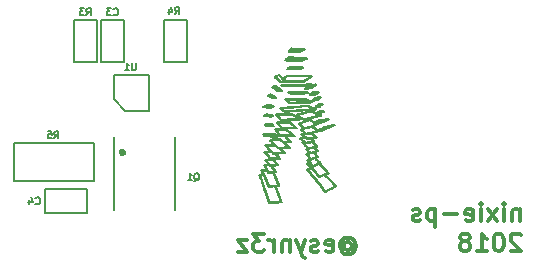
<source format=gbo>
G04 #@! TF.GenerationSoftware,KiCad,Pcbnew,5.0.0-rc2-unknown-r13164-44c1f578*
G04 #@! TF.CreationDate,2018-07-03T21:21:12+03:00*
G04 #@! TF.ProjectId,nixie-ps,6E697869652D70732E6B696361645F70,rev?*
G04 #@! TF.SameCoordinates,Original*
G04 #@! TF.FileFunction,Legend,Bot*
G04 #@! TF.FilePolarity,Positive*
%FSLAX46Y46*%
G04 Gerber Fmt 4.6, Leading zero omitted, Abs format (unit mm)*
G04 Created by KiCad (PCBNEW 5.0.0-rc2-unknown-r13164-44c1f578) date Tue Jul  3 21:21:12 2018*
%MOMM*%
%LPD*%
G01*
G04 APERTURE LIST*
%ADD10C,0.300000*%
%ADD11C,0.150000*%
G04 APERTURE END LIST*
D10*
X140417857Y-117275571D02*
X140417857Y-118275571D01*
X140417857Y-117418428D02*
X140346428Y-117347000D01*
X140203571Y-117275571D01*
X139989285Y-117275571D01*
X139846428Y-117347000D01*
X139775000Y-117489857D01*
X139775000Y-118275571D01*
X139060714Y-118275571D02*
X139060714Y-117275571D01*
X139060714Y-116775571D02*
X139132142Y-116847000D01*
X139060714Y-116918428D01*
X138989285Y-116847000D01*
X139060714Y-116775571D01*
X139060714Y-116918428D01*
X138489285Y-118275571D02*
X137703571Y-117275571D01*
X138489285Y-117275571D02*
X137703571Y-118275571D01*
X137132142Y-118275571D02*
X137132142Y-117275571D01*
X137132142Y-116775571D02*
X137203571Y-116847000D01*
X137132142Y-116918428D01*
X137060714Y-116847000D01*
X137132142Y-116775571D01*
X137132142Y-116918428D01*
X135846428Y-118204142D02*
X135989285Y-118275571D01*
X136275000Y-118275571D01*
X136417857Y-118204142D01*
X136489285Y-118061285D01*
X136489285Y-117489857D01*
X136417857Y-117347000D01*
X136275000Y-117275571D01*
X135989285Y-117275571D01*
X135846428Y-117347000D01*
X135775000Y-117489857D01*
X135775000Y-117632714D01*
X136489285Y-117775571D01*
X135132142Y-117704142D02*
X133989285Y-117704142D01*
X133275000Y-117275571D02*
X133275000Y-118775571D01*
X133275000Y-117347000D02*
X133132142Y-117275571D01*
X132846428Y-117275571D01*
X132703571Y-117347000D01*
X132632142Y-117418428D01*
X132560714Y-117561285D01*
X132560714Y-117989857D01*
X132632142Y-118132714D01*
X132703571Y-118204142D01*
X132846428Y-118275571D01*
X133132142Y-118275571D01*
X133275000Y-118204142D01*
X131989285Y-118204142D02*
X131846428Y-118275571D01*
X131560714Y-118275571D01*
X131417857Y-118204142D01*
X131346428Y-118061285D01*
X131346428Y-117989857D01*
X131417857Y-117847000D01*
X131560714Y-117775571D01*
X131775000Y-117775571D01*
X131917857Y-117704142D01*
X131989285Y-117561285D01*
X131989285Y-117489857D01*
X131917857Y-117347000D01*
X131775000Y-117275571D01*
X131560714Y-117275571D01*
X131417857Y-117347000D01*
X140489285Y-119468428D02*
X140417857Y-119397000D01*
X140275000Y-119325571D01*
X139917857Y-119325571D01*
X139775000Y-119397000D01*
X139703571Y-119468428D01*
X139632142Y-119611285D01*
X139632142Y-119754142D01*
X139703571Y-119968428D01*
X140560714Y-120825571D01*
X139632142Y-120825571D01*
X138703571Y-119325571D02*
X138560714Y-119325571D01*
X138417857Y-119397000D01*
X138346428Y-119468428D01*
X138275000Y-119611285D01*
X138203571Y-119897000D01*
X138203571Y-120254142D01*
X138275000Y-120539857D01*
X138346428Y-120682714D01*
X138417857Y-120754142D01*
X138560714Y-120825571D01*
X138703571Y-120825571D01*
X138846428Y-120754142D01*
X138917857Y-120682714D01*
X138989285Y-120539857D01*
X139060714Y-120254142D01*
X139060714Y-119897000D01*
X138989285Y-119611285D01*
X138917857Y-119468428D01*
X138846428Y-119397000D01*
X138703571Y-119325571D01*
X136775000Y-120825571D02*
X137632142Y-120825571D01*
X137203571Y-120825571D02*
X137203571Y-119325571D01*
X137346428Y-119539857D01*
X137489285Y-119682714D01*
X137632142Y-119754142D01*
X135917857Y-119968428D02*
X136060714Y-119897000D01*
X136132142Y-119825571D01*
X136203571Y-119682714D01*
X136203571Y-119611285D01*
X136132142Y-119468428D01*
X136060714Y-119397000D01*
X135917857Y-119325571D01*
X135632142Y-119325571D01*
X135489285Y-119397000D01*
X135417857Y-119468428D01*
X135346428Y-119611285D01*
X135346428Y-119682714D01*
X135417857Y-119825571D01*
X135489285Y-119897000D01*
X135632142Y-119968428D01*
X135917857Y-119968428D01*
X136060714Y-120039857D01*
X136132142Y-120111285D01*
X136203571Y-120254142D01*
X136203571Y-120539857D01*
X136132142Y-120682714D01*
X136060714Y-120754142D01*
X135917857Y-120825571D01*
X135632142Y-120825571D01*
X135489285Y-120754142D01*
X135417857Y-120682714D01*
X135346428Y-120539857D01*
X135346428Y-120254142D01*
X135417857Y-120111285D01*
X135489285Y-120039857D01*
X135632142Y-119968428D01*
X125566785Y-120169785D02*
X125638214Y-120098357D01*
X125781071Y-120026928D01*
X125923928Y-120026928D01*
X126066785Y-120098357D01*
X126138214Y-120169785D01*
X126209642Y-120312642D01*
X126209642Y-120455500D01*
X126138214Y-120598357D01*
X126066785Y-120669785D01*
X125923928Y-120741214D01*
X125781071Y-120741214D01*
X125638214Y-120669785D01*
X125566785Y-120598357D01*
X125566785Y-120026928D02*
X125566785Y-120598357D01*
X125495357Y-120669785D01*
X125423928Y-120669785D01*
X125281071Y-120598357D01*
X125209642Y-120455500D01*
X125209642Y-120098357D01*
X125352500Y-119884071D01*
X125566785Y-119741214D01*
X125852500Y-119669785D01*
X126138214Y-119741214D01*
X126352500Y-119884071D01*
X126495357Y-120098357D01*
X126566785Y-120384071D01*
X126495357Y-120669785D01*
X126352500Y-120884071D01*
X126138214Y-121026928D01*
X125852500Y-121098357D01*
X125566785Y-121026928D01*
X125352500Y-120884071D01*
X123995357Y-120812642D02*
X124138214Y-120884071D01*
X124423928Y-120884071D01*
X124566785Y-120812642D01*
X124638214Y-120669785D01*
X124638214Y-120098357D01*
X124566785Y-119955500D01*
X124423928Y-119884071D01*
X124138214Y-119884071D01*
X123995357Y-119955500D01*
X123923928Y-120098357D01*
X123923928Y-120241214D01*
X124638214Y-120384071D01*
X123352500Y-120812642D02*
X123209642Y-120884071D01*
X122923928Y-120884071D01*
X122781071Y-120812642D01*
X122709642Y-120669785D01*
X122709642Y-120598357D01*
X122781071Y-120455500D01*
X122923928Y-120384071D01*
X123138214Y-120384071D01*
X123281071Y-120312642D01*
X123352500Y-120169785D01*
X123352500Y-120098357D01*
X123281071Y-119955500D01*
X123138214Y-119884071D01*
X122923928Y-119884071D01*
X122781071Y-119955500D01*
X122209642Y-119884071D02*
X121852500Y-120884071D01*
X121495357Y-119884071D02*
X121852500Y-120884071D01*
X121995357Y-121241214D01*
X122066785Y-121312642D01*
X122209642Y-121384071D01*
X120923928Y-119884071D02*
X120923928Y-120884071D01*
X120923928Y-120026928D02*
X120852500Y-119955500D01*
X120709642Y-119884071D01*
X120495357Y-119884071D01*
X120352500Y-119955500D01*
X120281071Y-120098357D01*
X120281071Y-120884071D01*
X119566785Y-120884071D02*
X119566785Y-119884071D01*
X119566785Y-120169785D02*
X119495357Y-120026928D01*
X119423928Y-119955500D01*
X119281071Y-119884071D01*
X119138214Y-119884071D01*
X118781071Y-119384071D02*
X117852500Y-119384071D01*
X118352500Y-119955500D01*
X118138214Y-119955500D01*
X117995357Y-120026928D01*
X117923928Y-120098357D01*
X117852500Y-120241214D01*
X117852500Y-120598357D01*
X117923928Y-120741214D01*
X117995357Y-120812642D01*
X118138214Y-120884071D01*
X118566785Y-120884071D01*
X118709642Y-120812642D01*
X118781071Y-120741214D01*
X117352500Y-119884071D02*
X116566785Y-119884071D01*
X117352500Y-120884071D01*
X116566785Y-120884071D01*
D11*
G04 #@! TO.C,U1*
X109028000Y-105942000D02*
X106028000Y-105942000D01*
X107028000Y-108942000D02*
X109028000Y-108942000D01*
X106028000Y-105942000D02*
X106028000Y-107942000D01*
X109028000Y-108942000D02*
X109028000Y-105942000D01*
X107028000Y-108942000D02*
X106028000Y-107942000D01*
G04 #@! TO.C,C3*
X104632000Y-104758000D02*
X104632000Y-101258000D01*
X104632000Y-101258000D02*
X102632000Y-101258000D01*
X102632000Y-101258000D02*
X102632000Y-104758000D01*
X102632000Y-104758000D02*
X104632000Y-104758000D01*
G04 #@! TO.C,C4*
X103756400Y-115586000D02*
X100256400Y-115586000D01*
X100256400Y-115586000D02*
X100256400Y-117586000D01*
X100256400Y-117586000D02*
X103756400Y-117586000D01*
X103756400Y-117586000D02*
X103756400Y-115586000D01*
G04 #@! TO.C,R3*
X106918000Y-101258000D02*
X104918000Y-101258000D01*
X106918000Y-104758000D02*
X106918000Y-101258000D01*
X104918000Y-104758000D02*
X106918000Y-104758000D01*
X104918000Y-101258000D02*
X104918000Y-104758000D01*
G04 #@! TO.C,R4*
X110252000Y-104758000D02*
X112252000Y-104758000D01*
X110252000Y-101258000D02*
X110252000Y-104758000D01*
X112252000Y-101258000D02*
X110252000Y-101258000D01*
X112252000Y-104758000D02*
X112252000Y-101258000D01*
G04 #@! TO.C,G\002A\002A\002A*
G36*
X120971573Y-103780987D02*
X120943577Y-103819675D01*
X120919106Y-103853943D01*
X120899461Y-103881931D01*
X120885945Y-103901778D01*
X120879859Y-103911623D01*
X120879671Y-103912343D01*
X120887620Y-103913364D01*
X120908869Y-103915115D01*
X120941351Y-103917451D01*
X120982998Y-103920230D01*
X121031741Y-103923308D01*
X121077643Y-103926077D01*
X121146352Y-103930138D01*
X121224583Y-103934761D01*
X121306491Y-103939600D01*
X121386231Y-103944310D01*
X121457958Y-103948547D01*
X121471529Y-103949348D01*
X121542574Y-103953740D01*
X121600625Y-103957345D01*
X121648078Y-103959690D01*
X121687330Y-103960299D01*
X121720779Y-103958698D01*
X121750820Y-103954411D01*
X121779851Y-103946964D01*
X121810267Y-103935882D01*
X121844467Y-103920690D01*
X121884846Y-103900914D01*
X121933801Y-103876078D01*
X121993121Y-103846014D01*
X122153351Y-103765427D01*
X122039480Y-103765427D01*
X122032469Y-103771547D01*
X122016490Y-103781390D01*
X121990292Y-103795735D01*
X121952625Y-103815361D01*
X121908454Y-103837894D01*
X121857846Y-103863384D01*
X121818651Y-103882557D01*
X121788674Y-103896292D01*
X121765720Y-103905469D01*
X121747595Y-103910969D01*
X121732105Y-103913672D01*
X121717566Y-103914454D01*
X121701406Y-103914111D01*
X121671667Y-103912966D01*
X121630141Y-103911107D01*
X121578616Y-103908621D01*
X121518883Y-103905596D01*
X121452732Y-103902120D01*
X121381953Y-103898282D01*
X121332718Y-103895544D01*
X121261056Y-103891497D01*
X121193845Y-103887655D01*
X121132704Y-103884116D01*
X121079254Y-103880974D01*
X121035115Y-103878327D01*
X121001907Y-103876268D01*
X120981251Y-103874896D01*
X120974999Y-103874378D01*
X120971231Y-103871140D01*
X120973508Y-103862130D01*
X120982718Y-103845767D01*
X120999746Y-103820472D01*
X121024797Y-103785597D01*
X121088263Y-103698664D01*
X121126980Y-103702902D01*
X121145463Y-103704559D01*
X121176669Y-103706946D01*
X121217952Y-103709880D01*
X121266670Y-103713175D01*
X121320176Y-103716647D01*
X121358121Y-103719026D01*
X121420787Y-103722933D01*
X121494035Y-103727556D01*
X121573089Y-103732593D01*
X121653170Y-103737736D01*
X121729502Y-103742682D01*
X121777606Y-103745827D01*
X121836520Y-103749654D01*
X121891599Y-103753153D01*
X121940641Y-103756188D01*
X121981443Y-103758628D01*
X122011804Y-103760338D01*
X122029522Y-103761184D01*
X122031606Y-103761242D01*
X122038776Y-103762252D01*
X122039480Y-103765427D01*
X122153351Y-103765427D01*
X122220182Y-103731815D01*
X122185545Y-103727235D01*
X122171929Y-103725965D01*
X122144350Y-103723846D01*
X122104207Y-103720974D01*
X122052904Y-103717441D01*
X121991840Y-103713342D01*
X121922417Y-103708771D01*
X121846036Y-103703820D01*
X121764098Y-103698585D01*
X121678006Y-103693158D01*
X121654454Y-103691686D01*
X121567087Y-103686212D01*
X121483189Y-103680908D01*
X121404204Y-103675869D01*
X121331575Y-103671190D01*
X121266745Y-103666963D01*
X121211157Y-103663284D01*
X121166254Y-103660247D01*
X121133478Y-103657946D01*
X121114274Y-103656475D01*
X121111818Y-103656254D01*
X121065636Y-103651791D01*
X120971573Y-103780987D01*
X120971573Y-103780987D01*
G37*
X120971573Y-103780987D02*
X120943577Y-103819675D01*
X120919106Y-103853943D01*
X120899461Y-103881931D01*
X120885945Y-103901778D01*
X120879859Y-103911623D01*
X120879671Y-103912343D01*
X120887620Y-103913364D01*
X120908869Y-103915115D01*
X120941351Y-103917451D01*
X120982998Y-103920230D01*
X121031741Y-103923308D01*
X121077643Y-103926077D01*
X121146352Y-103930138D01*
X121224583Y-103934761D01*
X121306491Y-103939600D01*
X121386231Y-103944310D01*
X121457958Y-103948547D01*
X121471529Y-103949348D01*
X121542574Y-103953740D01*
X121600625Y-103957345D01*
X121648078Y-103959690D01*
X121687330Y-103960299D01*
X121720779Y-103958698D01*
X121750820Y-103954411D01*
X121779851Y-103946964D01*
X121810267Y-103935882D01*
X121844467Y-103920690D01*
X121884846Y-103900914D01*
X121933801Y-103876078D01*
X121993121Y-103846014D01*
X122153351Y-103765427D01*
X122039480Y-103765427D01*
X122032469Y-103771547D01*
X122016490Y-103781390D01*
X121990292Y-103795735D01*
X121952625Y-103815361D01*
X121908454Y-103837894D01*
X121857846Y-103863384D01*
X121818651Y-103882557D01*
X121788674Y-103896292D01*
X121765720Y-103905469D01*
X121747595Y-103910969D01*
X121732105Y-103913672D01*
X121717566Y-103914454D01*
X121701406Y-103914111D01*
X121671667Y-103912966D01*
X121630141Y-103911107D01*
X121578616Y-103908621D01*
X121518883Y-103905596D01*
X121452732Y-103902120D01*
X121381953Y-103898282D01*
X121332718Y-103895544D01*
X121261056Y-103891497D01*
X121193845Y-103887655D01*
X121132704Y-103884116D01*
X121079254Y-103880974D01*
X121035115Y-103878327D01*
X121001907Y-103876268D01*
X120981251Y-103874896D01*
X120974999Y-103874378D01*
X120971231Y-103871140D01*
X120973508Y-103862130D01*
X120982718Y-103845767D01*
X120999746Y-103820472D01*
X121024797Y-103785597D01*
X121088263Y-103698664D01*
X121126980Y-103702902D01*
X121145463Y-103704559D01*
X121176669Y-103706946D01*
X121217952Y-103709880D01*
X121266670Y-103713175D01*
X121320176Y-103716647D01*
X121358121Y-103719026D01*
X121420787Y-103722933D01*
X121494035Y-103727556D01*
X121573089Y-103732593D01*
X121653170Y-103737736D01*
X121729502Y-103742682D01*
X121777606Y-103745827D01*
X121836520Y-103749654D01*
X121891599Y-103753153D01*
X121940641Y-103756188D01*
X121981443Y-103758628D01*
X122011804Y-103760338D01*
X122029522Y-103761184D01*
X122031606Y-103761242D01*
X122038776Y-103762252D01*
X122039480Y-103765427D01*
X122153351Y-103765427D01*
X122220182Y-103731815D01*
X122185545Y-103727235D01*
X122171929Y-103725965D01*
X122144350Y-103723846D01*
X122104207Y-103720974D01*
X122052904Y-103717441D01*
X121991840Y-103713342D01*
X121922417Y-103708771D01*
X121846036Y-103703820D01*
X121764098Y-103698585D01*
X121678006Y-103693158D01*
X121654454Y-103691686D01*
X121567087Y-103686212D01*
X121483189Y-103680908D01*
X121404204Y-103675869D01*
X121331575Y-103671190D01*
X121266745Y-103666963D01*
X121211157Y-103663284D01*
X121166254Y-103660247D01*
X121133478Y-103657946D01*
X121114274Y-103656475D01*
X121111818Y-103656254D01*
X121065636Y-103651791D01*
X120971573Y-103780987D01*
G36*
X120530077Y-104665318D02*
X120568765Y-104670237D01*
X120582167Y-104671025D01*
X120609777Y-104671876D01*
X120650409Y-104672776D01*
X120702879Y-104673709D01*
X120766000Y-104674658D01*
X120838588Y-104675608D01*
X120919456Y-104676544D01*
X121007420Y-104677449D01*
X121101293Y-104678308D01*
X121199890Y-104679106D01*
X121282969Y-104679699D01*
X121958485Y-104684243D01*
X122183495Y-104594801D01*
X122246073Y-104569897D01*
X122295782Y-104549951D01*
X122334064Y-104534248D01*
X122362360Y-104522070D01*
X122382111Y-104512700D01*
X122392364Y-104506800D01*
X122273547Y-104506800D01*
X122265371Y-104510775D01*
X122244889Y-104519447D01*
X122214159Y-104531982D01*
X122175240Y-104547548D01*
X122130191Y-104565309D01*
X122100740Y-104576803D01*
X121932472Y-104642227D01*
X121837721Y-104640422D01*
X121813843Y-104640044D01*
X121776113Y-104639549D01*
X121726072Y-104638953D01*
X121665264Y-104638271D01*
X121595228Y-104637520D01*
X121517506Y-104636718D01*
X121433641Y-104635879D01*
X121345173Y-104635020D01*
X121253645Y-104634159D01*
X121206224Y-104633723D01*
X121116977Y-104632829D01*
X121032469Y-104631829D01*
X120953924Y-104630745D01*
X120882565Y-104629602D01*
X120819615Y-104628425D01*
X120766298Y-104627237D01*
X120723836Y-104626064D01*
X120693454Y-104624928D01*
X120676373Y-104623855D01*
X120672992Y-104623145D01*
X120680071Y-104617070D01*
X120697687Y-104603543D01*
X120723843Y-104584051D01*
X120756543Y-104560081D01*
X120793790Y-104533120D01*
X120796088Y-104531467D01*
X120915672Y-104445473D01*
X121190775Y-104457229D01*
X121323928Y-104462907D01*
X121452691Y-104468372D01*
X121575756Y-104473572D01*
X121691813Y-104478449D01*
X121799554Y-104482951D01*
X121897669Y-104487023D01*
X121984850Y-104490609D01*
X122059785Y-104493656D01*
X122121168Y-104496108D01*
X122141376Y-104496900D01*
X122184922Y-104498847D01*
X122222229Y-104500998D01*
X122250963Y-104503178D01*
X122268787Y-104505213D01*
X122273547Y-104506800D01*
X122392364Y-104506800D01*
X122394758Y-104505423D01*
X122401743Y-104499521D01*
X122404507Y-104494277D01*
X122404490Y-104488974D01*
X122403700Y-104485278D01*
X122399830Y-104469987D01*
X122397909Y-104463770D01*
X122390251Y-104463253D01*
X122368259Y-104462142D01*
X122332977Y-104460485D01*
X122285452Y-104458326D01*
X122226731Y-104455711D01*
X122157858Y-104452687D01*
X122079881Y-104449299D01*
X121993844Y-104445592D01*
X121900793Y-104441614D01*
X121801776Y-104437408D01*
X121697836Y-104433022D01*
X121649092Y-104430975D01*
X120901261Y-104399606D01*
X120530077Y-104665318D01*
X120530077Y-104665318D01*
G37*
X120530077Y-104665318D02*
X120568765Y-104670237D01*
X120582167Y-104671025D01*
X120609777Y-104671876D01*
X120650409Y-104672776D01*
X120702879Y-104673709D01*
X120766000Y-104674658D01*
X120838588Y-104675608D01*
X120919456Y-104676544D01*
X121007420Y-104677449D01*
X121101293Y-104678308D01*
X121199890Y-104679106D01*
X121282969Y-104679699D01*
X121958485Y-104684243D01*
X122183495Y-104594801D01*
X122246073Y-104569897D01*
X122295782Y-104549951D01*
X122334064Y-104534248D01*
X122362360Y-104522070D01*
X122382111Y-104512700D01*
X122392364Y-104506800D01*
X122273547Y-104506800D01*
X122265371Y-104510775D01*
X122244889Y-104519447D01*
X122214159Y-104531982D01*
X122175240Y-104547548D01*
X122130191Y-104565309D01*
X122100740Y-104576803D01*
X121932472Y-104642227D01*
X121837721Y-104640422D01*
X121813843Y-104640044D01*
X121776113Y-104639549D01*
X121726072Y-104638953D01*
X121665264Y-104638271D01*
X121595228Y-104637520D01*
X121517506Y-104636718D01*
X121433641Y-104635879D01*
X121345173Y-104635020D01*
X121253645Y-104634159D01*
X121206224Y-104633723D01*
X121116977Y-104632829D01*
X121032469Y-104631829D01*
X120953924Y-104630745D01*
X120882565Y-104629602D01*
X120819615Y-104628425D01*
X120766298Y-104627237D01*
X120723836Y-104626064D01*
X120693454Y-104624928D01*
X120676373Y-104623855D01*
X120672992Y-104623145D01*
X120680071Y-104617070D01*
X120697687Y-104603543D01*
X120723843Y-104584051D01*
X120756543Y-104560081D01*
X120793790Y-104533120D01*
X120796088Y-104531467D01*
X120915672Y-104445473D01*
X121190775Y-104457229D01*
X121323928Y-104462907D01*
X121452691Y-104468372D01*
X121575756Y-104473572D01*
X121691813Y-104478449D01*
X121799554Y-104482951D01*
X121897669Y-104487023D01*
X121984850Y-104490609D01*
X122059785Y-104493656D01*
X122121168Y-104496108D01*
X122141376Y-104496900D01*
X122184922Y-104498847D01*
X122222229Y-104500998D01*
X122250963Y-104503178D01*
X122268787Y-104505213D01*
X122273547Y-104506800D01*
X122392364Y-104506800D01*
X122394758Y-104505423D01*
X122401743Y-104499521D01*
X122404507Y-104494277D01*
X122404490Y-104488974D01*
X122403700Y-104485278D01*
X122399830Y-104469987D01*
X122397909Y-104463770D01*
X122390251Y-104463253D01*
X122368259Y-104462142D01*
X122332977Y-104460485D01*
X122285452Y-104458326D01*
X122226731Y-104455711D01*
X122157858Y-104452687D01*
X122079881Y-104449299D01*
X121993844Y-104445592D01*
X121900793Y-104441614D01*
X121801776Y-104437408D01*
X121697836Y-104433022D01*
X121649092Y-104430975D01*
X120901261Y-104399606D01*
X120530077Y-104665318D01*
G36*
X120815346Y-105320222D02*
X120791568Y-105353210D01*
X120770776Y-105382287D01*
X120754769Y-105404917D01*
X120745351Y-105418562D01*
X120743905Y-105420813D01*
X120744657Y-105423062D01*
X120750521Y-105424954D01*
X120762562Y-105426512D01*
X120781849Y-105427757D01*
X120809449Y-105428713D01*
X120846429Y-105429401D01*
X120893856Y-105429844D01*
X120952797Y-105430063D01*
X121024321Y-105430083D01*
X121109493Y-105429923D01*
X121171087Y-105429740D01*
X121254434Y-105429392D01*
X121335593Y-105428915D01*
X121412812Y-105428326D01*
X121484334Y-105427647D01*
X121548406Y-105426897D01*
X121603272Y-105426094D01*
X121647178Y-105425260D01*
X121678369Y-105424412D01*
X121689091Y-105423967D01*
X121773757Y-105419621D01*
X121910171Y-105358557D01*
X121957099Y-105337461D01*
X121991724Y-105321501D01*
X122015823Y-105309585D01*
X122025333Y-105304032D01*
X121904546Y-105304032D01*
X121894436Y-105312048D01*
X121871770Y-105324342D01*
X121835677Y-105341443D01*
X121829850Y-105344094D01*
X121742969Y-105383466D01*
X121286924Y-105384226D01*
X121204722Y-105384286D01*
X121127280Y-105384193D01*
X121055936Y-105383960D01*
X120992028Y-105383598D01*
X120936897Y-105383118D01*
X120891880Y-105382532D01*
X120858316Y-105381851D01*
X120837544Y-105381087D01*
X120830879Y-105380300D01*
X120835111Y-105372313D01*
X120846355Y-105355251D01*
X120862428Y-105332386D01*
X120867439Y-105325469D01*
X120904000Y-105275322D01*
X121034848Y-105280024D01*
X121070421Y-105281124D01*
X121119065Y-105282364D01*
X121178462Y-105283697D01*
X121246289Y-105285077D01*
X121320226Y-105286458D01*
X121397953Y-105287795D01*
X121477149Y-105289042D01*
X121527454Y-105289770D01*
X121601013Y-105290894D01*
X121670132Y-105292141D01*
X121733231Y-105293469D01*
X121788731Y-105294834D01*
X121835051Y-105296196D01*
X121870611Y-105297512D01*
X121893831Y-105298739D01*
X121902971Y-105299768D01*
X121904546Y-105304032D01*
X122025333Y-105304032D01*
X122031171Y-105300624D01*
X122039546Y-105293527D01*
X122042723Y-105287204D01*
X122042479Y-105280565D01*
X122041860Y-105277738D01*
X122037915Y-105262464D01*
X122035844Y-105256251D01*
X122028133Y-105255783D01*
X122006446Y-105255076D01*
X121972197Y-105254161D01*
X121926803Y-105253071D01*
X121871677Y-105251838D01*
X121808236Y-105250494D01*
X121737895Y-105249071D01*
X121662069Y-105247601D01*
X121623215Y-105246871D01*
X121538336Y-105245263D01*
X121452683Y-105243583D01*
X121368530Y-105241880D01*
X121288152Y-105240202D01*
X121213825Y-105238597D01*
X121147824Y-105237114D01*
X121092424Y-105235801D01*
X121049901Y-105234707D01*
X121046255Y-105234606D01*
X120880632Y-105229985D01*
X120815346Y-105320222D01*
X120815346Y-105320222D01*
G37*
X120815346Y-105320222D02*
X120791568Y-105353210D01*
X120770776Y-105382287D01*
X120754769Y-105404917D01*
X120745351Y-105418562D01*
X120743905Y-105420813D01*
X120744657Y-105423062D01*
X120750521Y-105424954D01*
X120762562Y-105426512D01*
X120781849Y-105427757D01*
X120809449Y-105428713D01*
X120846429Y-105429401D01*
X120893856Y-105429844D01*
X120952797Y-105430063D01*
X121024321Y-105430083D01*
X121109493Y-105429923D01*
X121171087Y-105429740D01*
X121254434Y-105429392D01*
X121335593Y-105428915D01*
X121412812Y-105428326D01*
X121484334Y-105427647D01*
X121548406Y-105426897D01*
X121603272Y-105426094D01*
X121647178Y-105425260D01*
X121678369Y-105424412D01*
X121689091Y-105423967D01*
X121773757Y-105419621D01*
X121910171Y-105358557D01*
X121957099Y-105337461D01*
X121991724Y-105321501D01*
X122015823Y-105309585D01*
X122025333Y-105304032D01*
X121904546Y-105304032D01*
X121894436Y-105312048D01*
X121871770Y-105324342D01*
X121835677Y-105341443D01*
X121829850Y-105344094D01*
X121742969Y-105383466D01*
X121286924Y-105384226D01*
X121204722Y-105384286D01*
X121127280Y-105384193D01*
X121055936Y-105383960D01*
X120992028Y-105383598D01*
X120936897Y-105383118D01*
X120891880Y-105382532D01*
X120858316Y-105381851D01*
X120837544Y-105381087D01*
X120830879Y-105380300D01*
X120835111Y-105372313D01*
X120846355Y-105355251D01*
X120862428Y-105332386D01*
X120867439Y-105325469D01*
X120904000Y-105275322D01*
X121034848Y-105280024D01*
X121070421Y-105281124D01*
X121119065Y-105282364D01*
X121178462Y-105283697D01*
X121246289Y-105285077D01*
X121320226Y-105286458D01*
X121397953Y-105287795D01*
X121477149Y-105289042D01*
X121527454Y-105289770D01*
X121601013Y-105290894D01*
X121670132Y-105292141D01*
X121733231Y-105293469D01*
X121788731Y-105294834D01*
X121835051Y-105296196D01*
X121870611Y-105297512D01*
X121893831Y-105298739D01*
X121902971Y-105299768D01*
X121904546Y-105304032D01*
X122025333Y-105304032D01*
X122031171Y-105300624D01*
X122039546Y-105293527D01*
X122042723Y-105287204D01*
X122042479Y-105280565D01*
X122041860Y-105277738D01*
X122037915Y-105262464D01*
X122035844Y-105256251D01*
X122028133Y-105255783D01*
X122006446Y-105255076D01*
X121972197Y-105254161D01*
X121926803Y-105253071D01*
X121871677Y-105251838D01*
X121808236Y-105250494D01*
X121737895Y-105249071D01*
X121662069Y-105247601D01*
X121623215Y-105246871D01*
X121538336Y-105245263D01*
X121452683Y-105243583D01*
X121368530Y-105241880D01*
X121288152Y-105240202D01*
X121213825Y-105238597D01*
X121147824Y-105237114D01*
X121092424Y-105235801D01*
X121049901Y-105234707D01*
X121046255Y-105234606D01*
X120880632Y-105229985D01*
X120815346Y-105320222D01*
G36*
X119847121Y-105956202D02*
X119799562Y-105980892D01*
X119755774Y-106003824D01*
X119717875Y-106023873D01*
X119687980Y-106039914D01*
X119668206Y-106050823D01*
X119661573Y-106054769D01*
X119657892Y-106057685D01*
X119656170Y-106061173D01*
X119657351Y-106066055D01*
X119662380Y-106073153D01*
X119672201Y-106083289D01*
X119687758Y-106097285D01*
X119709995Y-106115963D01*
X119739857Y-106140147D01*
X119778288Y-106170657D01*
X119826232Y-106208317D01*
X119884634Y-106253947D01*
X119939222Y-106296511D01*
X119998195Y-106342337D01*
X120053709Y-106385202D01*
X120104541Y-106424183D01*
X120149469Y-106458354D01*
X120187271Y-106486791D01*
X120216723Y-106508569D01*
X120236605Y-106522763D01*
X120245693Y-106528449D01*
X120245909Y-106528508D01*
X120256980Y-106527384D01*
X120280192Y-106523029D01*
X120312770Y-106516029D01*
X120351943Y-106506971D01*
X120380606Y-106500016D01*
X120503757Y-106469577D01*
X121317142Y-106473173D01*
X122130526Y-106476769D01*
X122494623Y-106226981D01*
X122561513Y-106181061D01*
X122624621Y-106137681D01*
X122682800Y-106097631D01*
X122734905Y-106061704D01*
X122779790Y-106030690D01*
X122805809Y-106012658D01*
X122722580Y-106012658D01*
X122716871Y-106017134D01*
X122699693Y-106029477D01*
X122672266Y-106048836D01*
X122635809Y-106074361D01*
X122591541Y-106105200D01*
X122540681Y-106140503D01*
X122484447Y-106179418D01*
X122424059Y-106221095D01*
X122422398Y-106222239D01*
X122120121Y-106430566D01*
X121869969Y-106431163D01*
X121816619Y-106431187D01*
X121750102Y-106431048D01*
X121672641Y-106430760D01*
X121586463Y-106430335D01*
X121493793Y-106429786D01*
X121396856Y-106429127D01*
X121297877Y-106428372D01*
X121199081Y-106427532D01*
X121105712Y-106426651D01*
X120591606Y-106421542D01*
X120586016Y-106416216D01*
X120515303Y-106416216D01*
X120508251Y-106419879D01*
X120489046Y-106425946D01*
X120460618Y-106433732D01*
X120425895Y-106442551D01*
X120387806Y-106451716D01*
X120349278Y-106460542D01*
X120313240Y-106468342D01*
X120282621Y-106474432D01*
X120260349Y-106478125D01*
X120249353Y-106478734D01*
X120248981Y-106478597D01*
X120241276Y-106473036D01*
X120222754Y-106458998D01*
X120194719Y-106437491D01*
X120158478Y-106409525D01*
X120115337Y-106376108D01*
X120066602Y-106338248D01*
X120013577Y-106296956D01*
X119984976Y-106274643D01*
X119920516Y-106224180D01*
X119867441Y-106182266D01*
X119824870Y-106148153D01*
X119791919Y-106121090D01*
X119767707Y-106100329D01*
X119751352Y-106085120D01*
X119741971Y-106074713D01*
X119738682Y-106068358D01*
X119739449Y-106065993D01*
X119749241Y-106059689D01*
X119770417Y-106047715D01*
X119800625Y-106031347D01*
X119837509Y-106011861D01*
X119877860Y-105990972D01*
X120006265Y-105925138D01*
X120260784Y-106168162D01*
X120312873Y-106218005D01*
X120361376Y-106264623D01*
X120405188Y-106306938D01*
X120443203Y-106343873D01*
X120474314Y-106374350D01*
X120497417Y-106397291D01*
X120511405Y-106411618D01*
X120515303Y-106416216D01*
X120586016Y-106416216D01*
X120427096Y-106264810D01*
X120507760Y-106159183D01*
X120535091Y-106123411D01*
X120559856Y-106091029D01*
X120580251Y-106064394D01*
X120594469Y-106045865D01*
X120599999Y-106038699D01*
X120601954Y-106036604D01*
X120604901Y-106034709D01*
X120609609Y-106032998D01*
X120616844Y-106031456D01*
X120627373Y-106030068D01*
X120641965Y-106028819D01*
X120661385Y-106027693D01*
X120686402Y-106026676D01*
X120717783Y-106025752D01*
X120756294Y-106024907D01*
X120802703Y-106024124D01*
X120857778Y-106023389D01*
X120922285Y-106022686D01*
X120996992Y-106022002D01*
X121082666Y-106021319D01*
X121180074Y-106020623D01*
X121289984Y-106019900D01*
X121413162Y-106019133D01*
X121550377Y-106018307D01*
X121666030Y-106017623D01*
X121792149Y-106016888D01*
X121913994Y-106016196D01*
X122030682Y-106015550D01*
X122141330Y-106014956D01*
X122245056Y-106014417D01*
X122340976Y-106013937D01*
X122428208Y-106013520D01*
X122505870Y-106013171D01*
X122573078Y-106012894D01*
X122628949Y-106012692D01*
X122672602Y-106012571D01*
X122703153Y-106012533D01*
X122719720Y-106012584D01*
X122722580Y-106012658D01*
X122805809Y-106012658D01*
X122816309Y-106005382D01*
X122843317Y-105986570D01*
X122859667Y-105975046D01*
X122864289Y-105971623D01*
X122862313Y-105970757D01*
X122854199Y-105970001D01*
X122839426Y-105969355D01*
X122817475Y-105968822D01*
X122787826Y-105968401D01*
X122749959Y-105968094D01*
X122703355Y-105967903D01*
X122647495Y-105967827D01*
X122581858Y-105967868D01*
X122505925Y-105968028D01*
X122419176Y-105968306D01*
X122321092Y-105968704D01*
X122211153Y-105969224D01*
X122088839Y-105969866D01*
X121953631Y-105970631D01*
X121805009Y-105971520D01*
X121642453Y-105972535D01*
X121465444Y-105973675D01*
X121311269Y-105974691D01*
X120587083Y-105979505D01*
X120522329Y-106064684D01*
X120495259Y-106100235D01*
X120468294Y-106135545D01*
X120444412Y-106166722D01*
X120426591Y-106189873D01*
X120425401Y-106191410D01*
X120393227Y-106232957D01*
X120015177Y-105869327D01*
X119847121Y-105956202D01*
X119847121Y-105956202D01*
G37*
X119847121Y-105956202D02*
X119799562Y-105980892D01*
X119755774Y-106003824D01*
X119717875Y-106023873D01*
X119687980Y-106039914D01*
X119668206Y-106050823D01*
X119661573Y-106054769D01*
X119657892Y-106057685D01*
X119656170Y-106061173D01*
X119657351Y-106066055D01*
X119662380Y-106073153D01*
X119672201Y-106083289D01*
X119687758Y-106097285D01*
X119709995Y-106115963D01*
X119739857Y-106140147D01*
X119778288Y-106170657D01*
X119826232Y-106208317D01*
X119884634Y-106253947D01*
X119939222Y-106296511D01*
X119998195Y-106342337D01*
X120053709Y-106385202D01*
X120104541Y-106424183D01*
X120149469Y-106458354D01*
X120187271Y-106486791D01*
X120216723Y-106508569D01*
X120236605Y-106522763D01*
X120245693Y-106528449D01*
X120245909Y-106528508D01*
X120256980Y-106527384D01*
X120280192Y-106523029D01*
X120312770Y-106516029D01*
X120351943Y-106506971D01*
X120380606Y-106500016D01*
X120503757Y-106469577D01*
X121317142Y-106473173D01*
X122130526Y-106476769D01*
X122494623Y-106226981D01*
X122561513Y-106181061D01*
X122624621Y-106137681D01*
X122682800Y-106097631D01*
X122734905Y-106061704D01*
X122779790Y-106030690D01*
X122805809Y-106012658D01*
X122722580Y-106012658D01*
X122716871Y-106017134D01*
X122699693Y-106029477D01*
X122672266Y-106048836D01*
X122635809Y-106074361D01*
X122591541Y-106105200D01*
X122540681Y-106140503D01*
X122484447Y-106179418D01*
X122424059Y-106221095D01*
X122422398Y-106222239D01*
X122120121Y-106430566D01*
X121869969Y-106431163D01*
X121816619Y-106431187D01*
X121750102Y-106431048D01*
X121672641Y-106430760D01*
X121586463Y-106430335D01*
X121493793Y-106429786D01*
X121396856Y-106429127D01*
X121297877Y-106428372D01*
X121199081Y-106427532D01*
X121105712Y-106426651D01*
X120591606Y-106421542D01*
X120586016Y-106416216D01*
X120515303Y-106416216D01*
X120508251Y-106419879D01*
X120489046Y-106425946D01*
X120460618Y-106433732D01*
X120425895Y-106442551D01*
X120387806Y-106451716D01*
X120349278Y-106460542D01*
X120313240Y-106468342D01*
X120282621Y-106474432D01*
X120260349Y-106478125D01*
X120249353Y-106478734D01*
X120248981Y-106478597D01*
X120241276Y-106473036D01*
X120222754Y-106458998D01*
X120194719Y-106437491D01*
X120158478Y-106409525D01*
X120115337Y-106376108D01*
X120066602Y-106338248D01*
X120013577Y-106296956D01*
X119984976Y-106274643D01*
X119920516Y-106224180D01*
X119867441Y-106182266D01*
X119824870Y-106148153D01*
X119791919Y-106121090D01*
X119767707Y-106100329D01*
X119751352Y-106085120D01*
X119741971Y-106074713D01*
X119738682Y-106068358D01*
X119739449Y-106065993D01*
X119749241Y-106059689D01*
X119770417Y-106047715D01*
X119800625Y-106031347D01*
X119837509Y-106011861D01*
X119877860Y-105990972D01*
X120006265Y-105925138D01*
X120260784Y-106168162D01*
X120312873Y-106218005D01*
X120361376Y-106264623D01*
X120405188Y-106306938D01*
X120443203Y-106343873D01*
X120474314Y-106374350D01*
X120497417Y-106397291D01*
X120511405Y-106411618D01*
X120515303Y-106416216D01*
X120586016Y-106416216D01*
X120427096Y-106264810D01*
X120507760Y-106159183D01*
X120535091Y-106123411D01*
X120559856Y-106091029D01*
X120580251Y-106064394D01*
X120594469Y-106045865D01*
X120599999Y-106038699D01*
X120601954Y-106036604D01*
X120604901Y-106034709D01*
X120609609Y-106032998D01*
X120616844Y-106031456D01*
X120627373Y-106030068D01*
X120641965Y-106028819D01*
X120661385Y-106027693D01*
X120686402Y-106026676D01*
X120717783Y-106025752D01*
X120756294Y-106024907D01*
X120802703Y-106024124D01*
X120857778Y-106023389D01*
X120922285Y-106022686D01*
X120996992Y-106022002D01*
X121082666Y-106021319D01*
X121180074Y-106020623D01*
X121289984Y-106019900D01*
X121413162Y-106019133D01*
X121550377Y-106018307D01*
X121666030Y-106017623D01*
X121792149Y-106016888D01*
X121913994Y-106016196D01*
X122030682Y-106015550D01*
X122141330Y-106014956D01*
X122245056Y-106014417D01*
X122340976Y-106013937D01*
X122428208Y-106013520D01*
X122505870Y-106013171D01*
X122573078Y-106012894D01*
X122628949Y-106012692D01*
X122672602Y-106012571D01*
X122703153Y-106012533D01*
X122719720Y-106012584D01*
X122722580Y-106012658D01*
X122805809Y-106012658D01*
X122816309Y-106005382D01*
X122843317Y-105986570D01*
X122859667Y-105975046D01*
X122864289Y-105971623D01*
X122862313Y-105970757D01*
X122854199Y-105970001D01*
X122839426Y-105969355D01*
X122817475Y-105968822D01*
X122787826Y-105968401D01*
X122749959Y-105968094D01*
X122703355Y-105967903D01*
X122647495Y-105967827D01*
X122581858Y-105967868D01*
X122505925Y-105968028D01*
X122419176Y-105968306D01*
X122321092Y-105968704D01*
X122211153Y-105969224D01*
X122088839Y-105969866D01*
X121953631Y-105970631D01*
X121805009Y-105971520D01*
X121642453Y-105972535D01*
X121465444Y-105973675D01*
X121311269Y-105974691D01*
X120587083Y-105979505D01*
X120522329Y-106064684D01*
X120495259Y-106100235D01*
X120468294Y-106135545D01*
X120444412Y-106166722D01*
X120426591Y-106189873D01*
X120425401Y-106191410D01*
X120393227Y-106232957D01*
X120015177Y-105869327D01*
X119847121Y-105956202D01*
G36*
X123118317Y-106694063D02*
X123086266Y-106697454D01*
X123046178Y-106702338D01*
X123000451Y-106708458D01*
X122993744Y-106709398D01*
X122941415Y-106716660D01*
X122902252Y-106721629D01*
X122874194Y-106724268D01*
X122855179Y-106724540D01*
X122843146Y-106722409D01*
X122836034Y-106717836D01*
X122831781Y-106710785D01*
X122830130Y-106706456D01*
X122822291Y-106705685D01*
X122800022Y-106705086D01*
X122764287Y-106704652D01*
X122716049Y-106704374D01*
X122656273Y-106704245D01*
X122585921Y-106704256D01*
X122505957Y-106704401D01*
X122417344Y-106704670D01*
X122321047Y-106705056D01*
X122218027Y-106705551D01*
X122109250Y-106706148D01*
X121995678Y-106706838D01*
X121878274Y-106707613D01*
X121758003Y-106708466D01*
X121635828Y-106709388D01*
X121512711Y-106710372D01*
X121389618Y-106711410D01*
X121267511Y-106712494D01*
X121147353Y-106713616D01*
X121030108Y-106714769D01*
X120916740Y-106715943D01*
X120808212Y-106717132D01*
X120705487Y-106718327D01*
X120609530Y-106719521D01*
X120521303Y-106720705D01*
X120441769Y-106721873D01*
X120371894Y-106723015D01*
X120312639Y-106724124D01*
X120264968Y-106725192D01*
X120229845Y-106726212D01*
X120208234Y-106727174D01*
X120201116Y-106728000D01*
X120204285Y-106734871D01*
X120214921Y-106751412D01*
X120231257Y-106774978D01*
X120247200Y-106797051D01*
X120295939Y-106863447D01*
X120642303Y-106858916D01*
X120822762Y-106856558D01*
X120988549Y-106854399D01*
X121140385Y-106852430D01*
X121278990Y-106850644D01*
X121405085Y-106849031D01*
X121519390Y-106847585D01*
X121622625Y-106846296D01*
X121715513Y-106845156D01*
X121798772Y-106844157D01*
X121873123Y-106843292D01*
X121939288Y-106842550D01*
X121997987Y-106841926D01*
X122049939Y-106841409D01*
X122095867Y-106840992D01*
X122136490Y-106840667D01*
X122172529Y-106840425D01*
X122204704Y-106840259D01*
X122233736Y-106840159D01*
X122260346Y-106840118D01*
X122285254Y-106840128D01*
X122285606Y-106840128D01*
X122466485Y-106840371D01*
X122344690Y-106959345D01*
X122305258Y-106997954D01*
X122275827Y-107027154D01*
X122255340Y-107048243D01*
X122242739Y-107062522D01*
X122236967Y-107071289D01*
X122236965Y-107075844D01*
X122241678Y-107077486D01*
X122248478Y-107077565D01*
X122262076Y-107076332D01*
X122288922Y-107073180D01*
X122327024Y-107068367D01*
X122374390Y-107062155D01*
X122429028Y-107054802D01*
X122488948Y-107046569D01*
X122532231Y-107040525D01*
X122593865Y-107031711D01*
X122650889Y-107023267D01*
X122701443Y-107015490D01*
X122743670Y-107008679D01*
X122775710Y-107003131D01*
X122795707Y-106999143D01*
X122801625Y-106997392D01*
X122810531Y-106991167D01*
X122830103Y-106976991D01*
X122858651Y-106956103D01*
X122894491Y-106929742D01*
X122935935Y-106899144D01*
X122981296Y-106865549D01*
X122988210Y-106860420D01*
X123039941Y-106821887D01*
X123080455Y-106791287D01*
X123111012Y-106767536D01*
X123131788Y-106750440D01*
X123053263Y-106750440D01*
X123048291Y-106755707D01*
X123032602Y-106768691D01*
X123007938Y-106788067D01*
X122976042Y-106812511D01*
X122938656Y-106840699D01*
X122897522Y-106871308D01*
X122854383Y-106903013D01*
X122812848Y-106933145D01*
X122800678Y-106941704D01*
X122789321Y-106948582D01*
X122776669Y-106954282D01*
X122760616Y-106959303D01*
X122739053Y-106964147D01*
X122709873Y-106969315D01*
X122670969Y-106975308D01*
X122620234Y-106982627D01*
X122581939Y-106988046D01*
X122516642Y-106997231D01*
X122465048Y-107004358D01*
X122425623Y-107009575D01*
X122396834Y-107013027D01*
X122377149Y-107014862D01*
X122365035Y-107015226D01*
X122358959Y-107014267D01*
X122357387Y-107012130D01*
X122358489Y-107009431D01*
X122365426Y-107001953D01*
X122381690Y-106985990D01*
X122405270Y-106963470D01*
X122434155Y-106936322D01*
X122454863Y-106917068D01*
X122546719Y-106832015D01*
X122592235Y-106832015D01*
X122639501Y-106826932D01*
X122682247Y-106812337D01*
X122703886Y-106804221D01*
X122731823Y-106796570D01*
X122768208Y-106788942D01*
X122815194Y-106780897D01*
X122874932Y-106771995D01*
X122888535Y-106770081D01*
X122936554Y-106763531D01*
X122979183Y-106758003D01*
X123014157Y-106753768D01*
X123039207Y-106751096D01*
X123052067Y-106750257D01*
X123053263Y-106750440D01*
X123131788Y-106750440D01*
X123132871Y-106749549D01*
X123135086Y-106747505D01*
X122712788Y-106747505D01*
X122670454Y-106767726D01*
X122628121Y-106787946D01*
X122112424Y-106794758D01*
X122007461Y-106796152D01*
X121893615Y-106797679D01*
X121774098Y-106799293D01*
X121652122Y-106800952D01*
X121530902Y-106802611D01*
X121413649Y-106804227D01*
X121303577Y-106805755D01*
X121203898Y-106807152D01*
X121154151Y-106807856D01*
X121065352Y-106809083D01*
X120975067Y-106810270D01*
X120885586Y-106811388D01*
X120799203Y-106812413D01*
X120718207Y-106813318D01*
X120644891Y-106814077D01*
X120581547Y-106814664D01*
X120530466Y-106815052D01*
X120515303Y-106815140D01*
X120319030Y-106816137D01*
X120304804Y-106796610D01*
X120296419Y-106781608D01*
X120295625Y-106772063D01*
X120295824Y-106771837D01*
X120304152Y-106770971D01*
X120326724Y-106770032D01*
X120362391Y-106769036D01*
X120410004Y-106768004D01*
X120468412Y-106766953D01*
X120536468Y-106765901D01*
X120613020Y-106764867D01*
X120696921Y-106763870D01*
X120787020Y-106762928D01*
X120882168Y-106762058D01*
X120933505Y-106761639D01*
X121050472Y-106760722D01*
X121177596Y-106759722D01*
X121311841Y-106758664D01*
X121450168Y-106757572D01*
X121589539Y-106756469D01*
X121726917Y-106755380D01*
X121859265Y-106754329D01*
X121983545Y-106753340D01*
X122096719Y-106752437D01*
X122139363Y-106752096D01*
X122712788Y-106747505D01*
X123135086Y-106747505D01*
X123147292Y-106736244D01*
X123155536Y-106726534D01*
X123158861Y-106719338D01*
X123158602Y-106713806D01*
X123152606Y-106698698D01*
X123148726Y-106692787D01*
X123139936Y-106692422D01*
X123118317Y-106694063D01*
X123118317Y-106694063D01*
G37*
X123118317Y-106694063D02*
X123086266Y-106697454D01*
X123046178Y-106702338D01*
X123000451Y-106708458D01*
X122993744Y-106709398D01*
X122941415Y-106716660D01*
X122902252Y-106721629D01*
X122874194Y-106724268D01*
X122855179Y-106724540D01*
X122843146Y-106722409D01*
X122836034Y-106717836D01*
X122831781Y-106710785D01*
X122830130Y-106706456D01*
X122822291Y-106705685D01*
X122800022Y-106705086D01*
X122764287Y-106704652D01*
X122716049Y-106704374D01*
X122656273Y-106704245D01*
X122585921Y-106704256D01*
X122505957Y-106704401D01*
X122417344Y-106704670D01*
X122321047Y-106705056D01*
X122218027Y-106705551D01*
X122109250Y-106706148D01*
X121995678Y-106706838D01*
X121878274Y-106707613D01*
X121758003Y-106708466D01*
X121635828Y-106709388D01*
X121512711Y-106710372D01*
X121389618Y-106711410D01*
X121267511Y-106712494D01*
X121147353Y-106713616D01*
X121030108Y-106714769D01*
X120916740Y-106715943D01*
X120808212Y-106717132D01*
X120705487Y-106718327D01*
X120609530Y-106719521D01*
X120521303Y-106720705D01*
X120441769Y-106721873D01*
X120371894Y-106723015D01*
X120312639Y-106724124D01*
X120264968Y-106725192D01*
X120229845Y-106726212D01*
X120208234Y-106727174D01*
X120201116Y-106728000D01*
X120204285Y-106734871D01*
X120214921Y-106751412D01*
X120231257Y-106774978D01*
X120247200Y-106797051D01*
X120295939Y-106863447D01*
X120642303Y-106858916D01*
X120822762Y-106856558D01*
X120988549Y-106854399D01*
X121140385Y-106852430D01*
X121278990Y-106850644D01*
X121405085Y-106849031D01*
X121519390Y-106847585D01*
X121622625Y-106846296D01*
X121715513Y-106845156D01*
X121798772Y-106844157D01*
X121873123Y-106843292D01*
X121939288Y-106842550D01*
X121997987Y-106841926D01*
X122049939Y-106841409D01*
X122095867Y-106840992D01*
X122136490Y-106840667D01*
X122172529Y-106840425D01*
X122204704Y-106840259D01*
X122233736Y-106840159D01*
X122260346Y-106840118D01*
X122285254Y-106840128D01*
X122285606Y-106840128D01*
X122466485Y-106840371D01*
X122344690Y-106959345D01*
X122305258Y-106997954D01*
X122275827Y-107027154D01*
X122255340Y-107048243D01*
X122242739Y-107062522D01*
X122236967Y-107071289D01*
X122236965Y-107075844D01*
X122241678Y-107077486D01*
X122248478Y-107077565D01*
X122262076Y-107076332D01*
X122288922Y-107073180D01*
X122327024Y-107068367D01*
X122374390Y-107062155D01*
X122429028Y-107054802D01*
X122488948Y-107046569D01*
X122532231Y-107040525D01*
X122593865Y-107031711D01*
X122650889Y-107023267D01*
X122701443Y-107015490D01*
X122743670Y-107008679D01*
X122775710Y-107003131D01*
X122795707Y-106999143D01*
X122801625Y-106997392D01*
X122810531Y-106991167D01*
X122830103Y-106976991D01*
X122858651Y-106956103D01*
X122894491Y-106929742D01*
X122935935Y-106899144D01*
X122981296Y-106865549D01*
X122988210Y-106860420D01*
X123039941Y-106821887D01*
X123080455Y-106791287D01*
X123111012Y-106767536D01*
X123131788Y-106750440D01*
X123053263Y-106750440D01*
X123048291Y-106755707D01*
X123032602Y-106768691D01*
X123007938Y-106788067D01*
X122976042Y-106812511D01*
X122938656Y-106840699D01*
X122897522Y-106871308D01*
X122854383Y-106903013D01*
X122812848Y-106933145D01*
X122800678Y-106941704D01*
X122789321Y-106948582D01*
X122776669Y-106954282D01*
X122760616Y-106959303D01*
X122739053Y-106964147D01*
X122709873Y-106969315D01*
X122670969Y-106975308D01*
X122620234Y-106982627D01*
X122581939Y-106988046D01*
X122516642Y-106997231D01*
X122465048Y-107004358D01*
X122425623Y-107009575D01*
X122396834Y-107013027D01*
X122377149Y-107014862D01*
X122365035Y-107015226D01*
X122358959Y-107014267D01*
X122357387Y-107012130D01*
X122358489Y-107009431D01*
X122365426Y-107001953D01*
X122381690Y-106985990D01*
X122405270Y-106963470D01*
X122434155Y-106936322D01*
X122454863Y-106917068D01*
X122546719Y-106832015D01*
X122592235Y-106832015D01*
X122639501Y-106826932D01*
X122682247Y-106812337D01*
X122703886Y-106804221D01*
X122731823Y-106796570D01*
X122768208Y-106788942D01*
X122815194Y-106780897D01*
X122874932Y-106771995D01*
X122888535Y-106770081D01*
X122936554Y-106763531D01*
X122979183Y-106758003D01*
X123014157Y-106753768D01*
X123039207Y-106751096D01*
X123052067Y-106750257D01*
X123053263Y-106750440D01*
X123131788Y-106750440D01*
X123132871Y-106749549D01*
X123135086Y-106747505D01*
X122712788Y-106747505D01*
X122670454Y-106767726D01*
X122628121Y-106787946D01*
X122112424Y-106794758D01*
X122007461Y-106796152D01*
X121893615Y-106797679D01*
X121774098Y-106799293D01*
X121652122Y-106800952D01*
X121530902Y-106802611D01*
X121413649Y-106804227D01*
X121303577Y-106805755D01*
X121203898Y-106807152D01*
X121154151Y-106807856D01*
X121065352Y-106809083D01*
X120975067Y-106810270D01*
X120885586Y-106811388D01*
X120799203Y-106812413D01*
X120718207Y-106813318D01*
X120644891Y-106814077D01*
X120581547Y-106814664D01*
X120530466Y-106815052D01*
X120515303Y-106815140D01*
X120319030Y-106816137D01*
X120304804Y-106796610D01*
X120296419Y-106781608D01*
X120295625Y-106772063D01*
X120295824Y-106771837D01*
X120304152Y-106770971D01*
X120326724Y-106770032D01*
X120362391Y-106769036D01*
X120410004Y-106768004D01*
X120468412Y-106766953D01*
X120536468Y-106765901D01*
X120613020Y-106764867D01*
X120696921Y-106763870D01*
X120787020Y-106762928D01*
X120882168Y-106762058D01*
X120933505Y-106761639D01*
X121050472Y-106760722D01*
X121177596Y-106759722D01*
X121311841Y-106758664D01*
X121450168Y-106757572D01*
X121589539Y-106756469D01*
X121726917Y-106755380D01*
X121859265Y-106754329D01*
X121983545Y-106753340D01*
X122096719Y-106752437D01*
X122139363Y-106752096D01*
X122712788Y-106747505D01*
X123135086Y-106747505D01*
X123147292Y-106736244D01*
X123155536Y-106726534D01*
X123158861Y-106719338D01*
X123158602Y-106713806D01*
X123152606Y-106698698D01*
X123148726Y-106692787D01*
X123139936Y-106692422D01*
X123118317Y-106694063D01*
G36*
X119689951Y-106826468D02*
X119666972Y-106832308D01*
X119636327Y-106840925D01*
X119600957Y-106851405D01*
X119563799Y-106862833D01*
X119527794Y-106874296D01*
X119495879Y-106884879D01*
X119470994Y-106893669D01*
X119456078Y-106899752D01*
X119453121Y-106901814D01*
X119458927Y-106907750D01*
X119475461Y-106922162D01*
X119501392Y-106943952D01*
X119535392Y-106972024D01*
X119576133Y-107005281D01*
X119622284Y-107042627D01*
X119672518Y-107082963D01*
X119675413Y-107085279D01*
X119739771Y-107136451D01*
X119793062Y-107178155D01*
X119835954Y-107210881D01*
X119869118Y-107235122D01*
X119893223Y-107251370D01*
X119908939Y-107260117D01*
X119915943Y-107262043D01*
X119928546Y-107260886D01*
X119954055Y-107258179D01*
X119990091Y-107254190D01*
X120034273Y-107249183D01*
X120084221Y-107243424D01*
X120116956Y-107239603D01*
X120168620Y-107233466D01*
X120215365Y-107227766D01*
X120254962Y-107222788D01*
X120285179Y-107218814D01*
X120303784Y-107216130D01*
X120308594Y-107215211D01*
X120304263Y-107210638D01*
X120288412Y-107198864D01*
X120267583Y-107184364D01*
X120177628Y-107184364D01*
X120177494Y-107184507D01*
X120167988Y-107186123D01*
X120146377Y-107189116D01*
X120115848Y-107193095D01*
X120079588Y-107197668D01*
X120040785Y-107202443D01*
X120002624Y-107207029D01*
X119968293Y-107211034D01*
X119940979Y-107214066D01*
X119923870Y-107215734D01*
X119922636Y-107215825D01*
X119913933Y-107211360D01*
X119894888Y-107198343D01*
X119867078Y-107177962D01*
X119832083Y-107151402D01*
X119791482Y-107119850D01*
X119746854Y-107084494D01*
X119731064Y-107071834D01*
X119685856Y-107035302D01*
X119644751Y-107001751D01*
X119609230Y-106972419D01*
X119580776Y-106948540D01*
X119560871Y-106931353D01*
X119550997Y-106922092D01*
X119550185Y-106920950D01*
X119556713Y-106916377D01*
X119575010Y-106908855D01*
X119602015Y-106899550D01*
X119624945Y-106892458D01*
X119700558Y-106870065D01*
X119943074Y-107025937D01*
X119997356Y-107061028D01*
X120046981Y-107093501D01*
X120090589Y-107122434D01*
X120126818Y-107146907D01*
X120154308Y-107166000D01*
X120171698Y-107178792D01*
X120177628Y-107184364D01*
X120267583Y-107184364D01*
X120262562Y-107180869D01*
X120228233Y-107157632D01*
X120186944Y-107130133D01*
X120140216Y-107099354D01*
X120089570Y-107066273D01*
X120036524Y-107031872D01*
X119982600Y-106997129D01*
X119929317Y-106963026D01*
X119878195Y-106930542D01*
X119830755Y-106900658D01*
X119788517Y-106874353D01*
X119753000Y-106852608D01*
X119725726Y-106836402D01*
X119708213Y-106826717D01*
X119702326Y-106824318D01*
X119689951Y-106826468D01*
X119689951Y-106826468D01*
G37*
X119689951Y-106826468D02*
X119666972Y-106832308D01*
X119636327Y-106840925D01*
X119600957Y-106851405D01*
X119563799Y-106862833D01*
X119527794Y-106874296D01*
X119495879Y-106884879D01*
X119470994Y-106893669D01*
X119456078Y-106899752D01*
X119453121Y-106901814D01*
X119458927Y-106907750D01*
X119475461Y-106922162D01*
X119501392Y-106943952D01*
X119535392Y-106972024D01*
X119576133Y-107005281D01*
X119622284Y-107042627D01*
X119672518Y-107082963D01*
X119675413Y-107085279D01*
X119739771Y-107136451D01*
X119793062Y-107178155D01*
X119835954Y-107210881D01*
X119869118Y-107235122D01*
X119893223Y-107251370D01*
X119908939Y-107260117D01*
X119915943Y-107262043D01*
X119928546Y-107260886D01*
X119954055Y-107258179D01*
X119990091Y-107254190D01*
X120034273Y-107249183D01*
X120084221Y-107243424D01*
X120116956Y-107239603D01*
X120168620Y-107233466D01*
X120215365Y-107227766D01*
X120254962Y-107222788D01*
X120285179Y-107218814D01*
X120303784Y-107216130D01*
X120308594Y-107215211D01*
X120304263Y-107210638D01*
X120288412Y-107198864D01*
X120267583Y-107184364D01*
X120177628Y-107184364D01*
X120177494Y-107184507D01*
X120167988Y-107186123D01*
X120146377Y-107189116D01*
X120115848Y-107193095D01*
X120079588Y-107197668D01*
X120040785Y-107202443D01*
X120002624Y-107207029D01*
X119968293Y-107211034D01*
X119940979Y-107214066D01*
X119923870Y-107215734D01*
X119922636Y-107215825D01*
X119913933Y-107211360D01*
X119894888Y-107198343D01*
X119867078Y-107177962D01*
X119832083Y-107151402D01*
X119791482Y-107119850D01*
X119746854Y-107084494D01*
X119731064Y-107071834D01*
X119685856Y-107035302D01*
X119644751Y-107001751D01*
X119609230Y-106972419D01*
X119580776Y-106948540D01*
X119560871Y-106931353D01*
X119550997Y-106922092D01*
X119550185Y-106920950D01*
X119556713Y-106916377D01*
X119575010Y-106908855D01*
X119602015Y-106899550D01*
X119624945Y-106892458D01*
X119700558Y-106870065D01*
X119943074Y-107025937D01*
X119997356Y-107061028D01*
X120046981Y-107093501D01*
X120090589Y-107122434D01*
X120126818Y-107146907D01*
X120154308Y-107166000D01*
X120171698Y-107178792D01*
X120177628Y-107184364D01*
X120267583Y-107184364D01*
X120262562Y-107180869D01*
X120228233Y-107157632D01*
X120186944Y-107130133D01*
X120140216Y-107099354D01*
X120089570Y-107066273D01*
X120036524Y-107031872D01*
X119982600Y-106997129D01*
X119929317Y-106963026D01*
X119878195Y-106930542D01*
X119830755Y-106900658D01*
X119788517Y-106874353D01*
X119753000Y-106852608D01*
X119725726Y-106836402D01*
X119708213Y-106826717D01*
X119702326Y-106824318D01*
X119689951Y-106826468D01*
G36*
X120811958Y-107354257D02*
X120839979Y-107371337D01*
X120877264Y-107394069D01*
X120919938Y-107420088D01*
X120964121Y-107447030D01*
X120988666Y-107461999D01*
X121026876Y-107484863D01*
X121061090Y-107504514D01*
X121088948Y-107519660D01*
X121108086Y-107529010D01*
X121115666Y-107531442D01*
X121124851Y-107530869D01*
X121148330Y-107529474D01*
X121185029Y-107527318D01*
X121233875Y-107524464D01*
X121293794Y-107520975D01*
X121363711Y-107516913D01*
X121442552Y-107512339D01*
X121529244Y-107507318D01*
X121622712Y-107501910D01*
X121721883Y-107496178D01*
X121825682Y-107490186D01*
X121862272Y-107488075D01*
X121967178Y-107482006D01*
X122067656Y-107476158D01*
X122162652Y-107470596D01*
X122251109Y-107465382D01*
X122331972Y-107460579D01*
X122404182Y-107456252D01*
X122466686Y-107452464D01*
X122518425Y-107449277D01*
X122558345Y-107446756D01*
X122585388Y-107444964D01*
X122598499Y-107443964D01*
X122599604Y-107443810D01*
X122601773Y-107435672D01*
X122603453Y-107420826D01*
X122604608Y-107405353D01*
X122443394Y-107405353D01*
X122377969Y-107410607D01*
X122348504Y-107412774D01*
X122307662Y-107415502D01*
X122259438Y-107418539D01*
X122207827Y-107421631D01*
X122166303Y-107424002D01*
X122020885Y-107432100D01*
X121890039Y-107439393D01*
X121772966Y-107445929D01*
X121668866Y-107451753D01*
X121576942Y-107456914D01*
X121496393Y-107461457D01*
X121426423Y-107465429D01*
X121366231Y-107468878D01*
X121315018Y-107471850D01*
X121271987Y-107474391D01*
X121236338Y-107476549D01*
X121207272Y-107478370D01*
X121183990Y-107479902D01*
X121165695Y-107481190D01*
X121151586Y-107482282D01*
X121140865Y-107483225D01*
X121132733Y-107484065D01*
X121126392Y-107484849D01*
X121125554Y-107484964D01*
X121115988Y-107481587D01*
X121095934Y-107471424D01*
X121067943Y-107455867D01*
X121034570Y-107436309D01*
X121018530Y-107426606D01*
X120920863Y-107366955D01*
X122281757Y-107362945D01*
X122362576Y-107384149D01*
X122443394Y-107405353D01*
X122604608Y-107405353D01*
X122605030Y-107399704D01*
X122289454Y-107317298D01*
X120750704Y-107316924D01*
X120811958Y-107354257D01*
X120811958Y-107354257D01*
G37*
X120811958Y-107354257D02*
X120839979Y-107371337D01*
X120877264Y-107394069D01*
X120919938Y-107420088D01*
X120964121Y-107447030D01*
X120988666Y-107461999D01*
X121026876Y-107484863D01*
X121061090Y-107504514D01*
X121088948Y-107519660D01*
X121108086Y-107529010D01*
X121115666Y-107531442D01*
X121124851Y-107530869D01*
X121148330Y-107529474D01*
X121185029Y-107527318D01*
X121233875Y-107524464D01*
X121293794Y-107520975D01*
X121363711Y-107516913D01*
X121442552Y-107512339D01*
X121529244Y-107507318D01*
X121622712Y-107501910D01*
X121721883Y-107496178D01*
X121825682Y-107490186D01*
X121862272Y-107488075D01*
X121967178Y-107482006D01*
X122067656Y-107476158D01*
X122162652Y-107470596D01*
X122251109Y-107465382D01*
X122331972Y-107460579D01*
X122404182Y-107456252D01*
X122466686Y-107452464D01*
X122518425Y-107449277D01*
X122558345Y-107446756D01*
X122585388Y-107444964D01*
X122598499Y-107443964D01*
X122599604Y-107443810D01*
X122601773Y-107435672D01*
X122603453Y-107420826D01*
X122604608Y-107405353D01*
X122443394Y-107405353D01*
X122377969Y-107410607D01*
X122348504Y-107412774D01*
X122307662Y-107415502D01*
X122259438Y-107418539D01*
X122207827Y-107421631D01*
X122166303Y-107424002D01*
X122020885Y-107432100D01*
X121890039Y-107439393D01*
X121772966Y-107445929D01*
X121668866Y-107451753D01*
X121576942Y-107456914D01*
X121496393Y-107461457D01*
X121426423Y-107465429D01*
X121366231Y-107468878D01*
X121315018Y-107471850D01*
X121271987Y-107474391D01*
X121236338Y-107476549D01*
X121207272Y-107478370D01*
X121183990Y-107479902D01*
X121165695Y-107481190D01*
X121151586Y-107482282D01*
X121140865Y-107483225D01*
X121132733Y-107484065D01*
X121126392Y-107484849D01*
X121125554Y-107484964D01*
X121115988Y-107481587D01*
X121095934Y-107471424D01*
X121067943Y-107455867D01*
X121034570Y-107436309D01*
X121018530Y-107426606D01*
X120920863Y-107366955D01*
X122281757Y-107362945D01*
X122362576Y-107384149D01*
X122443394Y-107405353D01*
X122604608Y-107405353D01*
X122605030Y-107399704D01*
X122289454Y-107317298D01*
X120750704Y-107316924D01*
X120811958Y-107354257D01*
G36*
X122770515Y-107461099D02*
X122739197Y-107497531D01*
X122711438Y-107530069D01*
X122688770Y-107556897D01*
X122672723Y-107576199D01*
X122664830Y-107586161D01*
X122664301Y-107587000D01*
X122668954Y-107589449D01*
X122685391Y-107591919D01*
X122714222Y-107594448D01*
X122756054Y-107597075D01*
X122811496Y-107599838D01*
X122881157Y-107602776D01*
X122959147Y-107605696D01*
X123082355Y-107610100D01*
X123239482Y-107480830D01*
X123347491Y-107391970D01*
X123270463Y-107391970D01*
X123264668Y-107398500D01*
X123248834Y-107412967D01*
X123224925Y-107433664D01*
X123194903Y-107458885D01*
X123168621Y-107480505D01*
X123067134Y-107563267D01*
X122913052Y-107558332D01*
X122866077Y-107556747D01*
X122824660Y-107555197D01*
X122791145Y-107553782D01*
X122767877Y-107552602D01*
X122757203Y-107551758D01*
X122756791Y-107551643D01*
X122760739Y-107545537D01*
X122773076Y-107529963D01*
X122792059Y-107507045D01*
X122815948Y-107478908D01*
X122825299Y-107468043D01*
X122895986Y-107386197D01*
X123083402Y-107386197D01*
X123135255Y-107386423D01*
X123181576Y-107387059D01*
X123220283Y-107388040D01*
X123249293Y-107389303D01*
X123266522Y-107390782D01*
X123270463Y-107391970D01*
X123347491Y-107391970D01*
X123396609Y-107351561D01*
X123316395Y-107346731D01*
X123284547Y-107345274D01*
X123240889Y-107343935D01*
X123189008Y-107342787D01*
X123132488Y-107341907D01*
X123074915Y-107341368D01*
X123055303Y-107341274D01*
X122874424Y-107340647D01*
X122770515Y-107461099D01*
X122770515Y-107461099D01*
G37*
X122770515Y-107461099D02*
X122739197Y-107497531D01*
X122711438Y-107530069D01*
X122688770Y-107556897D01*
X122672723Y-107576199D01*
X122664830Y-107586161D01*
X122664301Y-107587000D01*
X122668954Y-107589449D01*
X122685391Y-107591919D01*
X122714222Y-107594448D01*
X122756054Y-107597075D01*
X122811496Y-107599838D01*
X122881157Y-107602776D01*
X122959147Y-107605696D01*
X123082355Y-107610100D01*
X123239482Y-107480830D01*
X123347491Y-107391970D01*
X123270463Y-107391970D01*
X123264668Y-107398500D01*
X123248834Y-107412967D01*
X123224925Y-107433664D01*
X123194903Y-107458885D01*
X123168621Y-107480505D01*
X123067134Y-107563267D01*
X122913052Y-107558332D01*
X122866077Y-107556747D01*
X122824660Y-107555197D01*
X122791145Y-107553782D01*
X122767877Y-107552602D01*
X122757203Y-107551758D01*
X122756791Y-107551643D01*
X122760739Y-107545537D01*
X122773076Y-107529963D01*
X122792059Y-107507045D01*
X122815948Y-107478908D01*
X122825299Y-107468043D01*
X122895986Y-107386197D01*
X123083402Y-107386197D01*
X123135255Y-107386423D01*
X123181576Y-107387059D01*
X123220283Y-107388040D01*
X123249293Y-107389303D01*
X123266522Y-107390782D01*
X123270463Y-107391970D01*
X123347491Y-107391970D01*
X123396609Y-107351561D01*
X123316395Y-107346731D01*
X123284547Y-107345274D01*
X123240889Y-107343935D01*
X123189008Y-107342787D01*
X123132488Y-107341907D01*
X123074915Y-107341368D01*
X123055303Y-107341274D01*
X122874424Y-107340647D01*
X122770515Y-107461099D01*
G36*
X119272135Y-107536130D02*
X119254061Y-107545997D01*
X119229229Y-107560234D01*
X119200661Y-107577035D01*
X119171379Y-107594592D01*
X119144407Y-107611100D01*
X119122767Y-107624752D01*
X119109481Y-107633741D01*
X119106757Y-107636236D01*
X119113337Y-107640295D01*
X119131972Y-107650484D01*
X119161010Y-107665932D01*
X119198795Y-107685766D01*
X119243674Y-107709118D01*
X119293993Y-107735114D01*
X119317788Y-107747350D01*
X119383602Y-107780868D01*
X119437066Y-107807446D01*
X119479302Y-107827594D01*
X119511431Y-107841820D01*
X119534575Y-107850634D01*
X119549854Y-107854546D01*
X119554470Y-107854842D01*
X119571157Y-107853390D01*
X119599566Y-107849990D01*
X119636210Y-107845095D01*
X119677604Y-107839159D01*
X119693802Y-107836732D01*
X119733760Y-107830507D01*
X119767992Y-107824861D01*
X119793762Y-107820269D01*
X119808337Y-107817208D01*
X119810548Y-107816426D01*
X119804693Y-107812339D01*
X119786979Y-107802033D01*
X119767528Y-107791134D01*
X119666508Y-107791134D01*
X119657624Y-107793981D01*
X119638287Y-107797902D01*
X119613325Y-107802107D01*
X119587565Y-107805808D01*
X119565833Y-107808214D01*
X119559495Y-107808630D01*
X119545915Y-107805326D01*
X119520268Y-107795223D01*
X119483965Y-107778960D01*
X119438417Y-107757176D01*
X119385034Y-107730512D01*
X119367858Y-107721737D01*
X119196847Y-107633944D01*
X119234545Y-107610277D01*
X119256710Y-107597334D01*
X119274498Y-107588676D01*
X119281960Y-107586464D01*
X119290807Y-107589846D01*
X119310709Y-107599334D01*
X119339594Y-107613825D01*
X119375388Y-107632217D01*
X119416019Y-107653405D01*
X119459413Y-107676286D01*
X119503498Y-107699756D01*
X119546200Y-107722714D01*
X119585446Y-107744054D01*
X119619163Y-107762675D01*
X119645279Y-107777471D01*
X119661719Y-107787341D01*
X119666508Y-107791134D01*
X119767528Y-107791134D01*
X119759173Y-107786453D01*
X119723041Y-107766548D01*
X119680349Y-107743261D01*
X119632865Y-107717541D01*
X119582353Y-107690332D01*
X119530581Y-107662582D01*
X119479314Y-107635236D01*
X119430320Y-107609241D01*
X119385363Y-107585542D01*
X119346212Y-107565087D01*
X119314631Y-107548821D01*
X119292387Y-107537690D01*
X119281247Y-107532641D01*
X119280427Y-107532439D01*
X119272135Y-107536130D01*
X119272135Y-107536130D01*
G37*
X119272135Y-107536130D02*
X119254061Y-107545997D01*
X119229229Y-107560234D01*
X119200661Y-107577035D01*
X119171379Y-107594592D01*
X119144407Y-107611100D01*
X119122767Y-107624752D01*
X119109481Y-107633741D01*
X119106757Y-107636236D01*
X119113337Y-107640295D01*
X119131972Y-107650484D01*
X119161010Y-107665932D01*
X119198795Y-107685766D01*
X119243674Y-107709118D01*
X119293993Y-107735114D01*
X119317788Y-107747350D01*
X119383602Y-107780868D01*
X119437066Y-107807446D01*
X119479302Y-107827594D01*
X119511431Y-107841820D01*
X119534575Y-107850634D01*
X119549854Y-107854546D01*
X119554470Y-107854842D01*
X119571157Y-107853390D01*
X119599566Y-107849990D01*
X119636210Y-107845095D01*
X119677604Y-107839159D01*
X119693802Y-107836732D01*
X119733760Y-107830507D01*
X119767992Y-107824861D01*
X119793762Y-107820269D01*
X119808337Y-107817208D01*
X119810548Y-107816426D01*
X119804693Y-107812339D01*
X119786979Y-107802033D01*
X119767528Y-107791134D01*
X119666508Y-107791134D01*
X119657624Y-107793981D01*
X119638287Y-107797902D01*
X119613325Y-107802107D01*
X119587565Y-107805808D01*
X119565833Y-107808214D01*
X119559495Y-107808630D01*
X119545915Y-107805326D01*
X119520268Y-107795223D01*
X119483965Y-107778960D01*
X119438417Y-107757176D01*
X119385034Y-107730512D01*
X119367858Y-107721737D01*
X119196847Y-107633944D01*
X119234545Y-107610277D01*
X119256710Y-107597334D01*
X119274498Y-107588676D01*
X119281960Y-107586464D01*
X119290807Y-107589846D01*
X119310709Y-107599334D01*
X119339594Y-107613825D01*
X119375388Y-107632217D01*
X119416019Y-107653405D01*
X119459413Y-107676286D01*
X119503498Y-107699756D01*
X119546200Y-107722714D01*
X119585446Y-107744054D01*
X119619163Y-107762675D01*
X119645279Y-107777471D01*
X119661719Y-107787341D01*
X119666508Y-107791134D01*
X119767528Y-107791134D01*
X119759173Y-107786453D01*
X119723041Y-107766548D01*
X119680349Y-107743261D01*
X119632865Y-107717541D01*
X119582353Y-107690332D01*
X119530581Y-107662582D01*
X119479314Y-107635236D01*
X119430320Y-107609241D01*
X119385363Y-107585542D01*
X119346212Y-107565087D01*
X119314631Y-107548821D01*
X119292387Y-107537690D01*
X119281247Y-107532641D01*
X119280427Y-107532439D01*
X119272135Y-107536130D01*
G36*
X123532341Y-107740898D02*
X123499278Y-107745656D01*
X123457377Y-107752899D01*
X123408663Y-107762180D01*
X123355159Y-107773052D01*
X123298891Y-107785067D01*
X123241882Y-107797777D01*
X123186157Y-107810736D01*
X123133739Y-107823495D01*
X123086654Y-107835607D01*
X123046924Y-107846625D01*
X123016576Y-107856100D01*
X122997632Y-107863586D01*
X122992590Y-107866927D01*
X122981527Y-107880978D01*
X122965320Y-107903215D01*
X122945605Y-107931210D01*
X122924020Y-107962534D01*
X122902201Y-107994757D01*
X122881788Y-108025448D01*
X122864415Y-108052180D01*
X122851722Y-108072522D01*
X122845345Y-108084044D01*
X122845127Y-108085742D01*
X122854140Y-108084589D01*
X122876357Y-108081792D01*
X122909708Y-108077610D01*
X122952122Y-108072302D01*
X123001527Y-108066128D01*
X123053265Y-108059669D01*
X123107676Y-108052785D01*
X123157304Y-108046323D01*
X123200024Y-108040574D01*
X123233711Y-108035829D01*
X123256239Y-108032382D01*
X123265342Y-108030583D01*
X123275761Y-108023817D01*
X123295256Y-108008658D01*
X123321918Y-107986781D01*
X123353835Y-107959863D01*
X123389098Y-107929578D01*
X123425795Y-107897601D01*
X123462017Y-107865607D01*
X123495852Y-107835272D01*
X123525390Y-107808271D01*
X123537028Y-107797301D01*
X123468932Y-107797301D01*
X123463985Y-107802502D01*
X123449501Y-107815737D01*
X123427692Y-107835092D01*
X123400767Y-107858653D01*
X123370939Y-107884504D01*
X123340417Y-107910732D01*
X123311412Y-107935422D01*
X123286135Y-107956660D01*
X123266797Y-107972531D01*
X123263953Y-107974800D01*
X123252790Y-107981209D01*
X123235163Y-107987035D01*
X123208931Y-107992733D01*
X123171956Y-107998754D01*
X123122098Y-108005552D01*
X123113491Y-108006652D01*
X123057086Y-108013739D01*
X123014226Y-108018870D01*
X122983202Y-108022134D01*
X122962301Y-108023620D01*
X122949813Y-108023417D01*
X122944025Y-108021614D01*
X122943227Y-108018299D01*
X122944545Y-108015424D01*
X122951281Y-108004997D01*
X122964412Y-107985487D01*
X122981537Y-107960445D01*
X122988529Y-107950311D01*
X123026907Y-107894819D01*
X123112302Y-107875200D01*
X123179153Y-107859925D01*
X123242945Y-107845505D01*
X123302020Y-107832302D01*
X123354716Y-107820680D01*
X123399374Y-107811000D01*
X123434335Y-107803626D01*
X123457939Y-107798920D01*
X123468526Y-107797244D01*
X123468932Y-107797301D01*
X123537028Y-107797301D01*
X123548722Y-107786279D01*
X123563935Y-107770970D01*
X123569120Y-107764228D01*
X123566886Y-107746958D01*
X123563858Y-107740630D01*
X123554543Y-107739074D01*
X123532341Y-107740898D01*
X123532341Y-107740898D01*
G37*
X123532341Y-107740898D02*
X123499278Y-107745656D01*
X123457377Y-107752899D01*
X123408663Y-107762180D01*
X123355159Y-107773052D01*
X123298891Y-107785067D01*
X123241882Y-107797777D01*
X123186157Y-107810736D01*
X123133739Y-107823495D01*
X123086654Y-107835607D01*
X123046924Y-107846625D01*
X123016576Y-107856100D01*
X122997632Y-107863586D01*
X122992590Y-107866927D01*
X122981527Y-107880978D01*
X122965320Y-107903215D01*
X122945605Y-107931210D01*
X122924020Y-107962534D01*
X122902201Y-107994757D01*
X122881788Y-108025448D01*
X122864415Y-108052180D01*
X122851722Y-108072522D01*
X122845345Y-108084044D01*
X122845127Y-108085742D01*
X122854140Y-108084589D01*
X122876357Y-108081792D01*
X122909708Y-108077610D01*
X122952122Y-108072302D01*
X123001527Y-108066128D01*
X123053265Y-108059669D01*
X123107676Y-108052785D01*
X123157304Y-108046323D01*
X123200024Y-108040574D01*
X123233711Y-108035829D01*
X123256239Y-108032382D01*
X123265342Y-108030583D01*
X123275761Y-108023817D01*
X123295256Y-108008658D01*
X123321918Y-107986781D01*
X123353835Y-107959863D01*
X123389098Y-107929578D01*
X123425795Y-107897601D01*
X123462017Y-107865607D01*
X123495852Y-107835272D01*
X123525390Y-107808271D01*
X123537028Y-107797301D01*
X123468932Y-107797301D01*
X123463985Y-107802502D01*
X123449501Y-107815737D01*
X123427692Y-107835092D01*
X123400767Y-107858653D01*
X123370939Y-107884504D01*
X123340417Y-107910732D01*
X123311412Y-107935422D01*
X123286135Y-107956660D01*
X123266797Y-107972531D01*
X123263953Y-107974800D01*
X123252790Y-107981209D01*
X123235163Y-107987035D01*
X123208931Y-107992733D01*
X123171956Y-107998754D01*
X123122098Y-108005552D01*
X123113491Y-108006652D01*
X123057086Y-108013739D01*
X123014226Y-108018870D01*
X122983202Y-108022134D01*
X122962301Y-108023620D01*
X122949813Y-108023417D01*
X122944025Y-108021614D01*
X122943227Y-108018299D01*
X122944545Y-108015424D01*
X122951281Y-108004997D01*
X122964412Y-107985487D01*
X122981537Y-107960445D01*
X122988529Y-107950311D01*
X123026907Y-107894819D01*
X123112302Y-107875200D01*
X123179153Y-107859925D01*
X123242945Y-107845505D01*
X123302020Y-107832302D01*
X123354716Y-107820680D01*
X123399374Y-107811000D01*
X123434335Y-107803626D01*
X123457939Y-107798920D01*
X123468526Y-107797244D01*
X123468932Y-107797301D01*
X123537028Y-107797301D01*
X123548722Y-107786279D01*
X123563935Y-107770970D01*
X123569120Y-107764228D01*
X123566886Y-107746958D01*
X123563858Y-107740630D01*
X123554543Y-107739074D01*
X123532341Y-107740898D01*
G36*
X120569664Y-107926569D02*
X120563088Y-107927444D01*
X120559226Y-107929416D01*
X120559048Y-107933462D01*
X120563527Y-107940559D01*
X120573636Y-107951682D01*
X120590344Y-107967809D01*
X120614625Y-107989915D01*
X120647451Y-108018977D01*
X120689792Y-108055972D01*
X120742622Y-108101875D01*
X120753869Y-108111636D01*
X120810054Y-108160259D01*
X120855926Y-108199597D01*
X120892689Y-108230582D01*
X120921543Y-108254146D01*
X120943690Y-108271221D01*
X120960333Y-108282741D01*
X120972673Y-108289638D01*
X120981913Y-108292843D01*
X120988145Y-108293365D01*
X121001481Y-108292791D01*
X121028140Y-108291671D01*
X121066061Y-108290091D01*
X121113185Y-108288136D01*
X121167454Y-108285892D01*
X121226807Y-108283444D01*
X121258060Y-108282157D01*
X121305723Y-108280229D01*
X121366968Y-108277806D01*
X121439995Y-108274955D01*
X121523003Y-108271747D01*
X121614193Y-108268249D01*
X121711762Y-108264530D01*
X121813911Y-108260660D01*
X121918838Y-108256707D01*
X122024743Y-108252740D01*
X122129826Y-108248828D01*
X122139363Y-108248474D01*
X122237486Y-108244825D01*
X122331617Y-108241307D01*
X122420560Y-108237964D01*
X122503115Y-108234842D01*
X122578085Y-108231988D01*
X122644270Y-108229447D01*
X122700474Y-108227266D01*
X122745496Y-108225490D01*
X122778139Y-108224165D01*
X122797205Y-108223337D01*
X122801303Y-108223121D01*
X122819463Y-108220467D01*
X122826889Y-108213019D01*
X122828242Y-108198438D01*
X122827923Y-108192142D01*
X122826034Y-108186365D01*
X122821181Y-108180353D01*
X122817462Y-108177527D01*
X122718810Y-108177527D01*
X122669617Y-108181791D01*
X122649376Y-108183140D01*
X122616172Y-108184870D01*
X122572426Y-108186878D01*
X122520561Y-108189057D01*
X122462999Y-108191304D01*
X122402163Y-108193513D01*
X122385666Y-108194083D01*
X122317354Y-108196457D01*
X122239527Y-108199228D01*
X122153758Y-108202335D01*
X122061619Y-108205718D01*
X121964684Y-108209317D01*
X121864524Y-108213071D01*
X121762712Y-108216920D01*
X121660821Y-108220804D01*
X121560423Y-108224661D01*
X121463091Y-108228433D01*
X121370396Y-108232058D01*
X121283912Y-108235475D01*
X121205211Y-108238626D01*
X121135866Y-108241448D01*
X121077449Y-108243883D01*
X121031532Y-108245869D01*
X121003945Y-108247138D01*
X120995353Y-108246186D01*
X120984525Y-108241846D01*
X120970028Y-108233044D01*
X120950432Y-108218705D01*
X120924306Y-108197757D01*
X120890218Y-108169123D01*
X120846737Y-108131731D01*
X120824678Y-108112590D01*
X120783571Y-108076662D01*
X120746731Y-108044095D01*
X120715630Y-108016221D01*
X120691740Y-107994369D01*
X120676534Y-107979873D01*
X120671484Y-107974062D01*
X120671499Y-107974041D01*
X120679573Y-107973594D01*
X120701352Y-107973554D01*
X120735151Y-107973895D01*
X120779290Y-107974589D01*
X120832082Y-107975609D01*
X120891847Y-107976929D01*
X120956900Y-107978521D01*
X120970069Y-107978861D01*
X121126161Y-107982917D01*
X121268032Y-107986581D01*
X121396847Y-107989884D01*
X121513773Y-107992853D01*
X121619976Y-107995517D01*
X121716622Y-107997906D01*
X121804878Y-108000048D01*
X121885910Y-108001972D01*
X121960885Y-108003706D01*
X122030968Y-108005280D01*
X122097326Y-108006722D01*
X122104220Y-108006869D01*
X122350016Y-108012100D01*
X122534413Y-108094813D01*
X122718810Y-108177527D01*
X122817462Y-108177527D01*
X122811968Y-108173353D01*
X122797000Y-108164611D01*
X122774883Y-108153373D01*
X122744220Y-108138886D01*
X122703617Y-108120397D01*
X122651679Y-108097151D01*
X122589636Y-108069563D01*
X122351030Y-107963568D01*
X122262868Y-107963519D01*
X122242852Y-107963321D01*
X122208620Y-107962757D01*
X122161348Y-107961855D01*
X122102210Y-107960641D01*
X122032379Y-107959140D01*
X121953030Y-107957379D01*
X121865337Y-107955385D01*
X121770475Y-107953183D01*
X121669616Y-107950800D01*
X121563936Y-107948262D01*
X121454609Y-107945596D01*
X121385414Y-107943887D01*
X121275970Y-107941200D01*
X121170516Y-107938666D01*
X121070114Y-107936306D01*
X120975826Y-107934144D01*
X120888716Y-107932202D01*
X120809847Y-107930503D01*
X120740283Y-107929070D01*
X120681085Y-107927924D01*
X120633317Y-107927089D01*
X120598043Y-107926587D01*
X120576325Y-107926441D01*
X120569664Y-107926569D01*
X120569664Y-107926569D01*
G37*
X120569664Y-107926569D02*
X120563088Y-107927444D01*
X120559226Y-107929416D01*
X120559048Y-107933462D01*
X120563527Y-107940559D01*
X120573636Y-107951682D01*
X120590344Y-107967809D01*
X120614625Y-107989915D01*
X120647451Y-108018977D01*
X120689792Y-108055972D01*
X120742622Y-108101875D01*
X120753869Y-108111636D01*
X120810054Y-108160259D01*
X120855926Y-108199597D01*
X120892689Y-108230582D01*
X120921543Y-108254146D01*
X120943690Y-108271221D01*
X120960333Y-108282741D01*
X120972673Y-108289638D01*
X120981913Y-108292843D01*
X120988145Y-108293365D01*
X121001481Y-108292791D01*
X121028140Y-108291671D01*
X121066061Y-108290091D01*
X121113185Y-108288136D01*
X121167454Y-108285892D01*
X121226807Y-108283444D01*
X121258060Y-108282157D01*
X121305723Y-108280229D01*
X121366968Y-108277806D01*
X121439995Y-108274955D01*
X121523003Y-108271747D01*
X121614193Y-108268249D01*
X121711762Y-108264530D01*
X121813911Y-108260660D01*
X121918838Y-108256707D01*
X122024743Y-108252740D01*
X122129826Y-108248828D01*
X122139363Y-108248474D01*
X122237486Y-108244825D01*
X122331617Y-108241307D01*
X122420560Y-108237964D01*
X122503115Y-108234842D01*
X122578085Y-108231988D01*
X122644270Y-108229447D01*
X122700474Y-108227266D01*
X122745496Y-108225490D01*
X122778139Y-108224165D01*
X122797205Y-108223337D01*
X122801303Y-108223121D01*
X122819463Y-108220467D01*
X122826889Y-108213019D01*
X122828242Y-108198438D01*
X122827923Y-108192142D01*
X122826034Y-108186365D01*
X122821181Y-108180353D01*
X122817462Y-108177527D01*
X122718810Y-108177527D01*
X122669617Y-108181791D01*
X122649376Y-108183140D01*
X122616172Y-108184870D01*
X122572426Y-108186878D01*
X122520561Y-108189057D01*
X122462999Y-108191304D01*
X122402163Y-108193513D01*
X122385666Y-108194083D01*
X122317354Y-108196457D01*
X122239527Y-108199228D01*
X122153758Y-108202335D01*
X122061619Y-108205718D01*
X121964684Y-108209317D01*
X121864524Y-108213071D01*
X121762712Y-108216920D01*
X121660821Y-108220804D01*
X121560423Y-108224661D01*
X121463091Y-108228433D01*
X121370396Y-108232058D01*
X121283912Y-108235475D01*
X121205211Y-108238626D01*
X121135866Y-108241448D01*
X121077449Y-108243883D01*
X121031532Y-108245869D01*
X121003945Y-108247138D01*
X120995353Y-108246186D01*
X120984525Y-108241846D01*
X120970028Y-108233044D01*
X120950432Y-108218705D01*
X120924306Y-108197757D01*
X120890218Y-108169123D01*
X120846737Y-108131731D01*
X120824678Y-108112590D01*
X120783571Y-108076662D01*
X120746731Y-108044095D01*
X120715630Y-108016221D01*
X120691740Y-107994369D01*
X120676534Y-107979873D01*
X120671484Y-107974062D01*
X120671499Y-107974041D01*
X120679573Y-107973594D01*
X120701352Y-107973554D01*
X120735151Y-107973895D01*
X120779290Y-107974589D01*
X120832082Y-107975609D01*
X120891847Y-107976929D01*
X120956900Y-107978521D01*
X120970069Y-107978861D01*
X121126161Y-107982917D01*
X121268032Y-107986581D01*
X121396847Y-107989884D01*
X121513773Y-107992853D01*
X121619976Y-107995517D01*
X121716622Y-107997906D01*
X121804878Y-108000048D01*
X121885910Y-108001972D01*
X121960885Y-108003706D01*
X122030968Y-108005280D01*
X122097326Y-108006722D01*
X122104220Y-108006869D01*
X122350016Y-108012100D01*
X122534413Y-108094813D01*
X122718810Y-108177527D01*
X122817462Y-108177527D01*
X122811968Y-108173353D01*
X122797000Y-108164611D01*
X122774883Y-108153373D01*
X122744220Y-108138886D01*
X122703617Y-108120397D01*
X122651679Y-108097151D01*
X122589636Y-108069563D01*
X122351030Y-107963568D01*
X122262868Y-107963519D01*
X122242852Y-107963321D01*
X122208620Y-107962757D01*
X122161348Y-107961855D01*
X122102210Y-107960641D01*
X122032379Y-107959140D01*
X121953030Y-107957379D01*
X121865337Y-107955385D01*
X121770475Y-107953183D01*
X121669616Y-107950800D01*
X121563936Y-107948262D01*
X121454609Y-107945596D01*
X121385414Y-107943887D01*
X121275970Y-107941200D01*
X121170516Y-107938666D01*
X121070114Y-107936306D01*
X120975826Y-107934144D01*
X120888716Y-107932202D01*
X120809847Y-107930503D01*
X120740283Y-107929070D01*
X120681085Y-107927924D01*
X120633317Y-107927089D01*
X120598043Y-107926587D01*
X120576325Y-107926441D01*
X120569664Y-107926569D01*
G36*
X123713718Y-108320795D02*
X123693069Y-108326642D01*
X123661409Y-108336270D01*
X123620529Y-108349118D01*
X123572221Y-108364630D01*
X123518276Y-108382245D01*
X123492609Y-108390719D01*
X123266969Y-108465467D01*
X123191578Y-108543514D01*
X123147325Y-108589922D01*
X123114048Y-108626195D01*
X123091453Y-108652685D01*
X123079249Y-108669744D01*
X123077143Y-108677726D01*
X123079671Y-108678433D01*
X123090515Y-108676758D01*
X123113571Y-108672708D01*
X123145934Y-108666810D01*
X123184699Y-108659590D01*
X123205394Y-108655683D01*
X123255779Y-108646173D01*
X123310387Y-108635939D01*
X123363023Y-108626140D01*
X123407493Y-108617931D01*
X123412082Y-108617090D01*
X123503316Y-108600393D01*
X123614099Y-108461499D01*
X123645427Y-108421911D01*
X123653674Y-108411312D01*
X123590377Y-108411312D01*
X123587261Y-108418219D01*
X123576378Y-108434164D01*
X123559734Y-108456292D01*
X123550573Y-108467915D01*
X123529275Y-108494583D01*
X123509966Y-108518787D01*
X123495917Y-108536430D01*
X123492975Y-108540134D01*
X123485801Y-108547315D01*
X123475267Y-108553518D01*
X123459074Y-108559423D01*
X123434922Y-108565708D01*
X123400511Y-108573051D01*
X123353543Y-108582132D01*
X123345645Y-108583616D01*
X123301864Y-108591761D01*
X123262998Y-108598876D01*
X123231718Y-108604481D01*
X123210695Y-108608096D01*
X123202972Y-108609240D01*
X123203080Y-108604377D01*
X123211919Y-108590711D01*
X123227766Y-108570737D01*
X123236821Y-108560246D01*
X123280787Y-108510477D01*
X123434073Y-108459385D01*
X123479799Y-108444327D01*
X123520375Y-108431313D01*
X123553617Y-108421016D01*
X123577341Y-108414108D01*
X123589362Y-108411259D01*
X123590377Y-108411312D01*
X123653674Y-108411312D01*
X123673035Y-108386431D01*
X123695623Y-108356777D01*
X123711894Y-108334666D01*
X123720548Y-108321818D01*
X123721565Y-108319287D01*
X123713718Y-108320795D01*
X123713718Y-108320795D01*
G37*
X123713718Y-108320795D02*
X123693069Y-108326642D01*
X123661409Y-108336270D01*
X123620529Y-108349118D01*
X123572221Y-108364630D01*
X123518276Y-108382245D01*
X123492609Y-108390719D01*
X123266969Y-108465467D01*
X123191578Y-108543514D01*
X123147325Y-108589922D01*
X123114048Y-108626195D01*
X123091453Y-108652685D01*
X123079249Y-108669744D01*
X123077143Y-108677726D01*
X123079671Y-108678433D01*
X123090515Y-108676758D01*
X123113571Y-108672708D01*
X123145934Y-108666810D01*
X123184699Y-108659590D01*
X123205394Y-108655683D01*
X123255779Y-108646173D01*
X123310387Y-108635939D01*
X123363023Y-108626140D01*
X123407493Y-108617931D01*
X123412082Y-108617090D01*
X123503316Y-108600393D01*
X123614099Y-108461499D01*
X123645427Y-108421911D01*
X123653674Y-108411312D01*
X123590377Y-108411312D01*
X123587261Y-108418219D01*
X123576378Y-108434164D01*
X123559734Y-108456292D01*
X123550573Y-108467915D01*
X123529275Y-108494583D01*
X123509966Y-108518787D01*
X123495917Y-108536430D01*
X123492975Y-108540134D01*
X123485801Y-108547315D01*
X123475267Y-108553518D01*
X123459074Y-108559423D01*
X123434922Y-108565708D01*
X123400511Y-108573051D01*
X123353543Y-108582132D01*
X123345645Y-108583616D01*
X123301864Y-108591761D01*
X123262998Y-108598876D01*
X123231718Y-108604481D01*
X123210695Y-108608096D01*
X123202972Y-108609240D01*
X123203080Y-108604377D01*
X123211919Y-108590711D01*
X123227766Y-108570737D01*
X123236821Y-108560246D01*
X123280787Y-108510477D01*
X123434073Y-108459385D01*
X123479799Y-108444327D01*
X123520375Y-108431313D01*
X123553617Y-108421016D01*
X123577341Y-108414108D01*
X123589362Y-108411259D01*
X123590377Y-108411312D01*
X123653674Y-108411312D01*
X123673035Y-108386431D01*
X123695623Y-108356777D01*
X123711894Y-108334666D01*
X123720548Y-108321818D01*
X123721565Y-108319287D01*
X123713718Y-108320795D01*
G36*
X118859268Y-108488335D02*
X118816715Y-108511408D01*
X118778727Y-108532252D01*
X118747414Y-108549689D01*
X118724889Y-108562540D01*
X118713260Y-108569628D01*
X118712265Y-108570398D01*
X118718329Y-108573302D01*
X118737588Y-108579481D01*
X118768302Y-108588474D01*
X118808732Y-108599819D01*
X118857140Y-108613054D01*
X118911785Y-108627719D01*
X118970930Y-108643352D01*
X119032834Y-108659490D01*
X119095758Y-108675674D01*
X119157965Y-108691442D01*
X119217713Y-108706331D01*
X119273265Y-108719881D01*
X119297232Y-108725608D01*
X119306173Y-108727094D01*
X119315267Y-108726298D01*
X119326332Y-108722080D01*
X119341186Y-108713300D01*
X119361648Y-108698815D01*
X119389534Y-108677486D01*
X119426664Y-108648172D01*
X119449010Y-108630365D01*
X119486276Y-108600346D01*
X119518690Y-108573688D01*
X119543174Y-108553001D01*
X119471397Y-108553001D01*
X119394910Y-108615716D01*
X119365541Y-108639388D01*
X119340140Y-108659096D01*
X119321209Y-108672953D01*
X119311248Y-108679075D01*
X119310727Y-108679206D01*
X119301630Y-108677570D01*
X119279470Y-108672569D01*
X119246096Y-108664651D01*
X119203361Y-108654263D01*
X119153114Y-108641854D01*
X119097207Y-108627870D01*
X119066574Y-108620141D01*
X119009149Y-108605408D01*
X118957100Y-108591668D01*
X118912150Y-108579407D01*
X118876022Y-108569109D01*
X118850441Y-108561261D01*
X118837129Y-108556348D01*
X118835665Y-108555069D01*
X118847268Y-108547013D01*
X118868636Y-108534559D01*
X118896399Y-108519437D01*
X118927186Y-108503374D01*
X118957626Y-108488101D01*
X118984349Y-108475346D01*
X119003984Y-108466838D01*
X119012744Y-108464237D01*
X119023428Y-108465809D01*
X119047196Y-108470025D01*
X119082040Y-108476505D01*
X119125948Y-108484871D01*
X119176911Y-108494741D01*
X119232920Y-108505735D01*
X119248668Y-108508851D01*
X119471397Y-108553001D01*
X119543174Y-108553001D01*
X119544584Y-108551810D01*
X119562290Y-108536128D01*
X119570143Y-108528059D01*
X119570263Y-108527299D01*
X119561709Y-108525408D01*
X119539755Y-108520848D01*
X119506097Y-108513963D01*
X119462431Y-108505097D01*
X119410452Y-108494595D01*
X119351858Y-108482800D01*
X119288343Y-108470058D01*
X119282455Y-108468879D01*
X119000184Y-108412358D01*
X118859268Y-108488335D01*
X118859268Y-108488335D01*
G37*
X118859268Y-108488335D02*
X118816715Y-108511408D01*
X118778727Y-108532252D01*
X118747414Y-108549689D01*
X118724889Y-108562540D01*
X118713260Y-108569628D01*
X118712265Y-108570398D01*
X118718329Y-108573302D01*
X118737588Y-108579481D01*
X118768302Y-108588474D01*
X118808732Y-108599819D01*
X118857140Y-108613054D01*
X118911785Y-108627719D01*
X118970930Y-108643352D01*
X119032834Y-108659490D01*
X119095758Y-108675674D01*
X119157965Y-108691442D01*
X119217713Y-108706331D01*
X119273265Y-108719881D01*
X119297232Y-108725608D01*
X119306173Y-108727094D01*
X119315267Y-108726298D01*
X119326332Y-108722080D01*
X119341186Y-108713300D01*
X119361648Y-108698815D01*
X119389534Y-108677486D01*
X119426664Y-108648172D01*
X119449010Y-108630365D01*
X119486276Y-108600346D01*
X119518690Y-108573688D01*
X119543174Y-108553001D01*
X119471397Y-108553001D01*
X119394910Y-108615716D01*
X119365541Y-108639388D01*
X119340140Y-108659096D01*
X119321209Y-108672953D01*
X119311248Y-108679075D01*
X119310727Y-108679206D01*
X119301630Y-108677570D01*
X119279470Y-108672569D01*
X119246096Y-108664651D01*
X119203361Y-108654263D01*
X119153114Y-108641854D01*
X119097207Y-108627870D01*
X119066574Y-108620141D01*
X119009149Y-108605408D01*
X118957100Y-108591668D01*
X118912150Y-108579407D01*
X118876022Y-108569109D01*
X118850441Y-108561261D01*
X118837129Y-108556348D01*
X118835665Y-108555069D01*
X118847268Y-108547013D01*
X118868636Y-108534559D01*
X118896399Y-108519437D01*
X118927186Y-108503374D01*
X118957626Y-108488101D01*
X118984349Y-108475346D01*
X119003984Y-108466838D01*
X119012744Y-108464237D01*
X119023428Y-108465809D01*
X119047196Y-108470025D01*
X119082040Y-108476505D01*
X119125948Y-108484871D01*
X119176911Y-108494741D01*
X119232920Y-108505735D01*
X119248668Y-108508851D01*
X119471397Y-108553001D01*
X119543174Y-108553001D01*
X119544584Y-108551810D01*
X119562290Y-108536128D01*
X119570143Y-108528059D01*
X119570263Y-108527299D01*
X119561709Y-108525408D01*
X119539755Y-108520848D01*
X119506097Y-108513963D01*
X119462431Y-108505097D01*
X119410452Y-108494595D01*
X119351858Y-108482800D01*
X119288343Y-108470058D01*
X119282455Y-108468879D01*
X119000184Y-108412358D01*
X118859268Y-108488335D01*
G36*
X122221845Y-108531526D02*
X122170583Y-108535413D01*
X122105447Y-108540335D01*
X122027917Y-108546183D01*
X121939469Y-108552845D01*
X121841582Y-108560210D01*
X121735733Y-108568167D01*
X121623402Y-108576605D01*
X121506064Y-108585413D01*
X121385200Y-108594479D01*
X121262286Y-108603693D01*
X121138800Y-108612944D01*
X121023303Y-108621590D01*
X120907889Y-108630261D01*
X120796528Y-108638693D01*
X120690210Y-108646808D01*
X120589925Y-108654527D01*
X120496663Y-108661772D01*
X120411412Y-108668465D01*
X120335162Y-108674527D01*
X120268904Y-108679880D01*
X120213627Y-108684446D01*
X120170321Y-108688146D01*
X120139975Y-108690901D01*
X120123578Y-108692635D01*
X120121098Y-108693037D01*
X120116135Y-108695053D01*
X120114464Y-108698451D01*
X120117159Y-108704186D01*
X120125294Y-108713210D01*
X120139944Y-108726478D01*
X120162182Y-108744944D01*
X120193082Y-108769560D01*
X120233719Y-108801282D01*
X120285165Y-108841063D01*
X120304953Y-108856318D01*
X120353977Y-108894035D01*
X120399299Y-108928785D01*
X120439432Y-108959438D01*
X120472891Y-108984864D01*
X120498190Y-109003933D01*
X120513843Y-109015515D01*
X120518279Y-109018569D01*
X120526752Y-109018461D01*
X120549779Y-109017206D01*
X120586566Y-109014862D01*
X120636320Y-109011487D01*
X120698248Y-109007140D01*
X120771558Y-109001880D01*
X120855455Y-108995766D01*
X120949147Y-108988855D01*
X121051840Y-108981206D01*
X121162742Y-108972879D01*
X121281059Y-108963931D01*
X121405999Y-108954421D01*
X121536767Y-108944408D01*
X121672572Y-108933949D01*
X121812619Y-108923105D01*
X121836801Y-108921226D01*
X121977479Y-108910281D01*
X122114036Y-108899632D01*
X122245682Y-108889342D01*
X122371624Y-108879474D01*
X122491068Y-108870092D01*
X122603224Y-108861257D01*
X122707298Y-108853033D01*
X122802499Y-108845483D01*
X122888033Y-108838669D01*
X122963109Y-108832654D01*
X123026933Y-108827501D01*
X123078715Y-108823274D01*
X123117660Y-108820034D01*
X123142978Y-108817845D01*
X123153875Y-108816770D01*
X123154237Y-108816703D01*
X123149122Y-108812868D01*
X123131508Y-108802971D01*
X123102732Y-108787698D01*
X123095434Y-108783923D01*
X122978141Y-108783923D01*
X122974202Y-108785714D01*
X122959576Y-108787076D01*
X122930845Y-108789511D01*
X122889040Y-108792941D01*
X122835190Y-108797286D01*
X122770323Y-108802467D01*
X122695468Y-108808403D01*
X122611655Y-108815015D01*
X122519913Y-108822225D01*
X122421270Y-108829951D01*
X122316755Y-108838116D01*
X122207399Y-108846638D01*
X122094229Y-108855439D01*
X121978274Y-108864439D01*
X121860565Y-108873559D01*
X121742129Y-108882719D01*
X121623996Y-108891839D01*
X121507195Y-108900840D01*
X121392755Y-108909642D01*
X121281704Y-108918166D01*
X121175073Y-108926333D01*
X121073889Y-108934062D01*
X120979183Y-108941274D01*
X120891982Y-108947891D01*
X120813317Y-108953831D01*
X120744216Y-108959016D01*
X120685707Y-108963366D01*
X120638821Y-108966801D01*
X120604587Y-108969242D01*
X120584032Y-108970610D01*
X120578611Y-108970884D01*
X120530313Y-108971773D01*
X120376954Y-108854394D01*
X120335028Y-108822162D01*
X120297442Y-108792991D01*
X120265841Y-108768183D01*
X120241871Y-108749036D01*
X120227178Y-108736850D01*
X120223206Y-108732973D01*
X120230697Y-108731941D01*
X120252701Y-108729824D01*
X120288379Y-108726689D01*
X120336893Y-108722602D01*
X120397407Y-108717631D01*
X120469080Y-108711840D01*
X120551076Y-108705298D01*
X120642555Y-108698070D01*
X120742681Y-108690223D01*
X120850615Y-108681823D01*
X120965518Y-108672936D01*
X121086553Y-108663630D01*
X121212882Y-108653970D01*
X121343666Y-108644024D01*
X121375623Y-108641601D01*
X122528429Y-108554271D01*
X122762720Y-108668734D01*
X122826912Y-108700230D01*
X122878221Y-108725749D01*
X122917695Y-108745868D01*
X122946378Y-108761167D01*
X122965316Y-108772223D01*
X122975555Y-108779615D01*
X122978141Y-108783923D01*
X123095434Y-108783923D01*
X123064131Y-108767733D01*
X123017041Y-108743765D01*
X122962798Y-108716479D01*
X122902741Y-108686561D01*
X122850402Y-108660700D01*
X122539084Y-108507414D01*
X122221845Y-108531526D01*
X122221845Y-108531526D01*
G37*
X122221845Y-108531526D02*
X122170583Y-108535413D01*
X122105447Y-108540335D01*
X122027917Y-108546183D01*
X121939469Y-108552845D01*
X121841582Y-108560210D01*
X121735733Y-108568167D01*
X121623402Y-108576605D01*
X121506064Y-108585413D01*
X121385200Y-108594479D01*
X121262286Y-108603693D01*
X121138800Y-108612944D01*
X121023303Y-108621590D01*
X120907889Y-108630261D01*
X120796528Y-108638693D01*
X120690210Y-108646808D01*
X120589925Y-108654527D01*
X120496663Y-108661772D01*
X120411412Y-108668465D01*
X120335162Y-108674527D01*
X120268904Y-108679880D01*
X120213627Y-108684446D01*
X120170321Y-108688146D01*
X120139975Y-108690901D01*
X120123578Y-108692635D01*
X120121098Y-108693037D01*
X120116135Y-108695053D01*
X120114464Y-108698451D01*
X120117159Y-108704186D01*
X120125294Y-108713210D01*
X120139944Y-108726478D01*
X120162182Y-108744944D01*
X120193082Y-108769560D01*
X120233719Y-108801282D01*
X120285165Y-108841063D01*
X120304953Y-108856318D01*
X120353977Y-108894035D01*
X120399299Y-108928785D01*
X120439432Y-108959438D01*
X120472891Y-108984864D01*
X120498190Y-109003933D01*
X120513843Y-109015515D01*
X120518279Y-109018569D01*
X120526752Y-109018461D01*
X120549779Y-109017206D01*
X120586566Y-109014862D01*
X120636320Y-109011487D01*
X120698248Y-109007140D01*
X120771558Y-109001880D01*
X120855455Y-108995766D01*
X120949147Y-108988855D01*
X121051840Y-108981206D01*
X121162742Y-108972879D01*
X121281059Y-108963931D01*
X121405999Y-108954421D01*
X121536767Y-108944408D01*
X121672572Y-108933949D01*
X121812619Y-108923105D01*
X121836801Y-108921226D01*
X121977479Y-108910281D01*
X122114036Y-108899632D01*
X122245682Y-108889342D01*
X122371624Y-108879474D01*
X122491068Y-108870092D01*
X122603224Y-108861257D01*
X122707298Y-108853033D01*
X122802499Y-108845483D01*
X122888033Y-108838669D01*
X122963109Y-108832654D01*
X123026933Y-108827501D01*
X123078715Y-108823274D01*
X123117660Y-108820034D01*
X123142978Y-108817845D01*
X123153875Y-108816770D01*
X123154237Y-108816703D01*
X123149122Y-108812868D01*
X123131508Y-108802971D01*
X123102732Y-108787698D01*
X123095434Y-108783923D01*
X122978141Y-108783923D01*
X122974202Y-108785714D01*
X122959576Y-108787076D01*
X122930845Y-108789511D01*
X122889040Y-108792941D01*
X122835190Y-108797286D01*
X122770323Y-108802467D01*
X122695468Y-108808403D01*
X122611655Y-108815015D01*
X122519913Y-108822225D01*
X122421270Y-108829951D01*
X122316755Y-108838116D01*
X122207399Y-108846638D01*
X122094229Y-108855439D01*
X121978274Y-108864439D01*
X121860565Y-108873559D01*
X121742129Y-108882719D01*
X121623996Y-108891839D01*
X121507195Y-108900840D01*
X121392755Y-108909642D01*
X121281704Y-108918166D01*
X121175073Y-108926333D01*
X121073889Y-108934062D01*
X120979183Y-108941274D01*
X120891982Y-108947891D01*
X120813317Y-108953831D01*
X120744216Y-108959016D01*
X120685707Y-108963366D01*
X120638821Y-108966801D01*
X120604587Y-108969242D01*
X120584032Y-108970610D01*
X120578611Y-108970884D01*
X120530313Y-108971773D01*
X120376954Y-108854394D01*
X120335028Y-108822162D01*
X120297442Y-108792991D01*
X120265841Y-108768183D01*
X120241871Y-108749036D01*
X120227178Y-108736850D01*
X120223206Y-108732973D01*
X120230697Y-108731941D01*
X120252701Y-108729824D01*
X120288379Y-108726689D01*
X120336893Y-108722602D01*
X120397407Y-108717631D01*
X120469080Y-108711840D01*
X120551076Y-108705298D01*
X120642555Y-108698070D01*
X120742681Y-108690223D01*
X120850615Y-108681823D01*
X120965518Y-108672936D01*
X121086553Y-108663630D01*
X121212882Y-108653970D01*
X121343666Y-108644024D01*
X121375623Y-108641601D01*
X122528429Y-108554271D01*
X122762720Y-108668734D01*
X122826912Y-108700230D01*
X122878221Y-108725749D01*
X122917695Y-108745868D01*
X122946378Y-108761167D01*
X122965316Y-108772223D01*
X122975555Y-108779615D01*
X122978141Y-108783923D01*
X123095434Y-108783923D01*
X123064131Y-108767733D01*
X123017041Y-108743765D01*
X122962798Y-108716479D01*
X122902741Y-108686561D01*
X122850402Y-108660700D01*
X122539084Y-108507414D01*
X122221845Y-108531526D01*
G36*
X118840707Y-109288131D02*
X118800656Y-109307861D01*
X118766676Y-109325443D01*
X118740704Y-109339804D01*
X118724677Y-109349869D01*
X118720529Y-109354564D01*
X118720725Y-109354661D01*
X118730320Y-109356635D01*
X118753492Y-109360745D01*
X118788614Y-109366721D01*
X118834058Y-109374293D01*
X118888197Y-109383191D01*
X118949405Y-109393144D01*
X119016052Y-109403884D01*
X119054658Y-109410063D01*
X119378229Y-109461728D01*
X119438766Y-109385152D01*
X119461638Y-109355859D01*
X119476331Y-109336505D01*
X119412480Y-109336505D01*
X119410485Y-109344205D01*
X119400946Y-109358991D01*
X119387069Y-109376932D01*
X119372060Y-109394097D01*
X119359125Y-109406552D01*
X119352146Y-109410500D01*
X119342940Y-109409315D01*
X119320427Y-109405957D01*
X119286495Y-109400720D01*
X119243034Y-109393901D01*
X119191930Y-109385794D01*
X119135072Y-109376695D01*
X119104898Y-109371838D01*
X119046152Y-109362304D01*
X118992486Y-109353486D01*
X118945733Y-109345694D01*
X118907728Y-109339237D01*
X118880306Y-109334425D01*
X118865301Y-109331569D01*
X118863016Y-109330961D01*
X118868406Y-109326892D01*
X118884697Y-109317922D01*
X118908851Y-109305685D01*
X118920279Y-109300123D01*
X118979757Y-109271499D01*
X119193953Y-109301837D01*
X119249596Y-109309845D01*
X119300166Y-109317367D01*
X119343686Y-109324089D01*
X119378176Y-109329697D01*
X119401658Y-109333877D01*
X119412154Y-109336316D01*
X119412480Y-109336505D01*
X119476331Y-109336505D01*
X119480552Y-109330946D01*
X119493690Y-109312859D01*
X119499234Y-109304043D01*
X119499303Y-109303725D01*
X119491964Y-109301569D01*
X119471106Y-109297625D01*
X119438463Y-109292166D01*
X119395771Y-109285467D01*
X119344766Y-109277800D01*
X119287182Y-109269439D01*
X119235177Y-109262105D01*
X118971050Y-109225338D01*
X118840707Y-109288131D01*
X118840707Y-109288131D01*
G37*
X118840707Y-109288131D02*
X118800656Y-109307861D01*
X118766676Y-109325443D01*
X118740704Y-109339804D01*
X118724677Y-109349869D01*
X118720529Y-109354564D01*
X118720725Y-109354661D01*
X118730320Y-109356635D01*
X118753492Y-109360745D01*
X118788614Y-109366721D01*
X118834058Y-109374293D01*
X118888197Y-109383191D01*
X118949405Y-109393144D01*
X119016052Y-109403884D01*
X119054658Y-109410063D01*
X119378229Y-109461728D01*
X119438766Y-109385152D01*
X119461638Y-109355859D01*
X119476331Y-109336505D01*
X119412480Y-109336505D01*
X119410485Y-109344205D01*
X119400946Y-109358991D01*
X119387069Y-109376932D01*
X119372060Y-109394097D01*
X119359125Y-109406552D01*
X119352146Y-109410500D01*
X119342940Y-109409315D01*
X119320427Y-109405957D01*
X119286495Y-109400720D01*
X119243034Y-109393901D01*
X119191930Y-109385794D01*
X119135072Y-109376695D01*
X119104898Y-109371838D01*
X119046152Y-109362304D01*
X118992486Y-109353486D01*
X118945733Y-109345694D01*
X118907728Y-109339237D01*
X118880306Y-109334425D01*
X118865301Y-109331569D01*
X118863016Y-109330961D01*
X118868406Y-109326892D01*
X118884697Y-109317922D01*
X118908851Y-109305685D01*
X118920279Y-109300123D01*
X118979757Y-109271499D01*
X119193953Y-109301837D01*
X119249596Y-109309845D01*
X119300166Y-109317367D01*
X119343686Y-109324089D01*
X119378176Y-109329697D01*
X119401658Y-109333877D01*
X119412154Y-109336316D01*
X119412480Y-109336505D01*
X119476331Y-109336505D01*
X119480552Y-109330946D01*
X119493690Y-109312859D01*
X119499234Y-109304043D01*
X119499303Y-109303725D01*
X119491964Y-109301569D01*
X119471106Y-109297625D01*
X119438463Y-109292166D01*
X119395771Y-109285467D01*
X119344766Y-109277800D01*
X119287182Y-109269439D01*
X119235177Y-109262105D01*
X118971050Y-109225338D01*
X118840707Y-109288131D01*
G36*
X122706452Y-108933480D02*
X122683420Y-108939359D01*
X122648333Y-108948602D01*
X122602515Y-108960845D01*
X122547293Y-108975722D01*
X122483991Y-108992869D01*
X122413934Y-109011922D01*
X122338447Y-109032516D01*
X122258856Y-109054286D01*
X122176485Y-109076869D01*
X122092659Y-109099899D01*
X122008703Y-109123013D01*
X121925943Y-109145844D01*
X121845704Y-109168030D01*
X121769309Y-109189205D01*
X121698086Y-109209005D01*
X121633358Y-109227065D01*
X121576450Y-109243021D01*
X121528688Y-109256509D01*
X121491397Y-109267163D01*
X121465901Y-109274619D01*
X121453526Y-109278513D01*
X121452562Y-109278939D01*
X121457967Y-109283468D01*
X121475424Y-109294516D01*
X121503452Y-109311260D01*
X121540572Y-109332878D01*
X121585305Y-109358548D01*
X121636172Y-109387448D01*
X121691692Y-109418754D01*
X121750386Y-109451645D01*
X121810775Y-109485299D01*
X121871379Y-109518893D01*
X121930718Y-109551605D01*
X121987314Y-109582613D01*
X122039686Y-109611094D01*
X122086355Y-109636226D01*
X122125841Y-109657187D01*
X122156665Y-109673154D01*
X122177348Y-109683306D01*
X122186409Y-109686820D01*
X122186448Y-109686818D01*
X122195299Y-109684891D01*
X122218042Y-109679510D01*
X122253625Y-109670931D01*
X122301001Y-109659412D01*
X122359119Y-109645210D01*
X122426931Y-109628583D01*
X122503387Y-109609787D01*
X122587438Y-109589081D01*
X122678035Y-109566722D01*
X122774129Y-109542966D01*
X122874670Y-109518072D01*
X122903408Y-109510950D01*
X123004848Y-109485772D01*
X123102011Y-109461596D01*
X123193858Y-109438683D01*
X123279354Y-109417294D01*
X123357463Y-109397691D01*
X123427146Y-109380135D01*
X123487368Y-109364887D01*
X123537092Y-109352209D01*
X123575280Y-109342362D01*
X123600897Y-109335607D01*
X123612906Y-109332207D01*
X123613695Y-109331886D01*
X123608174Y-109327764D01*
X123590729Y-109318569D01*
X123478390Y-109318569D01*
X123471510Y-109321984D01*
X123452764Y-109327767D01*
X123425324Y-109335001D01*
X123403591Y-109340217D01*
X123383922Y-109344904D01*
X123350679Y-109352986D01*
X123305223Y-109364128D01*
X123248914Y-109377993D01*
X123183113Y-109394245D01*
X123109181Y-109412547D01*
X123028479Y-109432563D01*
X122942366Y-109453956D01*
X122852204Y-109476390D01*
X122762818Y-109498665D01*
X122672205Y-109521256D01*
X122585940Y-109542750D01*
X122505187Y-109562859D01*
X122431110Y-109581293D01*
X122364870Y-109597764D01*
X122307632Y-109611982D01*
X122260559Y-109623658D01*
X122224813Y-109632503D01*
X122201557Y-109638228D01*
X122191956Y-109640544D01*
X122191789Y-109640578D01*
X122184176Y-109637133D01*
X122164470Y-109626942D01*
X122134034Y-109610741D01*
X122094227Y-109589267D01*
X122046411Y-109563257D01*
X121991945Y-109533447D01*
X121932191Y-109500575D01*
X121878138Y-109470710D01*
X121815103Y-109435719D01*
X121756401Y-109402946D01*
X121703366Y-109373150D01*
X121657333Y-109347091D01*
X121619637Y-109325527D01*
X121591614Y-109309216D01*
X121574599Y-109298918D01*
X121569788Y-109295453D01*
X121577025Y-109292743D01*
X121597979Y-109286303D01*
X121631519Y-109276453D01*
X121676509Y-109263513D01*
X121731817Y-109247804D01*
X121796308Y-109229646D01*
X121868850Y-109209359D01*
X121948308Y-109187262D01*
X122033550Y-109163677D01*
X122123441Y-109138924D01*
X122140984Y-109134106D01*
X122247563Y-109104882D01*
X122340310Y-109079533D01*
X122420223Y-109057811D01*
X122488301Y-109039467D01*
X122545543Y-109024253D01*
X122592947Y-109011920D01*
X122631513Y-109002219D01*
X122662239Y-108994902D01*
X122686123Y-108989721D01*
X122704165Y-108986425D01*
X122717364Y-108984768D01*
X122726717Y-108984500D01*
X122733225Y-108985373D01*
X122735575Y-108986103D01*
X122751130Y-108992433D01*
X122778101Y-109003950D01*
X122814909Y-109019949D01*
X122859974Y-109039722D01*
X122911716Y-109062561D01*
X122968554Y-109087760D01*
X123028908Y-109114611D01*
X123091199Y-109142408D01*
X123153847Y-109170442D01*
X123215271Y-109198007D01*
X123273891Y-109224395D01*
X123328128Y-109248900D01*
X123376401Y-109270814D01*
X123417130Y-109289430D01*
X123448735Y-109304040D01*
X123469637Y-109313939D01*
X123478254Y-109318417D01*
X123478390Y-109318569D01*
X123590729Y-109318569D01*
X123590501Y-109318449D01*
X123562640Y-109304889D01*
X123526555Y-109288029D01*
X123484212Y-109268816D01*
X123465408Y-109260438D01*
X123419925Y-109240193D01*
X123378779Y-109221711D01*
X123344208Y-109206012D01*
X123318451Y-109194116D01*
X123303748Y-109187040D01*
X123301606Y-109185878D01*
X123304341Y-109183490D01*
X123321289Y-109182172D01*
X123351305Y-109181945D01*
X123393245Y-109182830D01*
X123418127Y-109183689D01*
X123546194Y-109188582D01*
X123701280Y-109075336D01*
X123743548Y-109044219D01*
X123772199Y-109022756D01*
X123685505Y-109022756D01*
X123680047Y-109030866D01*
X123664458Y-109044862D01*
X123637679Y-109065749D01*
X123617010Y-109081118D01*
X123536363Y-109140434D01*
X123470939Y-109139757D01*
X123434321Y-109139004D01*
X123389311Y-109137530D01*
X123342880Y-109135583D01*
X123317780Y-109134321D01*
X123230046Y-109129561D01*
X123282741Y-109089152D01*
X123308093Y-109070743D01*
X123329959Y-109056727D01*
X123344740Y-109049344D01*
X123347619Y-109048742D01*
X123358754Y-109047981D01*
X123382658Y-109045860D01*
X123416791Y-109042620D01*
X123458613Y-109038503D01*
X123505582Y-109033752D01*
X123512965Y-109032994D01*
X123560777Y-109028268D01*
X123604105Y-109024340D01*
X123640336Y-109021421D01*
X123666854Y-109019717D01*
X123681045Y-109019439D01*
X123681892Y-109019525D01*
X123685505Y-109022756D01*
X123772199Y-109022756D01*
X123781128Y-109016068D01*
X123812397Y-108992139D01*
X123835733Y-108973688D01*
X123849512Y-108961970D01*
X123852557Y-108958280D01*
X123844271Y-108958089D01*
X123822447Y-108959268D01*
X123788864Y-108961676D01*
X123745303Y-108965170D01*
X123693547Y-108969609D01*
X123635374Y-108974851D01*
X123584798Y-108979586D01*
X123320848Y-109004702D01*
X123243879Y-109062576D01*
X123213956Y-109084629D01*
X123188176Y-109102797D01*
X123169153Y-109115296D01*
X123159503Y-109120338D01*
X123159212Y-109120366D01*
X123150499Y-109117305D01*
X123129550Y-109108682D01*
X123098159Y-109095274D01*
X123058120Y-109077856D01*
X123011226Y-109057206D01*
X122959270Y-109034100D01*
X122939848Y-109025409D01*
X122886289Y-109001602D01*
X122836913Y-108980036D01*
X122793559Y-108961482D01*
X122758065Y-108946715D01*
X122732271Y-108936507D01*
X122718015Y-108931633D01*
X122716105Y-108931329D01*
X122706452Y-108933480D01*
X122706452Y-108933480D01*
G37*
X122706452Y-108933480D02*
X122683420Y-108939359D01*
X122648333Y-108948602D01*
X122602515Y-108960845D01*
X122547293Y-108975722D01*
X122483991Y-108992869D01*
X122413934Y-109011922D01*
X122338447Y-109032516D01*
X122258856Y-109054286D01*
X122176485Y-109076869D01*
X122092659Y-109099899D01*
X122008703Y-109123013D01*
X121925943Y-109145844D01*
X121845704Y-109168030D01*
X121769309Y-109189205D01*
X121698086Y-109209005D01*
X121633358Y-109227065D01*
X121576450Y-109243021D01*
X121528688Y-109256509D01*
X121491397Y-109267163D01*
X121465901Y-109274619D01*
X121453526Y-109278513D01*
X121452562Y-109278939D01*
X121457967Y-109283468D01*
X121475424Y-109294516D01*
X121503452Y-109311260D01*
X121540572Y-109332878D01*
X121585305Y-109358548D01*
X121636172Y-109387448D01*
X121691692Y-109418754D01*
X121750386Y-109451645D01*
X121810775Y-109485299D01*
X121871379Y-109518893D01*
X121930718Y-109551605D01*
X121987314Y-109582613D01*
X122039686Y-109611094D01*
X122086355Y-109636226D01*
X122125841Y-109657187D01*
X122156665Y-109673154D01*
X122177348Y-109683306D01*
X122186409Y-109686820D01*
X122186448Y-109686818D01*
X122195299Y-109684891D01*
X122218042Y-109679510D01*
X122253625Y-109670931D01*
X122301001Y-109659412D01*
X122359119Y-109645210D01*
X122426931Y-109628583D01*
X122503387Y-109609787D01*
X122587438Y-109589081D01*
X122678035Y-109566722D01*
X122774129Y-109542966D01*
X122874670Y-109518072D01*
X122903408Y-109510950D01*
X123004848Y-109485772D01*
X123102011Y-109461596D01*
X123193858Y-109438683D01*
X123279354Y-109417294D01*
X123357463Y-109397691D01*
X123427146Y-109380135D01*
X123487368Y-109364887D01*
X123537092Y-109352209D01*
X123575280Y-109342362D01*
X123600897Y-109335607D01*
X123612906Y-109332207D01*
X123613695Y-109331886D01*
X123608174Y-109327764D01*
X123590729Y-109318569D01*
X123478390Y-109318569D01*
X123471510Y-109321984D01*
X123452764Y-109327767D01*
X123425324Y-109335001D01*
X123403591Y-109340217D01*
X123383922Y-109344904D01*
X123350679Y-109352986D01*
X123305223Y-109364128D01*
X123248914Y-109377993D01*
X123183113Y-109394245D01*
X123109181Y-109412547D01*
X123028479Y-109432563D01*
X122942366Y-109453956D01*
X122852204Y-109476390D01*
X122762818Y-109498665D01*
X122672205Y-109521256D01*
X122585940Y-109542750D01*
X122505187Y-109562859D01*
X122431110Y-109581293D01*
X122364870Y-109597764D01*
X122307632Y-109611982D01*
X122260559Y-109623658D01*
X122224813Y-109632503D01*
X122201557Y-109638228D01*
X122191956Y-109640544D01*
X122191789Y-109640578D01*
X122184176Y-109637133D01*
X122164470Y-109626942D01*
X122134034Y-109610741D01*
X122094227Y-109589267D01*
X122046411Y-109563257D01*
X121991945Y-109533447D01*
X121932191Y-109500575D01*
X121878138Y-109470710D01*
X121815103Y-109435719D01*
X121756401Y-109402946D01*
X121703366Y-109373150D01*
X121657333Y-109347091D01*
X121619637Y-109325527D01*
X121591614Y-109309216D01*
X121574599Y-109298918D01*
X121569788Y-109295453D01*
X121577025Y-109292743D01*
X121597979Y-109286303D01*
X121631519Y-109276453D01*
X121676509Y-109263513D01*
X121731817Y-109247804D01*
X121796308Y-109229646D01*
X121868850Y-109209359D01*
X121948308Y-109187262D01*
X122033550Y-109163677D01*
X122123441Y-109138924D01*
X122140984Y-109134106D01*
X122247563Y-109104882D01*
X122340310Y-109079533D01*
X122420223Y-109057811D01*
X122488301Y-109039467D01*
X122545543Y-109024253D01*
X122592947Y-109011920D01*
X122631513Y-109002219D01*
X122662239Y-108994902D01*
X122686123Y-108989721D01*
X122704165Y-108986425D01*
X122717364Y-108984768D01*
X122726717Y-108984500D01*
X122733225Y-108985373D01*
X122735575Y-108986103D01*
X122751130Y-108992433D01*
X122778101Y-109003950D01*
X122814909Y-109019949D01*
X122859974Y-109039722D01*
X122911716Y-109062561D01*
X122968554Y-109087760D01*
X123028908Y-109114611D01*
X123091199Y-109142408D01*
X123153847Y-109170442D01*
X123215271Y-109198007D01*
X123273891Y-109224395D01*
X123328128Y-109248900D01*
X123376401Y-109270814D01*
X123417130Y-109289430D01*
X123448735Y-109304040D01*
X123469637Y-109313939D01*
X123478254Y-109318417D01*
X123478390Y-109318569D01*
X123590729Y-109318569D01*
X123590501Y-109318449D01*
X123562640Y-109304889D01*
X123526555Y-109288029D01*
X123484212Y-109268816D01*
X123465408Y-109260438D01*
X123419925Y-109240193D01*
X123378779Y-109221711D01*
X123344208Y-109206012D01*
X123318451Y-109194116D01*
X123303748Y-109187040D01*
X123301606Y-109185878D01*
X123304341Y-109183490D01*
X123321289Y-109182172D01*
X123351305Y-109181945D01*
X123393245Y-109182830D01*
X123418127Y-109183689D01*
X123546194Y-109188582D01*
X123701280Y-109075336D01*
X123743548Y-109044219D01*
X123772199Y-109022756D01*
X123685505Y-109022756D01*
X123680047Y-109030866D01*
X123664458Y-109044862D01*
X123637679Y-109065749D01*
X123617010Y-109081118D01*
X123536363Y-109140434D01*
X123470939Y-109139757D01*
X123434321Y-109139004D01*
X123389311Y-109137530D01*
X123342880Y-109135583D01*
X123317780Y-109134321D01*
X123230046Y-109129561D01*
X123282741Y-109089152D01*
X123308093Y-109070743D01*
X123329959Y-109056727D01*
X123344740Y-109049344D01*
X123347619Y-109048742D01*
X123358754Y-109047981D01*
X123382658Y-109045860D01*
X123416791Y-109042620D01*
X123458613Y-109038503D01*
X123505582Y-109033752D01*
X123512965Y-109032994D01*
X123560777Y-109028268D01*
X123604105Y-109024340D01*
X123640336Y-109021421D01*
X123666854Y-109019717D01*
X123681045Y-109019439D01*
X123681892Y-109019525D01*
X123685505Y-109022756D01*
X123772199Y-109022756D01*
X123781128Y-109016068D01*
X123812397Y-108992139D01*
X123835733Y-108973688D01*
X123849512Y-108961970D01*
X123852557Y-108958280D01*
X123844271Y-108958089D01*
X123822447Y-108959268D01*
X123788864Y-108961676D01*
X123745303Y-108965170D01*
X123693547Y-108969609D01*
X123635374Y-108974851D01*
X123584798Y-108979586D01*
X123320848Y-109004702D01*
X123243879Y-109062576D01*
X123213956Y-109084629D01*
X123188176Y-109102797D01*
X123169153Y-109115296D01*
X123159503Y-109120338D01*
X123159212Y-109120366D01*
X123150499Y-109117305D01*
X123129550Y-109108682D01*
X123098159Y-109095274D01*
X123058120Y-109077856D01*
X123011226Y-109057206D01*
X122959270Y-109034100D01*
X122939848Y-109025409D01*
X122886289Y-109001602D01*
X122836913Y-108980036D01*
X122793559Y-108961482D01*
X122758065Y-108946715D01*
X122732271Y-108936507D01*
X122718015Y-108931633D01*
X122716105Y-108931329D01*
X122706452Y-108933480D01*
G36*
X120720963Y-109214543D02*
X120565726Y-109218465D01*
X120425435Y-109222048D01*
X120299647Y-109225304D01*
X120187919Y-109228245D01*
X120089807Y-109230884D01*
X120004867Y-109233234D01*
X119932658Y-109235308D01*
X119872734Y-109237118D01*
X119824653Y-109238677D01*
X119787971Y-109239998D01*
X119762245Y-109241094D01*
X119747031Y-109241977D01*
X119741895Y-109242645D01*
X119746431Y-109248680D01*
X119760228Y-109264965D01*
X119782242Y-109290313D01*
X119811429Y-109323538D01*
X119846743Y-109363454D01*
X119887141Y-109408875D01*
X119931579Y-109458615D01*
X119959168Y-109489394D01*
X120178477Y-109733773D01*
X120241056Y-109732805D01*
X120257542Y-109732337D01*
X120288259Y-109731243D01*
X120332062Y-109729569D01*
X120387803Y-109727364D01*
X120454336Y-109724675D01*
X120530512Y-109721548D01*
X120615187Y-109718031D01*
X120707211Y-109714171D01*
X120805439Y-109710015D01*
X120908724Y-109705611D01*
X121015917Y-109701006D01*
X121069485Y-109698692D01*
X121177413Y-109694011D01*
X121281465Y-109689478D01*
X121380549Y-109685142D01*
X121473574Y-109681052D01*
X121559448Y-109677256D01*
X121637080Y-109673803D01*
X121705378Y-109670741D01*
X121763251Y-109668120D01*
X121809608Y-109665988D01*
X121843357Y-109664392D01*
X121863408Y-109663383D01*
X121868154Y-109663099D01*
X121874931Y-109662424D01*
X121879472Y-109661107D01*
X121880862Y-109658512D01*
X121878186Y-109654006D01*
X121870528Y-109646953D01*
X121856974Y-109636719D01*
X121836609Y-109622667D01*
X121835201Y-109621739D01*
X121743348Y-109621739D01*
X121738146Y-109624873D01*
X121720839Y-109625955D01*
X121711198Y-109626015D01*
X121694074Y-109626352D01*
X121663752Y-109627307D01*
X121622412Y-109628798D01*
X121572233Y-109630740D01*
X121515396Y-109633051D01*
X121454080Y-109635647D01*
X121418988Y-109637177D01*
X121344790Y-109640436D01*
X121263757Y-109643975D01*
X121180304Y-109647603D01*
X121098849Y-109651129D01*
X121023807Y-109654361D01*
X120959594Y-109657107D01*
X120957879Y-109657180D01*
X120888896Y-109660136D01*
X120809887Y-109663557D01*
X120726200Y-109667211D01*
X120643185Y-109670862D01*
X120566195Y-109674277D01*
X120530697Y-109675865D01*
X120470662Y-109678431D01*
X120412585Y-109680675D01*
X120359137Y-109682513D01*
X120312993Y-109683858D01*
X120276824Y-109684626D01*
X120253303Y-109684732D01*
X120252976Y-109684726D01*
X120194620Y-109683742D01*
X120015371Y-109483621D01*
X119836123Y-109283500D01*
X119896698Y-109281474D01*
X119914024Y-109280959D01*
X119945410Y-109280095D01*
X119989528Y-109278917D01*
X120045048Y-109277459D01*
X120110642Y-109275755D01*
X120184980Y-109273840D01*
X120266735Y-109271748D01*
X120354577Y-109269514D01*
X120447176Y-109267171D01*
X120543205Y-109264755D01*
X120557244Y-109264403D01*
X121157216Y-109249357D01*
X121442396Y-109427323D01*
X121502546Y-109464935D01*
X121558891Y-109500309D01*
X121610034Y-109532560D01*
X121654579Y-109560801D01*
X121691130Y-109584145D01*
X121718293Y-109601704D01*
X121734669Y-109612593D01*
X121738846Y-109615652D01*
X121743348Y-109621739D01*
X121835201Y-109621739D01*
X121808516Y-109604164D01*
X121771782Y-109580574D01*
X121725490Y-109551262D01*
X121668726Y-109515593D01*
X121600575Y-109472933D01*
X121535026Y-109431961D01*
X121169078Y-109203270D01*
X120720963Y-109214543D01*
X120720963Y-109214543D01*
G37*
X120720963Y-109214543D02*
X120565726Y-109218465D01*
X120425435Y-109222048D01*
X120299647Y-109225304D01*
X120187919Y-109228245D01*
X120089807Y-109230884D01*
X120004867Y-109233234D01*
X119932658Y-109235308D01*
X119872734Y-109237118D01*
X119824653Y-109238677D01*
X119787971Y-109239998D01*
X119762245Y-109241094D01*
X119747031Y-109241977D01*
X119741895Y-109242645D01*
X119746431Y-109248680D01*
X119760228Y-109264965D01*
X119782242Y-109290313D01*
X119811429Y-109323538D01*
X119846743Y-109363454D01*
X119887141Y-109408875D01*
X119931579Y-109458615D01*
X119959168Y-109489394D01*
X120178477Y-109733773D01*
X120241056Y-109732805D01*
X120257542Y-109732337D01*
X120288259Y-109731243D01*
X120332062Y-109729569D01*
X120387803Y-109727364D01*
X120454336Y-109724675D01*
X120530512Y-109721548D01*
X120615187Y-109718031D01*
X120707211Y-109714171D01*
X120805439Y-109710015D01*
X120908724Y-109705611D01*
X121015917Y-109701006D01*
X121069485Y-109698692D01*
X121177413Y-109694011D01*
X121281465Y-109689478D01*
X121380549Y-109685142D01*
X121473574Y-109681052D01*
X121559448Y-109677256D01*
X121637080Y-109673803D01*
X121705378Y-109670741D01*
X121763251Y-109668120D01*
X121809608Y-109665988D01*
X121843357Y-109664392D01*
X121863408Y-109663383D01*
X121868154Y-109663099D01*
X121874931Y-109662424D01*
X121879472Y-109661107D01*
X121880862Y-109658512D01*
X121878186Y-109654006D01*
X121870528Y-109646953D01*
X121856974Y-109636719D01*
X121836609Y-109622667D01*
X121835201Y-109621739D01*
X121743348Y-109621739D01*
X121738146Y-109624873D01*
X121720839Y-109625955D01*
X121711198Y-109626015D01*
X121694074Y-109626352D01*
X121663752Y-109627307D01*
X121622412Y-109628798D01*
X121572233Y-109630740D01*
X121515396Y-109633051D01*
X121454080Y-109635647D01*
X121418988Y-109637177D01*
X121344790Y-109640436D01*
X121263757Y-109643975D01*
X121180304Y-109647603D01*
X121098849Y-109651129D01*
X121023807Y-109654361D01*
X120959594Y-109657107D01*
X120957879Y-109657180D01*
X120888896Y-109660136D01*
X120809887Y-109663557D01*
X120726200Y-109667211D01*
X120643185Y-109670862D01*
X120566195Y-109674277D01*
X120530697Y-109675865D01*
X120470662Y-109678431D01*
X120412585Y-109680675D01*
X120359137Y-109682513D01*
X120312993Y-109683858D01*
X120276824Y-109684626D01*
X120253303Y-109684732D01*
X120252976Y-109684726D01*
X120194620Y-109683742D01*
X120015371Y-109483621D01*
X119836123Y-109283500D01*
X119896698Y-109281474D01*
X119914024Y-109280959D01*
X119945410Y-109280095D01*
X119989528Y-109278917D01*
X120045048Y-109277459D01*
X120110642Y-109275755D01*
X120184980Y-109273840D01*
X120266735Y-109271748D01*
X120354577Y-109269514D01*
X120447176Y-109267171D01*
X120543205Y-109264755D01*
X120557244Y-109264403D01*
X121157216Y-109249357D01*
X121442396Y-109427323D01*
X121502546Y-109464935D01*
X121558891Y-109500309D01*
X121610034Y-109532560D01*
X121654579Y-109560801D01*
X121691130Y-109584145D01*
X121718293Y-109601704D01*
X121734669Y-109612593D01*
X121738846Y-109615652D01*
X121743348Y-109621739D01*
X121835201Y-109621739D01*
X121808516Y-109604164D01*
X121771782Y-109580574D01*
X121725490Y-109551262D01*
X121668726Y-109515593D01*
X121600575Y-109472933D01*
X121535026Y-109431961D01*
X121169078Y-109203270D01*
X120720963Y-109214543D01*
G36*
X118825078Y-110051821D02*
X118824477Y-110051972D01*
X118827415Y-110059092D01*
X118837524Y-110076651D01*
X118853385Y-110102317D01*
X118873577Y-110133758D01*
X118883175Y-110148378D01*
X118944884Y-110241773D01*
X119050836Y-110240032D01*
X119088159Y-110239399D01*
X119137402Y-110238535D01*
X119195095Y-110237502D01*
X119257764Y-110236363D01*
X119321940Y-110235181D01*
X119371272Y-110234259D01*
X119585757Y-110230227D01*
X119538907Y-110181618D01*
X119476212Y-110181618D01*
X119473789Y-110183206D01*
X119465776Y-110184627D01*
X119451054Y-110185915D01*
X119428503Y-110187106D01*
X119397004Y-110188235D01*
X119355440Y-110189338D01*
X119302691Y-110190450D01*
X119237638Y-110191607D01*
X119159162Y-110192844D01*
X119089726Y-110193861D01*
X118968785Y-110195591D01*
X118937021Y-110148816D01*
X118922005Y-110125901D01*
X118911597Y-110108453D01*
X118907764Y-110099803D01*
X118907871Y-110099476D01*
X118915911Y-110099060D01*
X118937505Y-110099073D01*
X118970820Y-110099483D01*
X119014022Y-110100258D01*
X119065278Y-110101368D01*
X119122755Y-110102781D01*
X119160206Y-110103781D01*
X119409927Y-110110651D01*
X119443069Y-110143178D01*
X119460662Y-110161352D01*
X119472680Y-110175504D01*
X119476212Y-110181618D01*
X119538907Y-110181618D01*
X119505969Y-110147444D01*
X119426182Y-110064662D01*
X119126834Y-110056812D01*
X119060521Y-110055150D01*
X118999154Y-110053759D01*
X118944406Y-110052667D01*
X118897951Y-110051901D01*
X118861462Y-110051486D01*
X118836613Y-110051451D01*
X118825078Y-110051821D01*
X118825078Y-110051821D01*
G37*
X118825078Y-110051821D02*
X118824477Y-110051972D01*
X118827415Y-110059092D01*
X118837524Y-110076651D01*
X118853385Y-110102317D01*
X118873577Y-110133758D01*
X118883175Y-110148378D01*
X118944884Y-110241773D01*
X119050836Y-110240032D01*
X119088159Y-110239399D01*
X119137402Y-110238535D01*
X119195095Y-110237502D01*
X119257764Y-110236363D01*
X119321940Y-110235181D01*
X119371272Y-110234259D01*
X119585757Y-110230227D01*
X119538907Y-110181618D01*
X119476212Y-110181618D01*
X119473789Y-110183206D01*
X119465776Y-110184627D01*
X119451054Y-110185915D01*
X119428503Y-110187106D01*
X119397004Y-110188235D01*
X119355440Y-110189338D01*
X119302691Y-110190450D01*
X119237638Y-110191607D01*
X119159162Y-110192844D01*
X119089726Y-110193861D01*
X118968785Y-110195591D01*
X118937021Y-110148816D01*
X118922005Y-110125901D01*
X118911597Y-110108453D01*
X118907764Y-110099803D01*
X118907871Y-110099476D01*
X118915911Y-110099060D01*
X118937505Y-110099073D01*
X118970820Y-110099483D01*
X119014022Y-110100258D01*
X119065278Y-110101368D01*
X119122755Y-110102781D01*
X119160206Y-110103781D01*
X119409927Y-110110651D01*
X119443069Y-110143178D01*
X119460662Y-110161352D01*
X119472680Y-110175504D01*
X119476212Y-110181618D01*
X119538907Y-110181618D01*
X119505969Y-110147444D01*
X119426182Y-110064662D01*
X119126834Y-110056812D01*
X119060521Y-110055150D01*
X118999154Y-110053759D01*
X118944406Y-110052667D01*
X118897951Y-110051901D01*
X118861462Y-110051486D01*
X118836613Y-110051451D01*
X118825078Y-110051821D01*
G36*
X119829647Y-109881139D02*
X119829556Y-109881150D01*
X119825475Y-109882490D01*
X119823932Y-109885786D01*
X119825686Y-109892028D01*
X119831497Y-109902206D01*
X119842124Y-109917313D01*
X119858327Y-109938339D01*
X119880866Y-109966274D01*
X119910499Y-110002110D01*
X119947987Y-110046837D01*
X119994088Y-110101447D01*
X120039602Y-110155182D01*
X120269608Y-110426500D01*
X120806167Y-110424908D01*
X120899040Y-110424576D01*
X120989935Y-110424143D01*
X121077272Y-110423624D01*
X121159470Y-110423033D01*
X121234947Y-110422384D01*
X121302123Y-110421691D01*
X121359416Y-110420968D01*
X121405245Y-110420230D01*
X121438029Y-110419490D01*
X121448771Y-110419135D01*
X121554814Y-110414955D01*
X121510231Y-110374171D01*
X121437656Y-110374171D01*
X121430578Y-110375157D01*
X121409289Y-110376090D01*
X121374975Y-110376957D01*
X121328820Y-110377746D01*
X121272007Y-110378445D01*
X121205721Y-110379041D01*
X121131147Y-110379523D01*
X121049467Y-110379876D01*
X120961866Y-110380091D01*
X120869529Y-110380153D01*
X120864232Y-110380151D01*
X120288242Y-110379984D01*
X120138151Y-110202190D01*
X120098100Y-110154726D01*
X120059151Y-110108535D01*
X120023008Y-110065638D01*
X119991374Y-110028058D01*
X119965952Y-109997816D01*
X119948445Y-109976936D01*
X119946200Y-109974250D01*
X119904340Y-109924106D01*
X120034716Y-109929071D01*
X120068312Y-109930285D01*
X120115228Y-109931883D01*
X120173395Y-109933799D01*
X120240745Y-109935967D01*
X120315210Y-109938322D01*
X120394722Y-109940798D01*
X120477212Y-109943328D01*
X120560613Y-109945848D01*
X120576869Y-109946334D01*
X120988648Y-109958632D01*
X121065627Y-110029298D01*
X121093759Y-110055115D01*
X121130488Y-110088806D01*
X121173061Y-110127848D01*
X121218725Y-110169715D01*
X121264725Y-110211884D01*
X121288848Y-110233994D01*
X121328470Y-110270448D01*
X121364215Y-110303607D01*
X121394545Y-110332021D01*
X121417921Y-110354241D01*
X121432805Y-110368818D01*
X121437656Y-110374171D01*
X121510231Y-110374171D01*
X121310806Y-110191742D01*
X121257957Y-110143419D01*
X121207569Y-110097388D01*
X121161008Y-110054893D01*
X121119641Y-110017181D01*
X121084835Y-109985496D01*
X121057954Y-109961084D01*
X121040367Y-109945190D01*
X121035429Y-109940777D01*
X121004060Y-109913024D01*
X120426788Y-109895730D01*
X120333447Y-109892977D01*
X120244260Y-109890431D01*
X120160472Y-109888121D01*
X120083327Y-109886079D01*
X120014069Y-109884334D01*
X119953943Y-109882918D01*
X119904194Y-109881859D01*
X119866065Y-109881190D01*
X119840801Y-109880940D01*
X119829647Y-109881139D01*
X119829647Y-109881139D01*
G37*
X119829647Y-109881139D02*
X119829556Y-109881150D01*
X119825475Y-109882490D01*
X119823932Y-109885786D01*
X119825686Y-109892028D01*
X119831497Y-109902206D01*
X119842124Y-109917313D01*
X119858327Y-109938339D01*
X119880866Y-109966274D01*
X119910499Y-110002110D01*
X119947987Y-110046837D01*
X119994088Y-110101447D01*
X120039602Y-110155182D01*
X120269608Y-110426500D01*
X120806167Y-110424908D01*
X120899040Y-110424576D01*
X120989935Y-110424143D01*
X121077272Y-110423624D01*
X121159470Y-110423033D01*
X121234947Y-110422384D01*
X121302123Y-110421691D01*
X121359416Y-110420968D01*
X121405245Y-110420230D01*
X121438029Y-110419490D01*
X121448771Y-110419135D01*
X121554814Y-110414955D01*
X121510231Y-110374171D01*
X121437656Y-110374171D01*
X121430578Y-110375157D01*
X121409289Y-110376090D01*
X121374975Y-110376957D01*
X121328820Y-110377746D01*
X121272007Y-110378445D01*
X121205721Y-110379041D01*
X121131147Y-110379523D01*
X121049467Y-110379876D01*
X120961866Y-110380091D01*
X120869529Y-110380153D01*
X120864232Y-110380151D01*
X120288242Y-110379984D01*
X120138151Y-110202190D01*
X120098100Y-110154726D01*
X120059151Y-110108535D01*
X120023008Y-110065638D01*
X119991374Y-110028058D01*
X119965952Y-109997816D01*
X119948445Y-109976936D01*
X119946200Y-109974250D01*
X119904340Y-109924106D01*
X120034716Y-109929071D01*
X120068312Y-109930285D01*
X120115228Y-109931883D01*
X120173395Y-109933799D01*
X120240745Y-109935967D01*
X120315210Y-109938322D01*
X120394722Y-109940798D01*
X120477212Y-109943328D01*
X120560613Y-109945848D01*
X120576869Y-109946334D01*
X120988648Y-109958632D01*
X121065627Y-110029298D01*
X121093759Y-110055115D01*
X121130488Y-110088806D01*
X121173061Y-110127848D01*
X121218725Y-110169715D01*
X121264725Y-110211884D01*
X121288848Y-110233994D01*
X121328470Y-110270448D01*
X121364215Y-110303607D01*
X121394545Y-110332021D01*
X121417921Y-110354241D01*
X121432805Y-110368818D01*
X121437656Y-110374171D01*
X121510231Y-110374171D01*
X121310806Y-110191742D01*
X121257957Y-110143419D01*
X121207569Y-110097388D01*
X121161008Y-110054893D01*
X121119641Y-110017181D01*
X121084835Y-109985496D01*
X121057954Y-109961084D01*
X121040367Y-109945190D01*
X121035429Y-109940777D01*
X121004060Y-109913024D01*
X120426788Y-109895730D01*
X120333447Y-109892977D01*
X120244260Y-109890431D01*
X120160472Y-109888121D01*
X120083327Y-109886079D01*
X120014069Y-109884334D01*
X119953943Y-109882918D01*
X119904194Y-109881859D01*
X119866065Y-109881190D01*
X119840801Y-109880940D01*
X119829647Y-109881139D01*
G36*
X119702650Y-110467005D02*
X119706351Y-110473584D01*
X119717678Y-110491207D01*
X119735519Y-110518244D01*
X119758765Y-110553062D01*
X119786305Y-110594032D01*
X119817030Y-110639522D01*
X119849828Y-110687900D01*
X119883590Y-110737536D01*
X119917205Y-110786799D01*
X119949563Y-110834057D01*
X119979555Y-110877679D01*
X120006069Y-110916034D01*
X120027996Y-110947492D01*
X120044226Y-110970420D01*
X120053647Y-110983187D01*
X120055296Y-110985118D01*
X120058414Y-110986624D01*
X120065007Y-110988131D01*
X120075827Y-110989674D01*
X120091629Y-110991292D01*
X120113166Y-110993020D01*
X120141193Y-110994897D01*
X120176464Y-110996959D01*
X120219732Y-110999243D01*
X120271752Y-111001788D01*
X120333276Y-111004628D01*
X120405060Y-111007803D01*
X120487857Y-111011349D01*
X120582421Y-111015303D01*
X120689506Y-111019702D01*
X120809865Y-111024583D01*
X120944253Y-111029984D01*
X121061788Y-111034680D01*
X121117304Y-111036959D01*
X121171559Y-111039303D01*
X121221358Y-111041565D01*
X121263503Y-111043599D01*
X121294800Y-111045258D01*
X121303910Y-111045806D01*
X121334098Y-111047586D01*
X121351276Y-111047782D01*
X121357792Y-111045860D01*
X121355996Y-111041285D01*
X121350092Y-111035300D01*
X121341260Y-111028134D01*
X121321227Y-111012665D01*
X121293039Y-110991202D01*
X121211543Y-110991202D01*
X121208612Y-110994166D01*
X121197067Y-110995374D01*
X121174738Y-110995026D01*
X121139455Y-110993324D01*
X121134909Y-110993075D01*
X121112043Y-110991921D01*
X121075413Y-110990209D01*
X121026633Y-110988010D01*
X120967322Y-110985394D01*
X120899094Y-110982431D01*
X120823565Y-110979191D01*
X120742353Y-110975744D01*
X120657073Y-110972161D01*
X120569342Y-110968511D01*
X120565333Y-110968345D01*
X120480514Y-110964819D01*
X120400391Y-110961456D01*
X120326264Y-110958312D01*
X120259432Y-110955444D01*
X120201194Y-110952909D01*
X120152849Y-110950762D01*
X120115696Y-110949062D01*
X120091034Y-110947864D01*
X120080162Y-110947226D01*
X120079749Y-110947165D01*
X120075436Y-110940763D01*
X120063513Y-110923118D01*
X120044997Y-110895736D01*
X120020907Y-110860121D01*
X119992260Y-110817779D01*
X119960076Y-110770216D01*
X119938428Y-110738227D01*
X119904304Y-110687683D01*
X119872925Y-110640967D01*
X119845344Y-110599668D01*
X119822617Y-110565375D01*
X119805799Y-110539676D01*
X119795945Y-110524161D01*
X119793810Y-110520393D01*
X119794925Y-110514600D01*
X119806281Y-110512852D01*
X119827373Y-110514362D01*
X119847119Y-110515856D01*
X119879011Y-110517570D01*
X119919807Y-110519360D01*
X119966263Y-110521083D01*
X120011151Y-110522485D01*
X120059257Y-110523906D01*
X120118860Y-110525762D01*
X120186077Y-110527927D01*
X120257019Y-110530272D01*
X120327804Y-110532673D01*
X120386656Y-110534722D01*
X120615919Y-110542821D01*
X120906202Y-110758818D01*
X120965275Y-110802833D01*
X121020801Y-110844320D01*
X121071505Y-110882319D01*
X121116116Y-110915871D01*
X121153361Y-110944017D01*
X121181967Y-110965798D01*
X121200662Y-110980255D01*
X121208030Y-110986279D01*
X121211543Y-110991202D01*
X121293039Y-110991202D01*
X121291150Y-110989764D01*
X121252189Y-110960305D01*
X121205501Y-110925160D01*
X121152246Y-110885201D01*
X121093581Y-110841301D01*
X121030665Y-110794332D01*
X120982341Y-110758327D01*
X120907165Y-110702404D01*
X120843282Y-110655009D01*
X120789661Y-110615440D01*
X120745275Y-110582996D01*
X120709095Y-110556976D01*
X120680094Y-110536676D01*
X120657242Y-110521396D01*
X120639512Y-110510433D01*
X120625875Y-110503086D01*
X120615302Y-110498654D01*
X120606766Y-110496433D01*
X120599237Y-110495724D01*
X120597492Y-110495700D01*
X120583897Y-110495418D01*
X120556435Y-110494634D01*
X120516623Y-110493397D01*
X120465978Y-110491758D01*
X120406017Y-110489767D01*
X120338257Y-110487474D01*
X120264215Y-110484929D01*
X120185409Y-110482183D01*
X120134848Y-110480402D01*
X120055006Y-110477611D01*
X119979908Y-110475049D01*
X119910938Y-110472759D01*
X119849480Y-110470785D01*
X119796917Y-110469168D01*
X119754634Y-110467953D01*
X119724015Y-110467181D01*
X119706443Y-110466896D01*
X119702650Y-110467005D01*
X119702650Y-110467005D01*
G37*
X119702650Y-110467005D02*
X119706351Y-110473584D01*
X119717678Y-110491207D01*
X119735519Y-110518244D01*
X119758765Y-110553062D01*
X119786305Y-110594032D01*
X119817030Y-110639522D01*
X119849828Y-110687900D01*
X119883590Y-110737536D01*
X119917205Y-110786799D01*
X119949563Y-110834057D01*
X119979555Y-110877679D01*
X120006069Y-110916034D01*
X120027996Y-110947492D01*
X120044226Y-110970420D01*
X120053647Y-110983187D01*
X120055296Y-110985118D01*
X120058414Y-110986624D01*
X120065007Y-110988131D01*
X120075827Y-110989674D01*
X120091629Y-110991292D01*
X120113166Y-110993020D01*
X120141193Y-110994897D01*
X120176464Y-110996959D01*
X120219732Y-110999243D01*
X120271752Y-111001788D01*
X120333276Y-111004628D01*
X120405060Y-111007803D01*
X120487857Y-111011349D01*
X120582421Y-111015303D01*
X120689506Y-111019702D01*
X120809865Y-111024583D01*
X120944253Y-111029984D01*
X121061788Y-111034680D01*
X121117304Y-111036959D01*
X121171559Y-111039303D01*
X121221358Y-111041565D01*
X121263503Y-111043599D01*
X121294800Y-111045258D01*
X121303910Y-111045806D01*
X121334098Y-111047586D01*
X121351276Y-111047782D01*
X121357792Y-111045860D01*
X121355996Y-111041285D01*
X121350092Y-111035300D01*
X121341260Y-111028134D01*
X121321227Y-111012665D01*
X121293039Y-110991202D01*
X121211543Y-110991202D01*
X121208612Y-110994166D01*
X121197067Y-110995374D01*
X121174738Y-110995026D01*
X121139455Y-110993324D01*
X121134909Y-110993075D01*
X121112043Y-110991921D01*
X121075413Y-110990209D01*
X121026633Y-110988010D01*
X120967322Y-110985394D01*
X120899094Y-110982431D01*
X120823565Y-110979191D01*
X120742353Y-110975744D01*
X120657073Y-110972161D01*
X120569342Y-110968511D01*
X120565333Y-110968345D01*
X120480514Y-110964819D01*
X120400391Y-110961456D01*
X120326264Y-110958312D01*
X120259432Y-110955444D01*
X120201194Y-110952909D01*
X120152849Y-110950762D01*
X120115696Y-110949062D01*
X120091034Y-110947864D01*
X120080162Y-110947226D01*
X120079749Y-110947165D01*
X120075436Y-110940763D01*
X120063513Y-110923118D01*
X120044997Y-110895736D01*
X120020907Y-110860121D01*
X119992260Y-110817779D01*
X119960076Y-110770216D01*
X119938428Y-110738227D01*
X119904304Y-110687683D01*
X119872925Y-110640967D01*
X119845344Y-110599668D01*
X119822617Y-110565375D01*
X119805799Y-110539676D01*
X119795945Y-110524161D01*
X119793810Y-110520393D01*
X119794925Y-110514600D01*
X119806281Y-110512852D01*
X119827373Y-110514362D01*
X119847119Y-110515856D01*
X119879011Y-110517570D01*
X119919807Y-110519360D01*
X119966263Y-110521083D01*
X120011151Y-110522485D01*
X120059257Y-110523906D01*
X120118860Y-110525762D01*
X120186077Y-110527927D01*
X120257019Y-110530272D01*
X120327804Y-110532673D01*
X120386656Y-110534722D01*
X120615919Y-110542821D01*
X120906202Y-110758818D01*
X120965275Y-110802833D01*
X121020801Y-110844320D01*
X121071505Y-110882319D01*
X121116116Y-110915871D01*
X121153361Y-110944017D01*
X121181967Y-110965798D01*
X121200662Y-110980255D01*
X121208030Y-110986279D01*
X121211543Y-110991202D01*
X121293039Y-110991202D01*
X121291150Y-110989764D01*
X121252189Y-110960305D01*
X121205501Y-110925160D01*
X121152246Y-110885201D01*
X121093581Y-110841301D01*
X121030665Y-110794332D01*
X120982341Y-110758327D01*
X120907165Y-110702404D01*
X120843282Y-110655009D01*
X120789661Y-110615440D01*
X120745275Y-110582996D01*
X120709095Y-110556976D01*
X120680094Y-110536676D01*
X120657242Y-110521396D01*
X120639512Y-110510433D01*
X120625875Y-110503086D01*
X120615302Y-110498654D01*
X120606766Y-110496433D01*
X120599237Y-110495724D01*
X120597492Y-110495700D01*
X120583897Y-110495418D01*
X120556435Y-110494634D01*
X120516623Y-110493397D01*
X120465978Y-110491758D01*
X120406017Y-110489767D01*
X120338257Y-110487474D01*
X120264215Y-110484929D01*
X120185409Y-110482183D01*
X120134848Y-110480402D01*
X120055006Y-110477611D01*
X119979908Y-110475049D01*
X119910938Y-110472759D01*
X119849480Y-110470785D01*
X119796917Y-110469168D01*
X119754634Y-110467953D01*
X119724015Y-110467181D01*
X119706443Y-110466896D01*
X119702650Y-110467005D01*
G36*
X118769457Y-111003880D02*
X118795494Y-111031033D01*
X118819134Y-111053783D01*
X118837786Y-111069760D01*
X118848858Y-111076591D01*
X118848909Y-111076603D01*
X118861278Y-111078099D01*
X118886271Y-111080221D01*
X118921141Y-111082768D01*
X118963140Y-111085539D01*
X119006697Y-111088168D01*
X119052726Y-111090876D01*
X119110470Y-111094349D01*
X119176282Y-111098365D01*
X119246515Y-111102699D01*
X119317523Y-111107127D01*
X119385657Y-111111426D01*
X119387697Y-111111556D01*
X119448138Y-111115343D01*
X119504803Y-111118791D01*
X119555540Y-111121778D01*
X119598202Y-111124179D01*
X119630639Y-111125873D01*
X119650701Y-111126737D01*
X119654706Y-111126822D01*
X119665414Y-111127340D01*
X119674790Y-111129976D01*
X119684578Y-111136479D01*
X119696522Y-111148602D01*
X119712366Y-111168096D01*
X119733854Y-111196711D01*
X119760224Y-111232758D01*
X119837339Y-111338591D01*
X119766457Y-111343502D01*
X119739315Y-111345183D01*
X119699734Y-111347367D01*
X119650656Y-111349902D01*
X119595024Y-111352642D01*
X119535778Y-111355437D01*
X119483909Y-111357783D01*
X119427289Y-111360433D01*
X119374815Y-111363162D01*
X119328724Y-111365832D01*
X119291249Y-111368304D01*
X119264626Y-111370441D01*
X119251090Y-111372106D01*
X119250928Y-111372143D01*
X119245648Y-111373848D01*
X119242874Y-111376788D01*
X119243515Y-111382074D01*
X119248479Y-111390819D01*
X119258677Y-111404136D01*
X119275016Y-111423136D01*
X119298407Y-111448933D01*
X119329758Y-111482638D01*
X119369978Y-111525364D01*
X119415390Y-111573377D01*
X119460637Y-111621144D01*
X119504184Y-111667061D01*
X119544481Y-111709498D01*
X119579977Y-111746823D01*
X119609122Y-111777407D01*
X119630365Y-111799618D01*
X119639946Y-111809560D01*
X119678727Y-111849498D01*
X119271515Y-111844892D01*
X119182041Y-111843896D01*
X119106776Y-111843121D01*
X119044538Y-111842595D01*
X118994144Y-111842348D01*
X118954410Y-111842406D01*
X118924152Y-111842798D01*
X118902189Y-111843553D01*
X118887337Y-111844698D01*
X118878412Y-111846262D01*
X118874232Y-111848274D01*
X118873613Y-111850761D01*
X118875373Y-111853751D01*
X118875848Y-111854342D01*
X118883201Y-111862812D01*
X118899738Y-111881566D01*
X118924394Y-111909405D01*
X118956102Y-111945127D01*
X118993797Y-111987534D01*
X119036412Y-112035424D01*
X119082882Y-112087597D01*
X119128198Y-112138434D01*
X119369002Y-112408470D01*
X119079304Y-112413748D01*
X119014109Y-112415002D01*
X118953899Y-112416289D01*
X118900376Y-112417563D01*
X118855239Y-112418777D01*
X118820188Y-112419885D01*
X118796922Y-112420841D01*
X118787142Y-112421600D01*
X118786955Y-112421676D01*
X118791354Y-112427797D01*
X118804984Y-112444348D01*
X118826887Y-112470220D01*
X118856108Y-112504302D01*
X118891690Y-112545484D01*
X118932676Y-112592656D01*
X118978110Y-112644708D01*
X119027035Y-112700529D01*
X119035970Y-112710700D01*
X119287636Y-112997073D01*
X119716742Y-112997181D01*
X119796415Y-112997101D01*
X119871286Y-112996833D01*
X119939976Y-112996395D01*
X120001105Y-112995806D01*
X120053293Y-112995082D01*
X120095160Y-112994243D01*
X120125325Y-112993306D01*
X120142408Y-112992289D01*
X120145848Y-112991566D01*
X120140586Y-112985037D01*
X120125578Y-112968856D01*
X120102864Y-112945129D01*
X120038091Y-112945129D01*
X120030643Y-112946329D01*
X120009298Y-112947449D01*
X119975552Y-112948464D01*
X119930902Y-112949350D01*
X119876843Y-112950081D01*
X119814873Y-112950634D01*
X119746487Y-112950984D01*
X119673182Y-112951106D01*
X119308105Y-112951106D01*
X119097750Y-112712088D01*
X119052441Y-112660503D01*
X119010358Y-112612394D01*
X118972581Y-112569009D01*
X118940190Y-112531598D01*
X118914263Y-112501408D01*
X118895880Y-112479689D01*
X118886121Y-112467689D01*
X118884828Y-112465785D01*
X118891616Y-112463785D01*
X118912855Y-112462066D01*
X118947603Y-112460654D01*
X118994918Y-112459575D01*
X119053860Y-112458856D01*
X119123486Y-112458521D01*
X119147867Y-112458500D01*
X119413472Y-112458500D01*
X119510848Y-112568200D01*
X119583367Y-112563132D01*
X119655885Y-112558064D01*
X119846988Y-112748608D01*
X119891478Y-112793132D01*
X119932298Y-112834301D01*
X119968210Y-112870840D01*
X119997974Y-112901476D01*
X120020352Y-112924935D01*
X120034106Y-112939942D01*
X120038091Y-112945129D01*
X120102864Y-112945129D01*
X120101997Y-112944224D01*
X120071011Y-112912344D01*
X120033791Y-112874418D01*
X119991508Y-112831650D01*
X119945331Y-112785240D01*
X119933121Y-112773015D01*
X119720395Y-112560186D01*
X119800349Y-112555422D01*
X119825589Y-112554105D01*
X119864078Y-112552345D01*
X119913677Y-112550230D01*
X119972251Y-112547844D01*
X120037661Y-112545276D01*
X120107771Y-112542610D01*
X120180443Y-112539934D01*
X120207424Y-112538963D01*
X120277901Y-112536427D01*
X120344404Y-112534001D01*
X120405178Y-112531752D01*
X120458472Y-112529746D01*
X120502533Y-112528050D01*
X120535607Y-112526730D01*
X120555942Y-112525852D01*
X120560837Y-112525596D01*
X120566822Y-112524830D01*
X120570150Y-112522829D01*
X120569902Y-112518700D01*
X120565154Y-112511551D01*
X120554986Y-112500489D01*
X120538477Y-112484624D01*
X120530890Y-112477742D01*
X120463741Y-112477742D01*
X120426022Y-112483260D01*
X120412612Y-112484403D01*
X120385594Y-112486025D01*
X120346744Y-112488053D01*
X120297838Y-112490415D01*
X120240653Y-112493037D01*
X120176964Y-112495847D01*
X120108548Y-112498772D01*
X120037181Y-112501740D01*
X119964638Y-112504677D01*
X119892697Y-112507512D01*
X119823132Y-112510171D01*
X119757720Y-112512582D01*
X119698238Y-112514672D01*
X119646461Y-112516369D01*
X119604166Y-112517599D01*
X119573128Y-112518290D01*
X119568576Y-112518355D01*
X119526242Y-112518883D01*
X118969746Y-111892773D01*
X119147934Y-111890330D01*
X119210129Y-111889859D01*
X119282394Y-111889935D01*
X119359418Y-111890514D01*
X119435889Y-111891551D01*
X119506495Y-111893000D01*
X119526242Y-111893523D01*
X119726363Y-111899158D01*
X119822576Y-112001760D01*
X119918788Y-112104362D01*
X120018848Y-112095780D01*
X120241295Y-112286761D01*
X120463741Y-112477742D01*
X120530890Y-112477742D01*
X120514705Y-112463061D01*
X120482747Y-112434911D01*
X120441684Y-112399279D01*
X120390594Y-112355274D01*
X120340502Y-112312258D01*
X120093875Y-112100591D01*
X120191059Y-112094580D01*
X120220567Y-112093013D01*
X120263145Y-112091115D01*
X120316473Y-112088972D01*
X120378232Y-112086671D01*
X120446104Y-112084295D01*
X120517768Y-112081933D01*
X120590906Y-112079668D01*
X120607168Y-112079186D01*
X120926093Y-112069803D01*
X120877072Y-112022867D01*
X120796882Y-112022867D01*
X120795700Y-112025711D01*
X120794253Y-112026125D01*
X120783125Y-112026866D01*
X120758128Y-112028061D01*
X120720776Y-112029652D01*
X120672584Y-112031579D01*
X120615068Y-112033784D01*
X120549744Y-112036208D01*
X120478126Y-112038792D01*
X120401730Y-112041477D01*
X120374129Y-112042430D01*
X120296497Y-112045108D01*
X120223175Y-112047652D01*
X120155669Y-112050010D01*
X120095484Y-112052129D01*
X120044127Y-112053955D01*
X120003103Y-112055434D01*
X119973918Y-112056515D01*
X119958078Y-112057142D01*
X119955949Y-112057245D01*
X119949457Y-112054617D01*
X119937698Y-112045826D01*
X119920049Y-112030250D01*
X119895884Y-112007268D01*
X119864580Y-111976260D01*
X119825511Y-111936604D01*
X119778053Y-111887679D01*
X119721583Y-111828863D01*
X119655474Y-111759536D01*
X119634588Y-111737563D01*
X119578896Y-111678847D01*
X119526578Y-111623515D01*
X119478562Y-111572562D01*
X119435777Y-111526979D01*
X119399151Y-111487762D01*
X119369612Y-111455903D01*
X119348090Y-111432396D01*
X119335511Y-111418234D01*
X119332516Y-111414297D01*
X119340471Y-111413424D01*
X119362357Y-111411876D01*
X119396730Y-111409735D01*
X119442145Y-111407083D01*
X119497159Y-111404002D01*
X119560325Y-111400573D01*
X119630202Y-111396879D01*
X119705343Y-111393001D01*
X119732250Y-111391634D01*
X120129414Y-111371541D01*
X120471164Y-111697581D01*
X120542217Y-111765446D01*
X120602787Y-111823493D01*
X120653599Y-111872461D01*
X120695377Y-111913086D01*
X120728844Y-111946103D01*
X120754726Y-111972250D01*
X120773746Y-111992264D01*
X120786629Y-112006880D01*
X120794100Y-112016835D01*
X120796882Y-112022867D01*
X120877072Y-112022867D01*
X120675681Y-111830045D01*
X120425269Y-111590286D01*
X120472210Y-111585891D01*
X120492398Y-111584541D01*
X120525421Y-111582972D01*
X120568723Y-111581277D01*
X120619750Y-111579549D01*
X120675945Y-111577879D01*
X120734491Y-111576369D01*
X120792677Y-111574847D01*
X120847678Y-111573154D01*
X120897067Y-111571384D01*
X120938413Y-111569631D01*
X120969289Y-111567990D01*
X120987264Y-111566555D01*
X120987533Y-111566522D01*
X121025235Y-111561803D01*
X120989170Y-111523008D01*
X120922187Y-111523008D01*
X120914194Y-111523859D01*
X120892909Y-111525100D01*
X120860427Y-111526652D01*
X120818844Y-111528437D01*
X120770254Y-111530377D01*
X120716754Y-111532395D01*
X120660437Y-111534411D01*
X120603400Y-111536348D01*
X120547737Y-111538128D01*
X120495543Y-111539672D01*
X120448914Y-111540902D01*
X120431478Y-111541307D01*
X120374593Y-111542561D01*
X120260309Y-111434114D01*
X120146025Y-111325668D01*
X120019788Y-111331197D01*
X119893550Y-111336726D01*
X119826243Y-111245295D01*
X119801775Y-111212112D01*
X119780069Y-111182781D01*
X119762992Y-111159814D01*
X119752412Y-111145728D01*
X119750409Y-111143135D01*
X119747871Y-111137273D01*
X119754187Y-111134734D01*
X119771910Y-111135014D01*
X119786078Y-111136071D01*
X119809777Y-111137100D01*
X119825817Y-111136004D01*
X119830272Y-111133770D01*
X119826670Y-111123919D01*
X119817676Y-111106602D01*
X119814118Y-111100425D01*
X119805519Y-111085850D01*
X119753303Y-111085850D01*
X119746255Y-111087436D01*
X119727560Y-111087543D01*
X119700896Y-111086185D01*
X119693651Y-111085637D01*
X119674083Y-111084206D01*
X119640919Y-111081948D01*
X119595928Y-111078975D01*
X119540880Y-111075401D01*
X119477542Y-111071342D01*
X119407685Y-111066910D01*
X119333077Y-111062219D01*
X119255488Y-111057385D01*
X119249151Y-111056992D01*
X118864303Y-111033138D01*
X118810681Y-110980682D01*
X119698011Y-110980682D01*
X119725657Y-111030977D01*
X119739000Y-111055824D01*
X119748808Y-111075179D01*
X119753221Y-111085349D01*
X119753303Y-111085850D01*
X119805519Y-111085850D01*
X119797964Y-111073045D01*
X120154709Y-111073595D01*
X120511454Y-111074144D01*
X120718218Y-111297220D01*
X120763511Y-111346227D01*
X120805238Y-111391645D01*
X120842300Y-111432257D01*
X120873596Y-111466847D01*
X120898028Y-111494196D01*
X120914495Y-111513089D01*
X120921900Y-111522308D01*
X120922187Y-111523008D01*
X120989170Y-111523008D01*
X120778372Y-111296258D01*
X120531509Y-111030712D01*
X120152027Y-111026864D01*
X119772545Y-111023015D01*
X119749454Y-110978780D01*
X119726363Y-110934544D01*
X119215881Y-110934522D01*
X118705398Y-110934500D01*
X118769457Y-111003880D01*
X118769457Y-111003880D01*
G37*
X118769457Y-111003880D02*
X118795494Y-111031033D01*
X118819134Y-111053783D01*
X118837786Y-111069760D01*
X118848858Y-111076591D01*
X118848909Y-111076603D01*
X118861278Y-111078099D01*
X118886271Y-111080221D01*
X118921141Y-111082768D01*
X118963140Y-111085539D01*
X119006697Y-111088168D01*
X119052726Y-111090876D01*
X119110470Y-111094349D01*
X119176282Y-111098365D01*
X119246515Y-111102699D01*
X119317523Y-111107127D01*
X119385657Y-111111426D01*
X119387697Y-111111556D01*
X119448138Y-111115343D01*
X119504803Y-111118791D01*
X119555540Y-111121778D01*
X119598202Y-111124179D01*
X119630639Y-111125873D01*
X119650701Y-111126737D01*
X119654706Y-111126822D01*
X119665414Y-111127340D01*
X119674790Y-111129976D01*
X119684578Y-111136479D01*
X119696522Y-111148602D01*
X119712366Y-111168096D01*
X119733854Y-111196711D01*
X119760224Y-111232758D01*
X119837339Y-111338591D01*
X119766457Y-111343502D01*
X119739315Y-111345183D01*
X119699734Y-111347367D01*
X119650656Y-111349902D01*
X119595024Y-111352642D01*
X119535778Y-111355437D01*
X119483909Y-111357783D01*
X119427289Y-111360433D01*
X119374815Y-111363162D01*
X119328724Y-111365832D01*
X119291249Y-111368304D01*
X119264626Y-111370441D01*
X119251090Y-111372106D01*
X119250928Y-111372143D01*
X119245648Y-111373848D01*
X119242874Y-111376788D01*
X119243515Y-111382074D01*
X119248479Y-111390819D01*
X119258677Y-111404136D01*
X119275016Y-111423136D01*
X119298407Y-111448933D01*
X119329758Y-111482638D01*
X119369978Y-111525364D01*
X119415390Y-111573377D01*
X119460637Y-111621144D01*
X119504184Y-111667061D01*
X119544481Y-111709498D01*
X119579977Y-111746823D01*
X119609122Y-111777407D01*
X119630365Y-111799618D01*
X119639946Y-111809560D01*
X119678727Y-111849498D01*
X119271515Y-111844892D01*
X119182041Y-111843896D01*
X119106776Y-111843121D01*
X119044538Y-111842595D01*
X118994144Y-111842348D01*
X118954410Y-111842406D01*
X118924152Y-111842798D01*
X118902189Y-111843553D01*
X118887337Y-111844698D01*
X118878412Y-111846262D01*
X118874232Y-111848274D01*
X118873613Y-111850761D01*
X118875373Y-111853751D01*
X118875848Y-111854342D01*
X118883201Y-111862812D01*
X118899738Y-111881566D01*
X118924394Y-111909405D01*
X118956102Y-111945127D01*
X118993797Y-111987534D01*
X119036412Y-112035424D01*
X119082882Y-112087597D01*
X119128198Y-112138434D01*
X119369002Y-112408470D01*
X119079304Y-112413748D01*
X119014109Y-112415002D01*
X118953899Y-112416289D01*
X118900376Y-112417563D01*
X118855239Y-112418777D01*
X118820188Y-112419885D01*
X118796922Y-112420841D01*
X118787142Y-112421600D01*
X118786955Y-112421676D01*
X118791354Y-112427797D01*
X118804984Y-112444348D01*
X118826887Y-112470220D01*
X118856108Y-112504302D01*
X118891690Y-112545484D01*
X118932676Y-112592656D01*
X118978110Y-112644708D01*
X119027035Y-112700529D01*
X119035970Y-112710700D01*
X119287636Y-112997073D01*
X119716742Y-112997181D01*
X119796415Y-112997101D01*
X119871286Y-112996833D01*
X119939976Y-112996395D01*
X120001105Y-112995806D01*
X120053293Y-112995082D01*
X120095160Y-112994243D01*
X120125325Y-112993306D01*
X120142408Y-112992289D01*
X120145848Y-112991566D01*
X120140586Y-112985037D01*
X120125578Y-112968856D01*
X120102864Y-112945129D01*
X120038091Y-112945129D01*
X120030643Y-112946329D01*
X120009298Y-112947449D01*
X119975552Y-112948464D01*
X119930902Y-112949350D01*
X119876843Y-112950081D01*
X119814873Y-112950634D01*
X119746487Y-112950984D01*
X119673182Y-112951106D01*
X119308105Y-112951106D01*
X119097750Y-112712088D01*
X119052441Y-112660503D01*
X119010358Y-112612394D01*
X118972581Y-112569009D01*
X118940190Y-112531598D01*
X118914263Y-112501408D01*
X118895880Y-112479689D01*
X118886121Y-112467689D01*
X118884828Y-112465785D01*
X118891616Y-112463785D01*
X118912855Y-112462066D01*
X118947603Y-112460654D01*
X118994918Y-112459575D01*
X119053860Y-112458856D01*
X119123486Y-112458521D01*
X119147867Y-112458500D01*
X119413472Y-112458500D01*
X119510848Y-112568200D01*
X119583367Y-112563132D01*
X119655885Y-112558064D01*
X119846988Y-112748608D01*
X119891478Y-112793132D01*
X119932298Y-112834301D01*
X119968210Y-112870840D01*
X119997974Y-112901476D01*
X120020352Y-112924935D01*
X120034106Y-112939942D01*
X120038091Y-112945129D01*
X120102864Y-112945129D01*
X120101997Y-112944224D01*
X120071011Y-112912344D01*
X120033791Y-112874418D01*
X119991508Y-112831650D01*
X119945331Y-112785240D01*
X119933121Y-112773015D01*
X119720395Y-112560186D01*
X119800349Y-112555422D01*
X119825589Y-112554105D01*
X119864078Y-112552345D01*
X119913677Y-112550230D01*
X119972251Y-112547844D01*
X120037661Y-112545276D01*
X120107771Y-112542610D01*
X120180443Y-112539934D01*
X120207424Y-112538963D01*
X120277901Y-112536427D01*
X120344404Y-112534001D01*
X120405178Y-112531752D01*
X120458472Y-112529746D01*
X120502533Y-112528050D01*
X120535607Y-112526730D01*
X120555942Y-112525852D01*
X120560837Y-112525596D01*
X120566822Y-112524830D01*
X120570150Y-112522829D01*
X120569902Y-112518700D01*
X120565154Y-112511551D01*
X120554986Y-112500489D01*
X120538477Y-112484624D01*
X120530890Y-112477742D01*
X120463741Y-112477742D01*
X120426022Y-112483260D01*
X120412612Y-112484403D01*
X120385594Y-112486025D01*
X120346744Y-112488053D01*
X120297838Y-112490415D01*
X120240653Y-112493037D01*
X120176964Y-112495847D01*
X120108548Y-112498772D01*
X120037181Y-112501740D01*
X119964638Y-112504677D01*
X119892697Y-112507512D01*
X119823132Y-112510171D01*
X119757720Y-112512582D01*
X119698238Y-112514672D01*
X119646461Y-112516369D01*
X119604166Y-112517599D01*
X119573128Y-112518290D01*
X119568576Y-112518355D01*
X119526242Y-112518883D01*
X118969746Y-111892773D01*
X119147934Y-111890330D01*
X119210129Y-111889859D01*
X119282394Y-111889935D01*
X119359418Y-111890514D01*
X119435889Y-111891551D01*
X119506495Y-111893000D01*
X119526242Y-111893523D01*
X119726363Y-111899158D01*
X119822576Y-112001760D01*
X119918788Y-112104362D01*
X120018848Y-112095780D01*
X120241295Y-112286761D01*
X120463741Y-112477742D01*
X120530890Y-112477742D01*
X120514705Y-112463061D01*
X120482747Y-112434911D01*
X120441684Y-112399279D01*
X120390594Y-112355274D01*
X120340502Y-112312258D01*
X120093875Y-112100591D01*
X120191059Y-112094580D01*
X120220567Y-112093013D01*
X120263145Y-112091115D01*
X120316473Y-112088972D01*
X120378232Y-112086671D01*
X120446104Y-112084295D01*
X120517768Y-112081933D01*
X120590906Y-112079668D01*
X120607168Y-112079186D01*
X120926093Y-112069803D01*
X120877072Y-112022867D01*
X120796882Y-112022867D01*
X120795700Y-112025711D01*
X120794253Y-112026125D01*
X120783125Y-112026866D01*
X120758128Y-112028061D01*
X120720776Y-112029652D01*
X120672584Y-112031579D01*
X120615068Y-112033784D01*
X120549744Y-112036208D01*
X120478126Y-112038792D01*
X120401730Y-112041477D01*
X120374129Y-112042430D01*
X120296497Y-112045108D01*
X120223175Y-112047652D01*
X120155669Y-112050010D01*
X120095484Y-112052129D01*
X120044127Y-112053955D01*
X120003103Y-112055434D01*
X119973918Y-112056515D01*
X119958078Y-112057142D01*
X119955949Y-112057245D01*
X119949457Y-112054617D01*
X119937698Y-112045826D01*
X119920049Y-112030250D01*
X119895884Y-112007268D01*
X119864580Y-111976260D01*
X119825511Y-111936604D01*
X119778053Y-111887679D01*
X119721583Y-111828863D01*
X119655474Y-111759536D01*
X119634588Y-111737563D01*
X119578896Y-111678847D01*
X119526578Y-111623515D01*
X119478562Y-111572562D01*
X119435777Y-111526979D01*
X119399151Y-111487762D01*
X119369612Y-111455903D01*
X119348090Y-111432396D01*
X119335511Y-111418234D01*
X119332516Y-111414297D01*
X119340471Y-111413424D01*
X119362357Y-111411876D01*
X119396730Y-111409735D01*
X119442145Y-111407083D01*
X119497159Y-111404002D01*
X119560325Y-111400573D01*
X119630202Y-111396879D01*
X119705343Y-111393001D01*
X119732250Y-111391634D01*
X120129414Y-111371541D01*
X120471164Y-111697581D01*
X120542217Y-111765446D01*
X120602787Y-111823493D01*
X120653599Y-111872461D01*
X120695377Y-111913086D01*
X120728844Y-111946103D01*
X120754726Y-111972250D01*
X120773746Y-111992264D01*
X120786629Y-112006880D01*
X120794100Y-112016835D01*
X120796882Y-112022867D01*
X120877072Y-112022867D01*
X120675681Y-111830045D01*
X120425269Y-111590286D01*
X120472210Y-111585891D01*
X120492398Y-111584541D01*
X120525421Y-111582972D01*
X120568723Y-111581277D01*
X120619750Y-111579549D01*
X120675945Y-111577879D01*
X120734491Y-111576369D01*
X120792677Y-111574847D01*
X120847678Y-111573154D01*
X120897067Y-111571384D01*
X120938413Y-111569631D01*
X120969289Y-111567990D01*
X120987264Y-111566555D01*
X120987533Y-111566522D01*
X121025235Y-111561803D01*
X120989170Y-111523008D01*
X120922187Y-111523008D01*
X120914194Y-111523859D01*
X120892909Y-111525100D01*
X120860427Y-111526652D01*
X120818844Y-111528437D01*
X120770254Y-111530377D01*
X120716754Y-111532395D01*
X120660437Y-111534411D01*
X120603400Y-111536348D01*
X120547737Y-111538128D01*
X120495543Y-111539672D01*
X120448914Y-111540902D01*
X120431478Y-111541307D01*
X120374593Y-111542561D01*
X120260309Y-111434114D01*
X120146025Y-111325668D01*
X120019788Y-111331197D01*
X119893550Y-111336726D01*
X119826243Y-111245295D01*
X119801775Y-111212112D01*
X119780069Y-111182781D01*
X119762992Y-111159814D01*
X119752412Y-111145728D01*
X119750409Y-111143135D01*
X119747871Y-111137273D01*
X119754187Y-111134734D01*
X119771910Y-111135014D01*
X119786078Y-111136071D01*
X119809777Y-111137100D01*
X119825817Y-111136004D01*
X119830272Y-111133770D01*
X119826670Y-111123919D01*
X119817676Y-111106602D01*
X119814118Y-111100425D01*
X119805519Y-111085850D01*
X119753303Y-111085850D01*
X119746255Y-111087436D01*
X119727560Y-111087543D01*
X119700896Y-111086185D01*
X119693651Y-111085637D01*
X119674083Y-111084206D01*
X119640919Y-111081948D01*
X119595928Y-111078975D01*
X119540880Y-111075401D01*
X119477542Y-111071342D01*
X119407685Y-111066910D01*
X119333077Y-111062219D01*
X119255488Y-111057385D01*
X119249151Y-111056992D01*
X118864303Y-111033138D01*
X118810681Y-110980682D01*
X119698011Y-110980682D01*
X119725657Y-111030977D01*
X119739000Y-111055824D01*
X119748808Y-111075179D01*
X119753221Y-111085349D01*
X119753303Y-111085850D01*
X119805519Y-111085850D01*
X119797964Y-111073045D01*
X120154709Y-111073595D01*
X120511454Y-111074144D01*
X120718218Y-111297220D01*
X120763511Y-111346227D01*
X120805238Y-111391645D01*
X120842300Y-111432257D01*
X120873596Y-111466847D01*
X120898028Y-111494196D01*
X120914495Y-111513089D01*
X120921900Y-111522308D01*
X120922187Y-111523008D01*
X120989170Y-111523008D01*
X120778372Y-111296258D01*
X120531509Y-111030712D01*
X120152027Y-111026864D01*
X119772545Y-111023015D01*
X119749454Y-110978780D01*
X119726363Y-110934544D01*
X119215881Y-110934522D01*
X118705398Y-110934500D01*
X118769457Y-111003880D01*
G36*
X124213535Y-109604317D02*
X124189597Y-109608314D01*
X124153516Y-109614647D01*
X124106785Y-109623043D01*
X124050893Y-109633232D01*
X123987331Y-109644945D01*
X123917591Y-109657910D01*
X123843162Y-109671858D01*
X123822572Y-109675735D01*
X123436303Y-109748545D01*
X123248538Y-109832916D01*
X123060774Y-109917288D01*
X123032065Y-109899165D01*
X122987192Y-109871131D01*
X122939033Y-109841555D01*
X122889419Y-109811510D01*
X122840178Y-109782067D01*
X122793138Y-109754300D01*
X122750129Y-109729281D01*
X122712979Y-109708081D01*
X122683516Y-109691773D01*
X122663570Y-109681429D01*
X122655060Y-109678107D01*
X122645482Y-109680674D01*
X122622918Y-109687529D01*
X122588858Y-109698187D01*
X122544794Y-109712163D01*
X122492218Y-109728971D01*
X122432621Y-109748125D01*
X122367495Y-109769138D01*
X122298332Y-109791527D01*
X122226622Y-109814804D01*
X122153858Y-109838484D01*
X122081531Y-109862082D01*
X122011132Y-109885111D01*
X121944153Y-109907087D01*
X121882086Y-109927522D01*
X121826422Y-109945932D01*
X121778652Y-109961831D01*
X121740268Y-109974732D01*
X121712762Y-109984151D01*
X121697626Y-109989601D01*
X121695126Y-109990717D01*
X121693163Y-109997584D01*
X121693581Y-109998004D01*
X121702810Y-110005908D01*
X121721545Y-110022430D01*
X121748274Y-110046209D01*
X121781486Y-110075886D01*
X121819670Y-110110099D01*
X121861315Y-110147487D01*
X121904909Y-110186690D01*
X121948941Y-110226346D01*
X121991901Y-110265096D01*
X122032277Y-110301577D01*
X122068558Y-110334429D01*
X122099233Y-110362292D01*
X122122791Y-110383805D01*
X122137721Y-110397606D01*
X122142521Y-110402291D01*
X122136828Y-110406256D01*
X122118491Y-110413133D01*
X122089821Y-110422184D01*
X122053131Y-110432672D01*
X122017917Y-110442025D01*
X121975197Y-110453141D01*
X121937458Y-110463209D01*
X121907325Y-110471507D01*
X121887421Y-110477317D01*
X121880655Y-110479674D01*
X121883473Y-110486348D01*
X121895687Y-110503255D01*
X121916340Y-110529237D01*
X121944475Y-110563134D01*
X121979137Y-110603789D01*
X122019367Y-110650042D01*
X122049637Y-110684348D01*
X122227175Y-110884470D01*
X122123618Y-110890382D01*
X122079596Y-110893106D01*
X122035831Y-110896178D01*
X121997323Y-110899225D01*
X121969075Y-110901876D01*
X121968602Y-110901928D01*
X121917144Y-110907561D01*
X122062710Y-111030712D01*
X122102743Y-111064735D01*
X122138580Y-111095488D01*
X122168631Y-111121581D01*
X122191305Y-111141626D01*
X122205012Y-111154234D01*
X122208456Y-111158003D01*
X122201259Y-111160474D01*
X122180845Y-111165396D01*
X122149123Y-111172363D01*
X122108002Y-111180967D01*
X122059390Y-111190804D01*
X122005198Y-111201465D01*
X121996348Y-111203179D01*
X121941822Y-111213963D01*
X121892927Y-111224103D01*
X121851498Y-111233181D01*
X121819374Y-111240777D01*
X121798391Y-111246472D01*
X121790385Y-111249847D01*
X121790454Y-111250167D01*
X121797727Y-111256673D01*
X121814960Y-111271968D01*
X121840574Y-111294656D01*
X121872989Y-111323338D01*
X121910626Y-111356616D01*
X121950788Y-111392104D01*
X121991775Y-111428462D01*
X122028818Y-111461611D01*
X122060386Y-111490157D01*
X122084948Y-111512708D01*
X122100974Y-111527870D01*
X122106926Y-111534224D01*
X122100987Y-111538201D01*
X122083260Y-111543311D01*
X122057214Y-111548609D01*
X122049199Y-111549950D01*
X122019478Y-111555176D01*
X121995136Y-111560313D01*
X121980655Y-111564397D01*
X121979345Y-111564998D01*
X121980213Y-111569379D01*
X121987734Y-111580259D01*
X122002314Y-111598073D01*
X122024356Y-111623257D01*
X122054265Y-111656247D01*
X122092446Y-111697479D01*
X122139302Y-111747388D01*
X122195239Y-111806411D01*
X122260660Y-111874984D01*
X122335971Y-111953541D01*
X122421575Y-112042520D01*
X122445132Y-112066962D01*
X122479495Y-112102607D01*
X122446050Y-112114994D01*
X122423451Y-112123399D01*
X122391974Y-112135150D01*
X122357151Y-112148183D01*
X122344117Y-112153069D01*
X122275628Y-112178758D01*
X122446102Y-112323529D01*
X122489534Y-112360580D01*
X122528885Y-112394473D01*
X122562692Y-112423920D01*
X122589490Y-112447635D01*
X122607815Y-112464330D01*
X122616203Y-112472718D01*
X122616576Y-112473371D01*
X122609559Y-112477038D01*
X122590095Y-112484065D01*
X122560565Y-112493675D01*
X122523348Y-112505088D01*
X122487651Y-112515565D01*
X122444921Y-112528007D01*
X122407001Y-112539308D01*
X122376518Y-112548664D01*
X122356101Y-112555272D01*
X122348757Y-112558050D01*
X122349603Y-112564492D01*
X122359048Y-112580475D01*
X122377386Y-112606396D01*
X122404911Y-112642653D01*
X122441918Y-112689643D01*
X122488701Y-112747762D01*
X122497978Y-112759183D01*
X122536793Y-112806894D01*
X122572856Y-112851175D01*
X122604925Y-112890506D01*
X122631759Y-112923367D01*
X122652117Y-112948238D01*
X122664759Y-112963599D01*
X122668133Y-112967628D01*
X122671037Y-112972672D01*
X122669203Y-112977609D01*
X122660797Y-112983318D01*
X122643984Y-112990676D01*
X122616932Y-113000560D01*
X122577807Y-113013848D01*
X122557396Y-113020635D01*
X122516808Y-113034167D01*
X122481627Y-113046051D01*
X122454326Y-113055438D01*
X122437376Y-113061481D01*
X122432961Y-113063293D01*
X122436476Y-113069846D01*
X122447936Y-113086527D01*
X122465865Y-113111288D01*
X122488787Y-113142083D01*
X122508495Y-113168074D01*
X122586765Y-113270530D01*
X122565110Y-113278992D01*
X122549545Y-113284872D01*
X122523189Y-113294621D01*
X122489729Y-113306883D01*
X122452965Y-113320259D01*
X122362476Y-113353064D01*
X122423545Y-113419555D01*
X122445642Y-113443552D01*
X122476041Y-113476477D01*
X122512567Y-113515978D01*
X122553045Y-113559704D01*
X122595298Y-113605304D01*
X122631032Y-113643830D01*
X122668778Y-113684869D01*
X122702535Y-113722273D01*
X122731029Y-113754570D01*
X122752981Y-113780289D01*
X122767116Y-113797959D01*
X122772158Y-113806107D01*
X122772058Y-113806411D01*
X122763295Y-113809153D01*
X122741539Y-113814306D01*
X122708922Y-113821413D01*
X122667578Y-113830019D01*
X122619636Y-113839668D01*
X122582441Y-113846964D01*
X122531279Y-113856980D01*
X122485355Y-113866135D01*
X122446759Y-113874000D01*
X122417582Y-113880144D01*
X122399916Y-113884137D01*
X122395491Y-113885443D01*
X122399998Y-113891530D01*
X122413579Y-113908793D01*
X122435607Y-113936459D01*
X122465456Y-113973752D01*
X122502498Y-114019898D01*
X122546106Y-114074121D01*
X122595653Y-114135646D01*
X122650511Y-114203699D01*
X122710054Y-114277504D01*
X122773654Y-114356288D01*
X122840684Y-114439274D01*
X122910518Y-114525689D01*
X122982526Y-114614757D01*
X123056084Y-114705703D01*
X123130562Y-114797752D01*
X123205335Y-114890130D01*
X123279775Y-114982061D01*
X123353254Y-115072771D01*
X123425147Y-115161485D01*
X123494824Y-115247428D01*
X123561660Y-115329825D01*
X123625027Y-115407901D01*
X123684298Y-115480881D01*
X123738846Y-115547991D01*
X123788043Y-115608455D01*
X123831263Y-115661499D01*
X123867877Y-115706347D01*
X123897260Y-115742225D01*
X123918784Y-115768359D01*
X123931821Y-115783972D01*
X123935566Y-115788230D01*
X123941399Y-115787959D01*
X123955352Y-115783090D01*
X123978049Y-115773314D01*
X124010114Y-115758326D01*
X124052173Y-115737816D01*
X124104850Y-115711477D01*
X124168768Y-115679002D01*
X124244553Y-115640082D01*
X124332830Y-115594410D01*
X124404188Y-115557321D01*
X124482094Y-115516699D01*
X124555848Y-115478109D01*
X124624335Y-115442145D01*
X124686438Y-115409398D01*
X124741043Y-115380459D01*
X124787035Y-115355922D01*
X124823299Y-115336378D01*
X124848718Y-115322419D01*
X124862179Y-115314636D01*
X124864082Y-115313217D01*
X124858794Y-115307170D01*
X124854396Y-115302530D01*
X124793993Y-115302530D01*
X124769390Y-115315324D01*
X124758142Y-115321178D01*
X124734548Y-115333462D01*
X124699917Y-115351494D01*
X124655556Y-115374593D01*
X124602775Y-115402078D01*
X124542880Y-115433267D01*
X124477180Y-115467480D01*
X124406984Y-115504036D01*
X124352242Y-115532544D01*
X124280283Y-115569941D01*
X124212399Y-115605071D01*
X124149816Y-115637310D01*
X124093761Y-115666034D01*
X124045459Y-115690617D01*
X124006135Y-115710435D01*
X123977017Y-115724865D01*
X123959328Y-115733282D01*
X123954230Y-115735265D01*
X123948842Y-115729198D01*
X123934293Y-115711822D01*
X123911114Y-115683791D01*
X123879838Y-115645755D01*
X123840997Y-115598367D01*
X123795121Y-115542278D01*
X123742743Y-115478139D01*
X123684395Y-115406603D01*
X123620608Y-115328320D01*
X123551913Y-115243944D01*
X123478844Y-115154124D01*
X123401930Y-115059514D01*
X123321705Y-114960764D01*
X123238700Y-114858526D01*
X123212775Y-114826581D01*
X123129114Y-114723436D01*
X123048176Y-114623557D01*
X122970486Y-114527596D01*
X122896570Y-114436205D01*
X122826951Y-114350035D01*
X122762155Y-114269739D01*
X122702706Y-114195968D01*
X122649130Y-114129375D01*
X122601950Y-114070612D01*
X122561693Y-114020330D01*
X122528883Y-113979182D01*
X122504045Y-113947819D01*
X122487703Y-113926894D01*
X122480382Y-113917057D01*
X122480028Y-113916361D01*
X122488192Y-113913969D01*
X122509254Y-113909071D01*
X122541009Y-113902144D01*
X122581255Y-113893664D01*
X122627786Y-113884107D01*
X122650479Y-113879523D01*
X122817689Y-113845926D01*
X122965923Y-114004652D01*
X123012073Y-114054116D01*
X123065449Y-114111402D01*
X123122819Y-114173037D01*
X123180951Y-114235548D01*
X123236614Y-114295460D01*
X123281899Y-114344258D01*
X123322999Y-114388348D01*
X123360990Y-114428668D01*
X123394558Y-114463856D01*
X123422388Y-114492550D01*
X123443164Y-114513389D01*
X123455572Y-114525011D01*
X123458366Y-114526984D01*
X123467468Y-114524538D01*
X123488784Y-114516709D01*
X123520415Y-114504260D01*
X123560462Y-114487954D01*
X123607027Y-114468555D01*
X123658210Y-114446825D01*
X123663363Y-114444615D01*
X123859636Y-114360399D01*
X124326814Y-114831465D01*
X124793993Y-115302530D01*
X124854396Y-115302530D01*
X124843443Y-115290977D01*
X124818800Y-115265428D01*
X124785638Y-115231311D01*
X124744729Y-115189414D01*
X124696847Y-115140527D01*
X124642762Y-115085438D01*
X124583249Y-115024935D01*
X124519078Y-114959808D01*
X124451023Y-114890845D01*
X124386259Y-114825311D01*
X123908428Y-114342111D01*
X124058685Y-114278423D01*
X124104349Y-114259147D01*
X124145996Y-114241716D01*
X124181259Y-114227110D01*
X124207773Y-114216305D01*
X124223174Y-114210280D01*
X124225213Y-114209570D01*
X124237069Y-114203123D01*
X124239136Y-114198099D01*
X124233618Y-114191514D01*
X124225326Y-114182263D01*
X124162077Y-114182263D01*
X124157511Y-114188745D01*
X124146683Y-114193342D01*
X124136127Y-114197294D01*
X124112925Y-114206676D01*
X124078581Y-114220856D01*
X124034603Y-114239205D01*
X123982494Y-114261094D01*
X123923761Y-114285891D01*
X123859908Y-114312968D01*
X123805757Y-114336016D01*
X123739278Y-114364292D01*
X123677038Y-114390643D01*
X123620487Y-114414463D01*
X123571078Y-114435146D01*
X123530260Y-114452087D01*
X123499486Y-114464680D01*
X123480205Y-114472321D01*
X123473968Y-114474467D01*
X123467633Y-114469037D01*
X123451570Y-114453075D01*
X123426506Y-114427350D01*
X123393169Y-114392630D01*
X123352285Y-114349682D01*
X123304579Y-114299277D01*
X123250779Y-114242181D01*
X123191612Y-114179165D01*
X123127802Y-114110995D01*
X123060078Y-114038440D01*
X122989166Y-113962269D01*
X122958480Y-113929247D01*
X122886497Y-113851701D01*
X122817520Y-113777313D01*
X122752267Y-113706860D01*
X122691456Y-113641122D01*
X122635804Y-113580877D01*
X122586029Y-113526903D01*
X122542848Y-113479980D01*
X122506981Y-113440886D01*
X122479144Y-113410400D01*
X122460055Y-113389300D01*
X122450432Y-113378364D01*
X122449386Y-113376990D01*
X122455353Y-113372496D01*
X122472413Y-113364315D01*
X122497107Y-113353791D01*
X122525979Y-113342270D01*
X122555572Y-113331095D01*
X122582429Y-113321611D01*
X122603094Y-113315163D01*
X122613735Y-113313069D01*
X122619988Y-113319005D01*
X122634239Y-113335642D01*
X122655215Y-113361395D01*
X122681642Y-113394676D01*
X122712246Y-113433899D01*
X122745754Y-113477476D01*
X122746881Y-113478953D01*
X122780436Y-113522787D01*
X122811026Y-113562504D01*
X122837390Y-113596485D01*
X122858265Y-113623111D01*
X122872389Y-113640762D01*
X122878499Y-113647819D01*
X122878542Y-113647848D01*
X122886566Y-113645714D01*
X122907242Y-113638263D01*
X122939017Y-113626106D01*
X122980337Y-113609857D01*
X123029649Y-113590127D01*
X123085398Y-113567530D01*
X123146032Y-113542679D01*
X123163326Y-113535544D01*
X123225208Y-113510121D01*
X123282791Y-113486746D01*
X123334493Y-113466040D01*
X123378733Y-113448624D01*
X123413930Y-113435117D01*
X123438504Y-113426142D01*
X123450873Y-113422318D01*
X123451903Y-113422246D01*
X123458298Y-113428040D01*
X123474092Y-113444003D01*
X123498228Y-113469006D01*
X123529653Y-113501920D01*
X123567309Y-113541613D01*
X123610140Y-113586957D01*
X123657093Y-113636822D01*
X123707109Y-113690078D01*
X123759135Y-113745595D01*
X123812114Y-113802244D01*
X123864990Y-113858894D01*
X123916708Y-113914416D01*
X123966212Y-113967680D01*
X124012447Y-114017556D01*
X124054356Y-114062915D01*
X124090885Y-114102626D01*
X124120976Y-114135561D01*
X124143576Y-114160588D01*
X124157627Y-114176579D01*
X124162077Y-114182263D01*
X124225326Y-114182263D01*
X124218484Y-114174630D01*
X124194617Y-114148404D01*
X124162898Y-114113795D01*
X124124210Y-114071762D01*
X124079437Y-114023262D01*
X124029460Y-113969254D01*
X123975163Y-113910697D01*
X123917427Y-113848548D01*
X123897731Y-113827373D01*
X123838150Y-113763318D01*
X123780998Y-113701839D01*
X123727251Y-113643991D01*
X123677886Y-113590827D01*
X123633881Y-113543398D01*
X123596212Y-113502759D01*
X123565857Y-113469963D01*
X123543791Y-113446061D01*
X123530993Y-113432109D01*
X123529348Y-113430289D01*
X123500020Y-113397624D01*
X123531816Y-113384107D01*
X123563611Y-113370591D01*
X123547926Y-113355618D01*
X123481295Y-113355618D01*
X123189405Y-113476204D01*
X123126456Y-113502205D01*
X123068097Y-113526303D01*
X123015824Y-113547879D01*
X122971136Y-113566316D01*
X122935527Y-113580998D01*
X122910496Y-113591305D01*
X122897539Y-113596622D01*
X122896049Y-113597220D01*
X122891213Y-113591415D01*
X122878021Y-113574662D01*
X122857464Y-113548245D01*
X122830535Y-113513445D01*
X122798225Y-113471547D01*
X122761527Y-113423832D01*
X122721431Y-113371583D01*
X122704686Y-113349731D01*
X122663360Y-113295679D01*
X122624979Y-113245292D01*
X122590553Y-113199909D01*
X122561092Y-113160869D01*
X122537604Y-113129510D01*
X122521098Y-113107171D01*
X122512583Y-113095191D01*
X122511653Y-113093635D01*
X122517383Y-113088316D01*
X122535512Y-113079517D01*
X122563708Y-113068226D01*
X122599638Y-113055431D01*
X122610042Y-113051953D01*
X122711568Y-113018445D01*
X122726290Y-113038655D01*
X122739120Y-113052682D01*
X122749930Y-113058850D01*
X122750276Y-113058864D01*
X122759906Y-113055941D01*
X122781351Y-113047790D01*
X122812318Y-113035337D01*
X122850512Y-113019507D01*
X122893638Y-113001225D01*
X122901331Y-112997925D01*
X123043121Y-112936986D01*
X123155045Y-113043455D01*
X123199490Y-113085788D01*
X123249684Y-113133686D01*
X123300951Y-113182680D01*
X123348610Y-113228299D01*
X123374132Y-113252771D01*
X123481295Y-113355618D01*
X123547926Y-113355618D01*
X123330623Y-113148187D01*
X123280769Y-113100521D01*
X123234464Y-113056101D01*
X123192877Y-113016060D01*
X123157178Y-112981531D01*
X123128536Y-112953646D01*
X123108121Y-112933537D01*
X123097102Y-112922337D01*
X123095479Y-112920429D01*
X123101454Y-112915800D01*
X123119357Y-112906410D01*
X123146884Y-112893366D01*
X123181730Y-112877772D01*
X123209010Y-112866028D01*
X123247780Y-112849238D01*
X123281024Y-112834166D01*
X123306381Y-112821939D01*
X123321486Y-112813683D01*
X123324697Y-112810900D01*
X123319957Y-112803682D01*
X123314299Y-112796289D01*
X123251170Y-112796289D01*
X123243105Y-112800442D01*
X123222873Y-112809707D01*
X123192493Y-112823218D01*
X123153982Y-112840110D01*
X123109361Y-112859517D01*
X123060646Y-112880572D01*
X123009857Y-112902410D01*
X122959013Y-112924165D01*
X122910132Y-112944972D01*
X122865232Y-112963964D01*
X122826333Y-112980275D01*
X122795453Y-112993041D01*
X122774610Y-113001394D01*
X122765823Y-113004470D01*
X122765815Y-113004470D01*
X122759105Y-112998821D01*
X122743947Y-112982544D01*
X122721526Y-112957019D01*
X122693022Y-112923628D01*
X122659619Y-112883752D01*
X122622499Y-112838772D01*
X122593273Y-112802939D01*
X122554133Y-112754701D01*
X122517965Y-112710093D01*
X122485945Y-112670568D01*
X122459249Y-112637581D01*
X122439053Y-112612582D01*
X122426533Y-112597026D01*
X122422924Y-112592477D01*
X122427606Y-112587683D01*
X122444373Y-112579986D01*
X122470381Y-112570244D01*
X122502788Y-112559316D01*
X122538751Y-112548061D01*
X122575427Y-112537339D01*
X122609974Y-112528009D01*
X122639548Y-112520928D01*
X122661307Y-112516957D01*
X122672409Y-112516954D01*
X122672577Y-112517041D01*
X122685159Y-112525986D01*
X122698218Y-112536923D01*
X122704484Y-112542013D01*
X122711321Y-112544857D01*
X122720985Y-112544949D01*
X122735736Y-112541780D01*
X122757829Y-112534842D01*
X122789522Y-112523629D01*
X122833073Y-112507632D01*
X122840222Y-112504990D01*
X122881539Y-112489842D01*
X122917854Y-112476759D01*
X122946707Y-112466609D01*
X122965637Y-112460261D01*
X122972042Y-112458500D01*
X122978518Y-112464138D01*
X122993005Y-112479839D01*
X123014001Y-112503783D01*
X123040002Y-112534151D01*
X123069503Y-112569124D01*
X123101002Y-112606881D01*
X123132996Y-112645604D01*
X123163980Y-112683472D01*
X123192450Y-112718667D01*
X123216905Y-112749368D01*
X123235839Y-112773756D01*
X123247749Y-112790012D01*
X123251170Y-112796289D01*
X123314299Y-112796289D01*
X123306536Y-112786147D01*
X123285631Y-112759785D01*
X123258439Y-112726085D01*
X123226157Y-112686537D01*
X123189981Y-112642632D01*
X123173969Y-112623316D01*
X123136698Y-112578200D01*
X123102996Y-112536956D01*
X123074028Y-112501043D01*
X123050957Y-112471920D01*
X123034945Y-112451047D01*
X123027156Y-112439883D01*
X123026626Y-112438430D01*
X123034528Y-112434879D01*
X123054745Y-112426841D01*
X123085142Y-112415134D01*
X123123583Y-112400576D01*
X123167933Y-112383988D01*
X123186974Y-112376922D01*
X123233245Y-112359642D01*
X123274588Y-112343926D01*
X123308835Y-112330621D01*
X123333817Y-112320574D01*
X123347365Y-112314632D01*
X123349088Y-112313603D01*
X123344442Y-112307943D01*
X123339319Y-112303538D01*
X123254478Y-112303538D01*
X123254295Y-112303638D01*
X123244864Y-112307049D01*
X123222724Y-112315196D01*
X123189593Y-112327442D01*
X123147189Y-112343152D01*
X123097228Y-112361688D01*
X123041429Y-112382416D01*
X122989879Y-112401584D01*
X122930581Y-112423575D01*
X122875762Y-112443775D01*
X122827112Y-112461570D01*
X122786326Y-112476347D01*
X122755094Y-112487492D01*
X122735109Y-112494391D01*
X122728182Y-112496463D01*
X122720577Y-112491759D01*
X122702812Y-112478265D01*
X122676409Y-112457215D01*
X122642892Y-112429844D01*
X122603783Y-112397387D01*
X122560603Y-112361079D01*
X122547303Y-112349805D01*
X122503398Y-112312400D01*
X122463441Y-112278118D01*
X122428908Y-112248243D01*
X122401273Y-112224061D01*
X122382014Y-112206857D01*
X122372605Y-112197918D01*
X122371927Y-112197045D01*
X122377326Y-112190736D01*
X122396107Y-112181791D01*
X122426576Y-112170704D01*
X122467042Y-112157968D01*
X122515813Y-112144075D01*
X122571198Y-112129519D01*
X122631502Y-112114793D01*
X122695036Y-112100389D01*
X122727403Y-112093479D01*
X122926745Y-112051829D01*
X123095728Y-112176005D01*
X123139673Y-112208686D01*
X123178581Y-112238372D01*
X123210984Y-112263882D01*
X123235413Y-112284035D01*
X123250400Y-112297647D01*
X123254478Y-112303538D01*
X123339319Y-112303538D01*
X123328788Y-112294485D01*
X123303628Y-112274401D01*
X123270465Y-112248862D01*
X123230804Y-112219039D01*
X123186146Y-112186101D01*
X123174436Y-112177561D01*
X123128493Y-112143987D01*
X123086853Y-112113294D01*
X123051078Y-112086652D01*
X123022729Y-112065234D01*
X123003367Y-112050212D01*
X122994553Y-112042757D01*
X122994181Y-112042229D01*
X123001202Y-112039362D01*
X123021043Y-112033995D01*
X123051434Y-112026672D01*
X123090105Y-112017937D01*
X123134785Y-112008334D01*
X123141894Y-112006846D01*
X123290060Y-111975946D01*
X123264247Y-111949946D01*
X123183377Y-111949946D01*
X123172968Y-111952645D01*
X123149629Y-111957991D01*
X123115270Y-111965582D01*
X123071802Y-111975018D01*
X123021134Y-111985895D01*
X122965177Y-111997815D01*
X122905841Y-112010374D01*
X122845037Y-112023171D01*
X122784674Y-112035806D01*
X122726664Y-112047877D01*
X122672916Y-112058982D01*
X122625340Y-112068720D01*
X122585848Y-112076691D01*
X122556348Y-112082491D01*
X122538753Y-112085721D01*
X122534608Y-112086252D01*
X122527585Y-112080635D01*
X122511088Y-112064999D01*
X122486247Y-112040487D01*
X122454193Y-112008240D01*
X122416054Y-111969400D01*
X122372961Y-111925108D01*
X122326044Y-111876507D01*
X122294355Y-111843483D01*
X122245931Y-111792692D01*
X122201106Y-111745267D01*
X122160944Y-111702366D01*
X122126513Y-111665148D01*
X122098878Y-111634769D01*
X122079104Y-111612387D01*
X122068258Y-111599161D01*
X122066506Y-111596013D01*
X122075475Y-111592142D01*
X122095166Y-111587920D01*
X122116444Y-111584874D01*
X122162826Y-111579491D01*
X122277932Y-111682511D01*
X122549224Y-111625032D01*
X122820516Y-111567554D01*
X123006332Y-111757103D01*
X123049553Y-111801533D01*
X123088716Y-111842450D01*
X123122655Y-111878585D01*
X123150205Y-111908669D01*
X123170201Y-111931433D01*
X123181480Y-111945608D01*
X123183377Y-111949946D01*
X123264247Y-111949946D01*
X123082830Y-111767221D01*
X123022329Y-111705894D01*
X122972860Y-111654903D01*
X122934461Y-111614287D01*
X122907166Y-111584084D01*
X122891011Y-111564334D01*
X122886032Y-111555074D01*
X122886558Y-111554394D01*
X122898717Y-111551107D01*
X122921843Y-111545828D01*
X122951787Y-111539487D01*
X122965242Y-111536763D01*
X122995373Y-111530323D01*
X123018982Y-111524481D01*
X123032578Y-111520138D01*
X123034515Y-111518876D01*
X123029463Y-111512751D01*
X123014445Y-111497835D01*
X123008621Y-111492305D01*
X122942672Y-111492305D01*
X122908548Y-111501368D01*
X122884982Y-111507186D01*
X122850525Y-111515090D01*
X122807109Y-111524684D01*
X122756669Y-111535572D01*
X122701138Y-111547358D01*
X122642451Y-111559644D01*
X122582539Y-111572034D01*
X122523338Y-111584131D01*
X122466781Y-111595540D01*
X122414801Y-111605863D01*
X122369333Y-111614704D01*
X122332310Y-111621667D01*
X122305665Y-111626354D01*
X122291332Y-111628370D01*
X122289454Y-111628327D01*
X122282050Y-111622411D01*
X122264539Y-111607478D01*
X122238313Y-111584746D01*
X122204766Y-111555429D01*
X122165291Y-111520745D01*
X122121281Y-111481911D01*
X122086926Y-111451493D01*
X122041054Y-111410503D01*
X121999389Y-111372660D01*
X121963215Y-111339176D01*
X121933813Y-111311263D01*
X121912464Y-111290134D01*
X121900449Y-111277001D01*
X121898351Y-111273112D01*
X121906800Y-111270563D01*
X121927795Y-111265642D01*
X121958762Y-111258871D01*
X121997127Y-111250772D01*
X122040316Y-111241867D01*
X122085757Y-111232678D01*
X122130874Y-111223727D01*
X122173095Y-111215536D01*
X122209845Y-111208627D01*
X122238551Y-111203521D01*
X122252198Y-111201341D01*
X122261338Y-111205531D01*
X122279336Y-111217884D01*
X122303470Y-111236420D01*
X122327375Y-111256064D01*
X122393626Y-111312082D01*
X122533360Y-111292625D01*
X122578761Y-111286400D01*
X122619492Y-111281001D01*
X122652857Y-111276768D01*
X122676162Y-111274044D01*
X122686412Y-111273167D01*
X122695881Y-111278137D01*
X122714773Y-111292030D01*
X122741210Y-111313319D01*
X122773313Y-111340474D01*
X122809201Y-111371970D01*
X122821201Y-111382736D01*
X122942672Y-111492305D01*
X123008621Y-111492305D01*
X122990993Y-111475570D01*
X122960641Y-111447398D01*
X122924924Y-111414760D01*
X122895372Y-111388070D01*
X122754684Y-111261621D01*
X122997424Y-111227186D01*
X123056416Y-111218648D01*
X123110109Y-111210551D01*
X123156715Y-111203189D01*
X123194442Y-111196859D01*
X123221502Y-111191857D01*
X123236105Y-111188478D01*
X123238173Y-111187404D01*
X123231802Y-111181657D01*
X123214564Y-111167682D01*
X123206733Y-111161492D01*
X123133709Y-111161492D01*
X123065642Y-111171436D01*
X122941562Y-111189527D01*
X122832144Y-111205400D01*
X122736830Y-111219132D01*
X122655060Y-111230802D01*
X122586275Y-111240487D01*
X122529917Y-111248264D01*
X122485426Y-111254212D01*
X122452243Y-111258407D01*
X122429808Y-111260928D01*
X122417564Y-111261852D01*
X122415230Y-111261767D01*
X122406398Y-111256396D01*
X122387414Y-111242213D01*
X122359799Y-111220441D01*
X122325074Y-111192307D01*
X122284758Y-111159033D01*
X122240373Y-111121846D01*
X122217889Y-111102813D01*
X122172751Y-111064370D01*
X122131718Y-111029221D01*
X122096177Y-110998570D01*
X122067514Y-110973622D01*
X122047117Y-110955580D01*
X122036372Y-110945648D01*
X122035059Y-110944089D01*
X122042849Y-110943231D01*
X122064520Y-110941520D01*
X122098589Y-110939058D01*
X122143573Y-110935945D01*
X122197988Y-110932282D01*
X122260352Y-110928171D01*
X122329181Y-110923711D01*
X122402993Y-110919005D01*
X122410818Y-110918511D01*
X122784834Y-110894889D01*
X122959272Y-111028190D01*
X123133709Y-111161492D01*
X123206733Y-111161492D01*
X123187847Y-111146565D01*
X123153043Y-111119392D01*
X123111542Y-111087249D01*
X123064732Y-111051220D01*
X123017360Y-111014954D01*
X122798538Y-110847851D01*
X122667634Y-110856385D01*
X122624540Y-110859067D01*
X122587164Y-110861152D01*
X122558049Y-110862518D01*
X122539741Y-110863041D01*
X122534593Y-110862780D01*
X122541448Y-110860593D01*
X122561940Y-110855053D01*
X122594759Y-110846493D01*
X122638597Y-110835246D01*
X122692144Y-110821644D01*
X122754090Y-110806022D01*
X122823126Y-110788710D01*
X122897944Y-110770043D01*
X122963065Y-110753864D01*
X123059808Y-110729775D01*
X123142332Y-110708999D01*
X123211405Y-110691324D01*
X123267795Y-110676541D01*
X123312268Y-110664440D01*
X123345592Y-110654810D01*
X123368534Y-110647443D01*
X123381862Y-110642126D01*
X123386342Y-110638651D01*
X123386139Y-110638006D01*
X123389532Y-110633330D01*
X123406214Y-110628971D01*
X123434081Y-110625142D01*
X123435481Y-110625025D01*
X123295051Y-110625025D01*
X122799950Y-110748193D01*
X122714958Y-110769284D01*
X122634120Y-110789241D01*
X122558713Y-110807756D01*
X122490017Y-110824519D01*
X122429311Y-110839221D01*
X122377874Y-110851554D01*
X122336984Y-110861207D01*
X122307922Y-110867871D01*
X122291964Y-110871239D01*
X122289454Y-110871596D01*
X122279451Y-110866401D01*
X122261180Y-110850432D01*
X122234345Y-110823384D01*
X122198646Y-110784954D01*
X122153785Y-110734837D01*
X122139363Y-110718466D01*
X122101884Y-110675749D01*
X122066463Y-110635301D01*
X122034772Y-110599034D01*
X122008480Y-110568860D01*
X121989256Y-110546694D01*
X121979680Y-110535528D01*
X121954694Y-110505953D01*
X122391931Y-110392102D01*
X122829169Y-110278250D01*
X123062110Y-110451637D01*
X123295051Y-110625025D01*
X123435481Y-110625025D01*
X123471031Y-110622055D01*
X123514957Y-110619923D01*
X123563758Y-110618959D01*
X123574967Y-110618924D01*
X123630448Y-110618924D01*
X124187618Y-110383427D01*
X124275332Y-110346311D01*
X124358963Y-110310839D01*
X124437424Y-110277479D01*
X124509626Y-110246697D01*
X124574481Y-110218959D01*
X124588817Y-110212803D01*
X124464531Y-110212803D01*
X124458582Y-110216065D01*
X124439646Y-110224759D01*
X124408933Y-110238363D01*
X124367651Y-110256354D01*
X124317010Y-110278212D01*
X124258219Y-110303414D01*
X124192486Y-110331437D01*
X124121022Y-110361761D01*
X124045364Y-110393725D01*
X123621030Y-110572617D01*
X123547909Y-110574931D01*
X123509758Y-110576141D01*
X123471793Y-110577349D01*
X123440500Y-110578349D01*
X123432454Y-110578608D01*
X123409071Y-110578449D01*
X123399611Y-110576125D01*
X123401666Y-110573303D01*
X123411085Y-110568866D01*
X123433059Y-110559037D01*
X123466003Y-110544510D01*
X123508332Y-110525976D01*
X123558461Y-110504130D01*
X123614805Y-110479666D01*
X123675780Y-110453276D01*
X123694151Y-110445341D01*
X123975091Y-110324048D01*
X124217227Y-110267410D01*
X124276032Y-110253752D01*
X124330000Y-110241403D01*
X124377316Y-110230763D01*
X124416167Y-110222234D01*
X124444738Y-110216215D01*
X124461215Y-110213108D01*
X124464531Y-110212803D01*
X124588817Y-110212803D01*
X124630900Y-110194733D01*
X124677796Y-110174484D01*
X124714080Y-110158679D01*
X124738663Y-110147785D01*
X124750458Y-110142269D01*
X124751325Y-110141747D01*
X124755022Y-110129446D01*
X124749994Y-110114597D01*
X124739435Y-110104396D01*
X124734232Y-110103227D01*
X124724302Y-110104930D01*
X124700865Y-110109818D01*
X124665401Y-110117556D01*
X124619389Y-110127814D01*
X124564311Y-110140257D01*
X124501644Y-110154554D01*
X124432870Y-110170371D01*
X124359468Y-110187375D01*
X124342848Y-110191242D01*
X123964831Y-110279256D01*
X123632264Y-110422608D01*
X123564846Y-110451497D01*
X123501580Y-110478274D01*
X123443898Y-110502359D01*
X123393234Y-110523167D01*
X123351018Y-110540117D01*
X123318684Y-110552626D01*
X123297664Y-110560112D01*
X123289477Y-110562038D01*
X123281125Y-110556639D01*
X123261958Y-110543047D01*
X123233448Y-110522342D01*
X123197068Y-110495606D01*
X123154290Y-110463920D01*
X123106586Y-110428366D01*
X123062251Y-110395150D01*
X122845244Y-110232183D01*
X123067294Y-110148180D01*
X123122353Y-110127298D01*
X123172611Y-110108137D01*
X123216305Y-110091376D01*
X123251669Y-110077698D01*
X123276938Y-110067782D01*
X123290347Y-110062310D01*
X123292036Y-110061484D01*
X123287253Y-110056476D01*
X123275712Y-110047987D01*
X123187516Y-110047987D01*
X123181565Y-110051618D01*
X123162516Y-110060075D01*
X123131708Y-110072831D01*
X123090474Y-110089356D01*
X123040152Y-110109124D01*
X122982078Y-110131604D01*
X122917587Y-110156271D01*
X122848015Y-110182593D01*
X122829601Y-110189515D01*
X122725041Y-110228488D01*
X122633570Y-110261966D01*
X122554053Y-110290341D01*
X122485354Y-110314004D01*
X122426339Y-110333347D01*
X122375873Y-110348762D01*
X122335631Y-110359911D01*
X122204788Y-110393989D01*
X122177848Y-110369060D01*
X122165484Y-110357802D01*
X122143278Y-110337770D01*
X122112872Y-110310440D01*
X122075912Y-110277287D01*
X122034040Y-110239786D01*
X121988901Y-110199412D01*
X121968106Y-110180830D01*
X121923534Y-110140843D01*
X121882892Y-110104053D01*
X121847546Y-110071725D01*
X121818867Y-110045123D01*
X121798222Y-110025513D01*
X121786981Y-110014160D01*
X121785303Y-110011899D01*
X121792419Y-110008581D01*
X121812920Y-110000987D01*
X121845531Y-109989546D01*
X121888980Y-109974687D01*
X121941992Y-109956839D01*
X122003295Y-109936430D01*
X122071616Y-109913890D01*
X122145680Y-109889647D01*
X122220431Y-109865356D01*
X122655559Y-109724440D01*
X122718810Y-109762464D01*
X122780960Y-109799877D01*
X122843440Y-109837585D01*
X122904832Y-109874725D01*
X122963719Y-109910431D01*
X123018681Y-109943841D01*
X123068302Y-109974091D01*
X123111163Y-110000316D01*
X123145846Y-110021653D01*
X123170932Y-110037238D01*
X123185005Y-110046207D01*
X123187516Y-110047987D01*
X123275712Y-110047987D01*
X123272178Y-110045388D01*
X123249614Y-110030233D01*
X123238516Y-110023099D01*
X123182303Y-109987407D01*
X123468991Y-109997693D01*
X123802859Y-109845194D01*
X123872106Y-109813565D01*
X123938840Y-109783085D01*
X124001391Y-109754518D01*
X124058086Y-109728627D01*
X124107256Y-109706174D01*
X124147230Y-109687922D01*
X124159928Y-109682125D01*
X124045125Y-109682125D01*
X124038672Y-109685556D01*
X124019644Y-109694696D01*
X123989478Y-109708879D01*
X123949610Y-109727436D01*
X123901475Y-109749700D01*
X123846512Y-109775005D01*
X123786155Y-109802683D01*
X123751698Y-109818439D01*
X123456839Y-109953136D01*
X123298005Y-109946224D01*
X123250933Y-109943878D01*
X123209999Y-109941266D01*
X123177351Y-109938574D01*
X123155139Y-109935986D01*
X123145511Y-109933688D01*
X123145404Y-109933078D01*
X123154014Y-109928153D01*
X123174491Y-109917968D01*
X123204655Y-109903562D01*
X123242327Y-109885971D01*
X123285326Y-109866232D01*
X123297818Y-109860554D01*
X123444000Y-109794264D01*
X123743847Y-109737386D01*
X123809581Y-109724963D01*
X123870406Y-109713556D01*
X123924705Y-109703462D01*
X123970861Y-109694978D01*
X124007255Y-109688401D01*
X124032270Y-109684026D01*
X124044290Y-109682151D01*
X124045125Y-109682125D01*
X124159928Y-109682125D01*
X124176335Y-109674635D01*
X124191582Y-109667678D01*
X124219137Y-109654650D01*
X124235168Y-109645196D01*
X124242357Y-109636959D01*
X124243388Y-109627581D01*
X124242640Y-109622793D01*
X124234469Y-109606422D01*
X124223842Y-109602924D01*
X124213535Y-109604317D01*
X124213535Y-109604317D01*
G37*
X124213535Y-109604317D02*
X124189597Y-109608314D01*
X124153516Y-109614647D01*
X124106785Y-109623043D01*
X124050893Y-109633232D01*
X123987331Y-109644945D01*
X123917591Y-109657910D01*
X123843162Y-109671858D01*
X123822572Y-109675735D01*
X123436303Y-109748545D01*
X123248538Y-109832916D01*
X123060774Y-109917288D01*
X123032065Y-109899165D01*
X122987192Y-109871131D01*
X122939033Y-109841555D01*
X122889419Y-109811510D01*
X122840178Y-109782067D01*
X122793138Y-109754300D01*
X122750129Y-109729281D01*
X122712979Y-109708081D01*
X122683516Y-109691773D01*
X122663570Y-109681429D01*
X122655060Y-109678107D01*
X122645482Y-109680674D01*
X122622918Y-109687529D01*
X122588858Y-109698187D01*
X122544794Y-109712163D01*
X122492218Y-109728971D01*
X122432621Y-109748125D01*
X122367495Y-109769138D01*
X122298332Y-109791527D01*
X122226622Y-109814804D01*
X122153858Y-109838484D01*
X122081531Y-109862082D01*
X122011132Y-109885111D01*
X121944153Y-109907087D01*
X121882086Y-109927522D01*
X121826422Y-109945932D01*
X121778652Y-109961831D01*
X121740268Y-109974732D01*
X121712762Y-109984151D01*
X121697626Y-109989601D01*
X121695126Y-109990717D01*
X121693163Y-109997584D01*
X121693581Y-109998004D01*
X121702810Y-110005908D01*
X121721545Y-110022430D01*
X121748274Y-110046209D01*
X121781486Y-110075886D01*
X121819670Y-110110099D01*
X121861315Y-110147487D01*
X121904909Y-110186690D01*
X121948941Y-110226346D01*
X121991901Y-110265096D01*
X122032277Y-110301577D01*
X122068558Y-110334429D01*
X122099233Y-110362292D01*
X122122791Y-110383805D01*
X122137721Y-110397606D01*
X122142521Y-110402291D01*
X122136828Y-110406256D01*
X122118491Y-110413133D01*
X122089821Y-110422184D01*
X122053131Y-110432672D01*
X122017917Y-110442025D01*
X121975197Y-110453141D01*
X121937458Y-110463209D01*
X121907325Y-110471507D01*
X121887421Y-110477317D01*
X121880655Y-110479674D01*
X121883473Y-110486348D01*
X121895687Y-110503255D01*
X121916340Y-110529237D01*
X121944475Y-110563134D01*
X121979137Y-110603789D01*
X122019367Y-110650042D01*
X122049637Y-110684348D01*
X122227175Y-110884470D01*
X122123618Y-110890382D01*
X122079596Y-110893106D01*
X122035831Y-110896178D01*
X121997323Y-110899225D01*
X121969075Y-110901876D01*
X121968602Y-110901928D01*
X121917144Y-110907561D01*
X122062710Y-111030712D01*
X122102743Y-111064735D01*
X122138580Y-111095488D01*
X122168631Y-111121581D01*
X122191305Y-111141626D01*
X122205012Y-111154234D01*
X122208456Y-111158003D01*
X122201259Y-111160474D01*
X122180845Y-111165396D01*
X122149123Y-111172363D01*
X122108002Y-111180967D01*
X122059390Y-111190804D01*
X122005198Y-111201465D01*
X121996348Y-111203179D01*
X121941822Y-111213963D01*
X121892927Y-111224103D01*
X121851498Y-111233181D01*
X121819374Y-111240777D01*
X121798391Y-111246472D01*
X121790385Y-111249847D01*
X121790454Y-111250167D01*
X121797727Y-111256673D01*
X121814960Y-111271968D01*
X121840574Y-111294656D01*
X121872989Y-111323338D01*
X121910626Y-111356616D01*
X121950788Y-111392104D01*
X121991775Y-111428462D01*
X122028818Y-111461611D01*
X122060386Y-111490157D01*
X122084948Y-111512708D01*
X122100974Y-111527870D01*
X122106926Y-111534224D01*
X122100987Y-111538201D01*
X122083260Y-111543311D01*
X122057214Y-111548609D01*
X122049199Y-111549950D01*
X122019478Y-111555176D01*
X121995136Y-111560313D01*
X121980655Y-111564397D01*
X121979345Y-111564998D01*
X121980213Y-111569379D01*
X121987734Y-111580259D01*
X122002314Y-111598073D01*
X122024356Y-111623257D01*
X122054265Y-111656247D01*
X122092446Y-111697479D01*
X122139302Y-111747388D01*
X122195239Y-111806411D01*
X122260660Y-111874984D01*
X122335971Y-111953541D01*
X122421575Y-112042520D01*
X122445132Y-112066962D01*
X122479495Y-112102607D01*
X122446050Y-112114994D01*
X122423451Y-112123399D01*
X122391974Y-112135150D01*
X122357151Y-112148183D01*
X122344117Y-112153069D01*
X122275628Y-112178758D01*
X122446102Y-112323529D01*
X122489534Y-112360580D01*
X122528885Y-112394473D01*
X122562692Y-112423920D01*
X122589490Y-112447635D01*
X122607815Y-112464330D01*
X122616203Y-112472718D01*
X122616576Y-112473371D01*
X122609559Y-112477038D01*
X122590095Y-112484065D01*
X122560565Y-112493675D01*
X122523348Y-112505088D01*
X122487651Y-112515565D01*
X122444921Y-112528007D01*
X122407001Y-112539308D01*
X122376518Y-112548664D01*
X122356101Y-112555272D01*
X122348757Y-112558050D01*
X122349603Y-112564492D01*
X122359048Y-112580475D01*
X122377386Y-112606396D01*
X122404911Y-112642653D01*
X122441918Y-112689643D01*
X122488701Y-112747762D01*
X122497978Y-112759183D01*
X122536793Y-112806894D01*
X122572856Y-112851175D01*
X122604925Y-112890506D01*
X122631759Y-112923367D01*
X122652117Y-112948238D01*
X122664759Y-112963599D01*
X122668133Y-112967628D01*
X122671037Y-112972672D01*
X122669203Y-112977609D01*
X122660797Y-112983318D01*
X122643984Y-112990676D01*
X122616932Y-113000560D01*
X122577807Y-113013848D01*
X122557396Y-113020635D01*
X122516808Y-113034167D01*
X122481627Y-113046051D01*
X122454326Y-113055438D01*
X122437376Y-113061481D01*
X122432961Y-113063293D01*
X122436476Y-113069846D01*
X122447936Y-113086527D01*
X122465865Y-113111288D01*
X122488787Y-113142083D01*
X122508495Y-113168074D01*
X122586765Y-113270530D01*
X122565110Y-113278992D01*
X122549545Y-113284872D01*
X122523189Y-113294621D01*
X122489729Y-113306883D01*
X122452965Y-113320259D01*
X122362476Y-113353064D01*
X122423545Y-113419555D01*
X122445642Y-113443552D01*
X122476041Y-113476477D01*
X122512567Y-113515978D01*
X122553045Y-113559704D01*
X122595298Y-113605304D01*
X122631032Y-113643830D01*
X122668778Y-113684869D01*
X122702535Y-113722273D01*
X122731029Y-113754570D01*
X122752981Y-113780289D01*
X122767116Y-113797959D01*
X122772158Y-113806107D01*
X122772058Y-113806411D01*
X122763295Y-113809153D01*
X122741539Y-113814306D01*
X122708922Y-113821413D01*
X122667578Y-113830019D01*
X122619636Y-113839668D01*
X122582441Y-113846964D01*
X122531279Y-113856980D01*
X122485355Y-113866135D01*
X122446759Y-113874000D01*
X122417582Y-113880144D01*
X122399916Y-113884137D01*
X122395491Y-113885443D01*
X122399998Y-113891530D01*
X122413579Y-113908793D01*
X122435607Y-113936459D01*
X122465456Y-113973752D01*
X122502498Y-114019898D01*
X122546106Y-114074121D01*
X122595653Y-114135646D01*
X122650511Y-114203699D01*
X122710054Y-114277504D01*
X122773654Y-114356288D01*
X122840684Y-114439274D01*
X122910518Y-114525689D01*
X122982526Y-114614757D01*
X123056084Y-114705703D01*
X123130562Y-114797752D01*
X123205335Y-114890130D01*
X123279775Y-114982061D01*
X123353254Y-115072771D01*
X123425147Y-115161485D01*
X123494824Y-115247428D01*
X123561660Y-115329825D01*
X123625027Y-115407901D01*
X123684298Y-115480881D01*
X123738846Y-115547991D01*
X123788043Y-115608455D01*
X123831263Y-115661499D01*
X123867877Y-115706347D01*
X123897260Y-115742225D01*
X123918784Y-115768359D01*
X123931821Y-115783972D01*
X123935566Y-115788230D01*
X123941399Y-115787959D01*
X123955352Y-115783090D01*
X123978049Y-115773314D01*
X124010114Y-115758326D01*
X124052173Y-115737816D01*
X124104850Y-115711477D01*
X124168768Y-115679002D01*
X124244553Y-115640082D01*
X124332830Y-115594410D01*
X124404188Y-115557321D01*
X124482094Y-115516699D01*
X124555848Y-115478109D01*
X124624335Y-115442145D01*
X124686438Y-115409398D01*
X124741043Y-115380459D01*
X124787035Y-115355922D01*
X124823299Y-115336378D01*
X124848718Y-115322419D01*
X124862179Y-115314636D01*
X124864082Y-115313217D01*
X124858794Y-115307170D01*
X124854396Y-115302530D01*
X124793993Y-115302530D01*
X124769390Y-115315324D01*
X124758142Y-115321178D01*
X124734548Y-115333462D01*
X124699917Y-115351494D01*
X124655556Y-115374593D01*
X124602775Y-115402078D01*
X124542880Y-115433267D01*
X124477180Y-115467480D01*
X124406984Y-115504036D01*
X124352242Y-115532544D01*
X124280283Y-115569941D01*
X124212399Y-115605071D01*
X124149816Y-115637310D01*
X124093761Y-115666034D01*
X124045459Y-115690617D01*
X124006135Y-115710435D01*
X123977017Y-115724865D01*
X123959328Y-115733282D01*
X123954230Y-115735265D01*
X123948842Y-115729198D01*
X123934293Y-115711822D01*
X123911114Y-115683791D01*
X123879838Y-115645755D01*
X123840997Y-115598367D01*
X123795121Y-115542278D01*
X123742743Y-115478139D01*
X123684395Y-115406603D01*
X123620608Y-115328320D01*
X123551913Y-115243944D01*
X123478844Y-115154124D01*
X123401930Y-115059514D01*
X123321705Y-114960764D01*
X123238700Y-114858526D01*
X123212775Y-114826581D01*
X123129114Y-114723436D01*
X123048176Y-114623557D01*
X122970486Y-114527596D01*
X122896570Y-114436205D01*
X122826951Y-114350035D01*
X122762155Y-114269739D01*
X122702706Y-114195968D01*
X122649130Y-114129375D01*
X122601950Y-114070612D01*
X122561693Y-114020330D01*
X122528883Y-113979182D01*
X122504045Y-113947819D01*
X122487703Y-113926894D01*
X122480382Y-113917057D01*
X122480028Y-113916361D01*
X122488192Y-113913969D01*
X122509254Y-113909071D01*
X122541009Y-113902144D01*
X122581255Y-113893664D01*
X122627786Y-113884107D01*
X122650479Y-113879523D01*
X122817689Y-113845926D01*
X122965923Y-114004652D01*
X123012073Y-114054116D01*
X123065449Y-114111402D01*
X123122819Y-114173037D01*
X123180951Y-114235548D01*
X123236614Y-114295460D01*
X123281899Y-114344258D01*
X123322999Y-114388348D01*
X123360990Y-114428668D01*
X123394558Y-114463856D01*
X123422388Y-114492550D01*
X123443164Y-114513389D01*
X123455572Y-114525011D01*
X123458366Y-114526984D01*
X123467468Y-114524538D01*
X123488784Y-114516709D01*
X123520415Y-114504260D01*
X123560462Y-114487954D01*
X123607027Y-114468555D01*
X123658210Y-114446825D01*
X123663363Y-114444615D01*
X123859636Y-114360399D01*
X124326814Y-114831465D01*
X124793993Y-115302530D01*
X124854396Y-115302530D01*
X124843443Y-115290977D01*
X124818800Y-115265428D01*
X124785638Y-115231311D01*
X124744729Y-115189414D01*
X124696847Y-115140527D01*
X124642762Y-115085438D01*
X124583249Y-115024935D01*
X124519078Y-114959808D01*
X124451023Y-114890845D01*
X124386259Y-114825311D01*
X123908428Y-114342111D01*
X124058685Y-114278423D01*
X124104349Y-114259147D01*
X124145996Y-114241716D01*
X124181259Y-114227110D01*
X124207773Y-114216305D01*
X124223174Y-114210280D01*
X124225213Y-114209570D01*
X124237069Y-114203123D01*
X124239136Y-114198099D01*
X124233618Y-114191514D01*
X124225326Y-114182263D01*
X124162077Y-114182263D01*
X124157511Y-114188745D01*
X124146683Y-114193342D01*
X124136127Y-114197294D01*
X124112925Y-114206676D01*
X124078581Y-114220856D01*
X124034603Y-114239205D01*
X123982494Y-114261094D01*
X123923761Y-114285891D01*
X123859908Y-114312968D01*
X123805757Y-114336016D01*
X123739278Y-114364292D01*
X123677038Y-114390643D01*
X123620487Y-114414463D01*
X123571078Y-114435146D01*
X123530260Y-114452087D01*
X123499486Y-114464680D01*
X123480205Y-114472321D01*
X123473968Y-114474467D01*
X123467633Y-114469037D01*
X123451570Y-114453075D01*
X123426506Y-114427350D01*
X123393169Y-114392630D01*
X123352285Y-114349682D01*
X123304579Y-114299277D01*
X123250779Y-114242181D01*
X123191612Y-114179165D01*
X123127802Y-114110995D01*
X123060078Y-114038440D01*
X122989166Y-113962269D01*
X122958480Y-113929247D01*
X122886497Y-113851701D01*
X122817520Y-113777313D01*
X122752267Y-113706860D01*
X122691456Y-113641122D01*
X122635804Y-113580877D01*
X122586029Y-113526903D01*
X122542848Y-113479980D01*
X122506981Y-113440886D01*
X122479144Y-113410400D01*
X122460055Y-113389300D01*
X122450432Y-113378364D01*
X122449386Y-113376990D01*
X122455353Y-113372496D01*
X122472413Y-113364315D01*
X122497107Y-113353791D01*
X122525979Y-113342270D01*
X122555572Y-113331095D01*
X122582429Y-113321611D01*
X122603094Y-113315163D01*
X122613735Y-113313069D01*
X122619988Y-113319005D01*
X122634239Y-113335642D01*
X122655215Y-113361395D01*
X122681642Y-113394676D01*
X122712246Y-113433899D01*
X122745754Y-113477476D01*
X122746881Y-113478953D01*
X122780436Y-113522787D01*
X122811026Y-113562504D01*
X122837390Y-113596485D01*
X122858265Y-113623111D01*
X122872389Y-113640762D01*
X122878499Y-113647819D01*
X122878542Y-113647848D01*
X122886566Y-113645714D01*
X122907242Y-113638263D01*
X122939017Y-113626106D01*
X122980337Y-113609857D01*
X123029649Y-113590127D01*
X123085398Y-113567530D01*
X123146032Y-113542679D01*
X123163326Y-113535544D01*
X123225208Y-113510121D01*
X123282791Y-113486746D01*
X123334493Y-113466040D01*
X123378733Y-113448624D01*
X123413930Y-113435117D01*
X123438504Y-113426142D01*
X123450873Y-113422318D01*
X123451903Y-113422246D01*
X123458298Y-113428040D01*
X123474092Y-113444003D01*
X123498228Y-113469006D01*
X123529653Y-113501920D01*
X123567309Y-113541613D01*
X123610140Y-113586957D01*
X123657093Y-113636822D01*
X123707109Y-113690078D01*
X123759135Y-113745595D01*
X123812114Y-113802244D01*
X123864990Y-113858894D01*
X123916708Y-113914416D01*
X123966212Y-113967680D01*
X124012447Y-114017556D01*
X124054356Y-114062915D01*
X124090885Y-114102626D01*
X124120976Y-114135561D01*
X124143576Y-114160588D01*
X124157627Y-114176579D01*
X124162077Y-114182263D01*
X124225326Y-114182263D01*
X124218484Y-114174630D01*
X124194617Y-114148404D01*
X124162898Y-114113795D01*
X124124210Y-114071762D01*
X124079437Y-114023262D01*
X124029460Y-113969254D01*
X123975163Y-113910697D01*
X123917427Y-113848548D01*
X123897731Y-113827373D01*
X123838150Y-113763318D01*
X123780998Y-113701839D01*
X123727251Y-113643991D01*
X123677886Y-113590827D01*
X123633881Y-113543398D01*
X123596212Y-113502759D01*
X123565857Y-113469963D01*
X123543791Y-113446061D01*
X123530993Y-113432109D01*
X123529348Y-113430289D01*
X123500020Y-113397624D01*
X123531816Y-113384107D01*
X123563611Y-113370591D01*
X123547926Y-113355618D01*
X123481295Y-113355618D01*
X123189405Y-113476204D01*
X123126456Y-113502205D01*
X123068097Y-113526303D01*
X123015824Y-113547879D01*
X122971136Y-113566316D01*
X122935527Y-113580998D01*
X122910496Y-113591305D01*
X122897539Y-113596622D01*
X122896049Y-113597220D01*
X122891213Y-113591415D01*
X122878021Y-113574662D01*
X122857464Y-113548245D01*
X122830535Y-113513445D01*
X122798225Y-113471547D01*
X122761527Y-113423832D01*
X122721431Y-113371583D01*
X122704686Y-113349731D01*
X122663360Y-113295679D01*
X122624979Y-113245292D01*
X122590553Y-113199909D01*
X122561092Y-113160869D01*
X122537604Y-113129510D01*
X122521098Y-113107171D01*
X122512583Y-113095191D01*
X122511653Y-113093635D01*
X122517383Y-113088316D01*
X122535512Y-113079517D01*
X122563708Y-113068226D01*
X122599638Y-113055431D01*
X122610042Y-113051953D01*
X122711568Y-113018445D01*
X122726290Y-113038655D01*
X122739120Y-113052682D01*
X122749930Y-113058850D01*
X122750276Y-113058864D01*
X122759906Y-113055941D01*
X122781351Y-113047790D01*
X122812318Y-113035337D01*
X122850512Y-113019507D01*
X122893638Y-113001225D01*
X122901331Y-112997925D01*
X123043121Y-112936986D01*
X123155045Y-113043455D01*
X123199490Y-113085788D01*
X123249684Y-113133686D01*
X123300951Y-113182680D01*
X123348610Y-113228299D01*
X123374132Y-113252771D01*
X123481295Y-113355618D01*
X123547926Y-113355618D01*
X123330623Y-113148187D01*
X123280769Y-113100521D01*
X123234464Y-113056101D01*
X123192877Y-113016060D01*
X123157178Y-112981531D01*
X123128536Y-112953646D01*
X123108121Y-112933537D01*
X123097102Y-112922337D01*
X123095479Y-112920429D01*
X123101454Y-112915800D01*
X123119357Y-112906410D01*
X123146884Y-112893366D01*
X123181730Y-112877772D01*
X123209010Y-112866028D01*
X123247780Y-112849238D01*
X123281024Y-112834166D01*
X123306381Y-112821939D01*
X123321486Y-112813683D01*
X123324697Y-112810900D01*
X123319957Y-112803682D01*
X123314299Y-112796289D01*
X123251170Y-112796289D01*
X123243105Y-112800442D01*
X123222873Y-112809707D01*
X123192493Y-112823218D01*
X123153982Y-112840110D01*
X123109361Y-112859517D01*
X123060646Y-112880572D01*
X123009857Y-112902410D01*
X122959013Y-112924165D01*
X122910132Y-112944972D01*
X122865232Y-112963964D01*
X122826333Y-112980275D01*
X122795453Y-112993041D01*
X122774610Y-113001394D01*
X122765823Y-113004470D01*
X122765815Y-113004470D01*
X122759105Y-112998821D01*
X122743947Y-112982544D01*
X122721526Y-112957019D01*
X122693022Y-112923628D01*
X122659619Y-112883752D01*
X122622499Y-112838772D01*
X122593273Y-112802939D01*
X122554133Y-112754701D01*
X122517965Y-112710093D01*
X122485945Y-112670568D01*
X122459249Y-112637581D01*
X122439053Y-112612582D01*
X122426533Y-112597026D01*
X122422924Y-112592477D01*
X122427606Y-112587683D01*
X122444373Y-112579986D01*
X122470381Y-112570244D01*
X122502788Y-112559316D01*
X122538751Y-112548061D01*
X122575427Y-112537339D01*
X122609974Y-112528009D01*
X122639548Y-112520928D01*
X122661307Y-112516957D01*
X122672409Y-112516954D01*
X122672577Y-112517041D01*
X122685159Y-112525986D01*
X122698218Y-112536923D01*
X122704484Y-112542013D01*
X122711321Y-112544857D01*
X122720985Y-112544949D01*
X122735736Y-112541780D01*
X122757829Y-112534842D01*
X122789522Y-112523629D01*
X122833073Y-112507632D01*
X122840222Y-112504990D01*
X122881539Y-112489842D01*
X122917854Y-112476759D01*
X122946707Y-112466609D01*
X122965637Y-112460261D01*
X122972042Y-112458500D01*
X122978518Y-112464138D01*
X122993005Y-112479839D01*
X123014001Y-112503783D01*
X123040002Y-112534151D01*
X123069503Y-112569124D01*
X123101002Y-112606881D01*
X123132996Y-112645604D01*
X123163980Y-112683472D01*
X123192450Y-112718667D01*
X123216905Y-112749368D01*
X123235839Y-112773756D01*
X123247749Y-112790012D01*
X123251170Y-112796289D01*
X123314299Y-112796289D01*
X123306536Y-112786147D01*
X123285631Y-112759785D01*
X123258439Y-112726085D01*
X123226157Y-112686537D01*
X123189981Y-112642632D01*
X123173969Y-112623316D01*
X123136698Y-112578200D01*
X123102996Y-112536956D01*
X123074028Y-112501043D01*
X123050957Y-112471920D01*
X123034945Y-112451047D01*
X123027156Y-112439883D01*
X123026626Y-112438430D01*
X123034528Y-112434879D01*
X123054745Y-112426841D01*
X123085142Y-112415134D01*
X123123583Y-112400576D01*
X123167933Y-112383988D01*
X123186974Y-112376922D01*
X123233245Y-112359642D01*
X123274588Y-112343926D01*
X123308835Y-112330621D01*
X123333817Y-112320574D01*
X123347365Y-112314632D01*
X123349088Y-112313603D01*
X123344442Y-112307943D01*
X123339319Y-112303538D01*
X123254478Y-112303538D01*
X123254295Y-112303638D01*
X123244864Y-112307049D01*
X123222724Y-112315196D01*
X123189593Y-112327442D01*
X123147189Y-112343152D01*
X123097228Y-112361688D01*
X123041429Y-112382416D01*
X122989879Y-112401584D01*
X122930581Y-112423575D01*
X122875762Y-112443775D01*
X122827112Y-112461570D01*
X122786326Y-112476347D01*
X122755094Y-112487492D01*
X122735109Y-112494391D01*
X122728182Y-112496463D01*
X122720577Y-112491759D01*
X122702812Y-112478265D01*
X122676409Y-112457215D01*
X122642892Y-112429844D01*
X122603783Y-112397387D01*
X122560603Y-112361079D01*
X122547303Y-112349805D01*
X122503398Y-112312400D01*
X122463441Y-112278118D01*
X122428908Y-112248243D01*
X122401273Y-112224061D01*
X122382014Y-112206857D01*
X122372605Y-112197918D01*
X122371927Y-112197045D01*
X122377326Y-112190736D01*
X122396107Y-112181791D01*
X122426576Y-112170704D01*
X122467042Y-112157968D01*
X122515813Y-112144075D01*
X122571198Y-112129519D01*
X122631502Y-112114793D01*
X122695036Y-112100389D01*
X122727403Y-112093479D01*
X122926745Y-112051829D01*
X123095728Y-112176005D01*
X123139673Y-112208686D01*
X123178581Y-112238372D01*
X123210984Y-11226388
... [44888 chars truncated]
</source>
